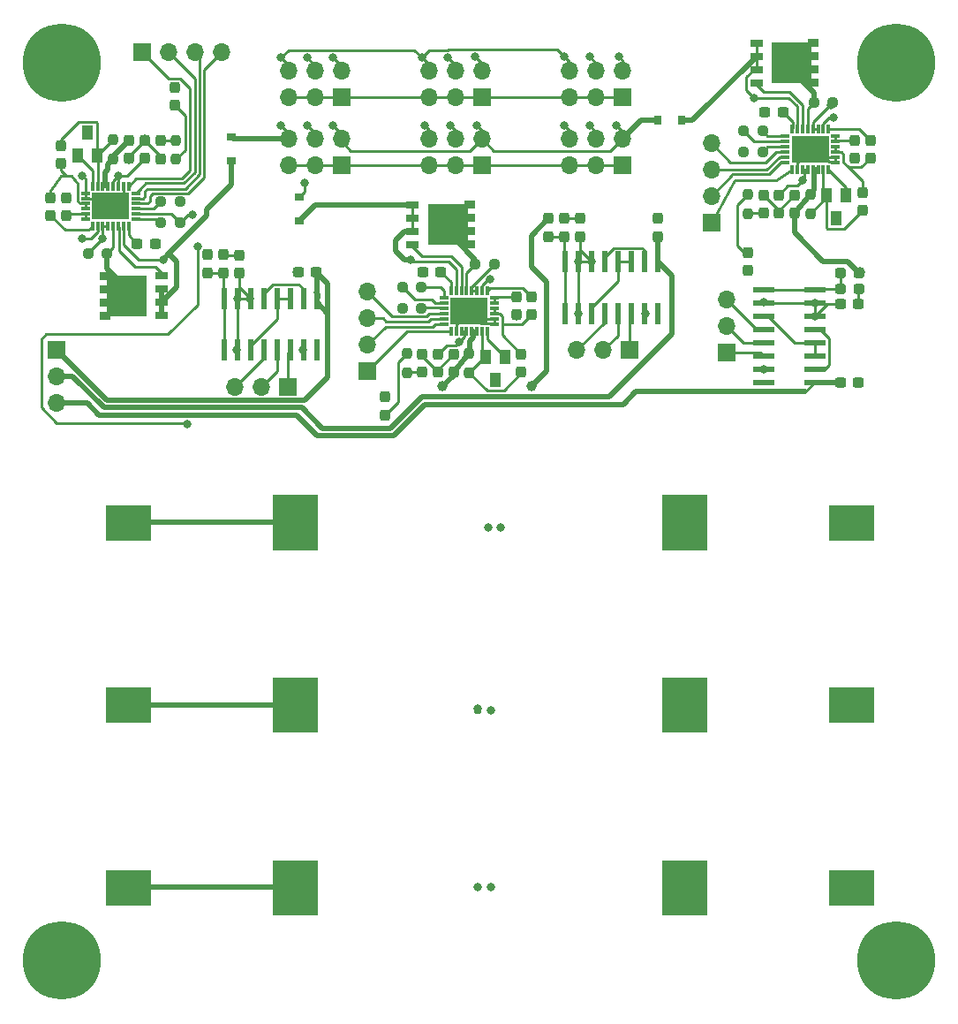
<source format=gtl>
%TF.GenerationSoftware,KiCad,Pcbnew,6.0.7*%
%TF.CreationDate,2022-11-21T21:51:01-06:00*%
%TF.ProjectId,CubesatPwrBoard,43756265-7361-4745-9077-72426f617264,rev?*%
%TF.SameCoordinates,Original*%
%TF.FileFunction,Copper,L1,Top*%
%TF.FilePolarity,Positive*%
%FSLAX46Y46*%
G04 Gerber Fmt 4.6, Leading zero omitted, Abs format (unit mm)*
G04 Created by KiCad (PCBNEW 6.0.7) date 2022-11-21 21:51:01*
%MOMM*%
%LPD*%
G01*
G04 APERTURE LIST*
G04 Aperture macros list*
%AMRoundRect*
0 Rectangle with rounded corners*
0 $1 Rounding radius*
0 $2 $3 $4 $5 $6 $7 $8 $9 X,Y pos of 4 corners*
0 Add a 4 corners polygon primitive as box body*
4,1,4,$2,$3,$4,$5,$6,$7,$8,$9,$2,$3,0*
0 Add four circle primitives for the rounded corners*
1,1,$1+$1,$2,$3*
1,1,$1+$1,$4,$5*
1,1,$1+$1,$6,$7*
1,1,$1+$1,$8,$9*
0 Add four rect primitives between the rounded corners*
20,1,$1+$1,$2,$3,$4,$5,0*
20,1,$1+$1,$4,$5,$6,$7,0*
20,1,$1+$1,$6,$7,$8,$9,0*
20,1,$1+$1,$8,$9,$2,$3,0*%
%AMFreePoly0*
4,1,45,3.308536,2.283536,3.310000,2.280000,3.310000,1.530000,3.308536,1.526464,3.305000,1.525000,2.600000,1.525000,2.600000,1.015000,3.305000,1.015000,3.308536,1.013536,3.310000,1.010000,3.310000,0.260000,3.308536,0.256464,3.305000,0.255000,2.600000,0.255000,2.600000,-0.255000,3.305000,-0.255000,3.308536,-0.256464,3.310000,-0.260000,3.310000,-1.010000,3.308536,-1.013536,
3.305000,-1.015000,2.600000,-1.015000,2.600000,-1.525000,3.305000,-1.525000,3.308536,-1.526464,3.310000,-1.530000,3.310000,-2.280000,3.308536,-2.283536,3.305000,-2.285000,2.285000,-2.285000,2.281464,-2.283536,2.280000,-2.280000,2.280000,-1.960000,-1.215000,-1.960000,-1.218536,-1.958536,-1.220000,-1.955000,-1.220000,1.955000,-1.218536,1.958536,-1.215000,1.960000,2.280000,1.960000,
2.280000,2.280000,2.281464,2.283536,2.285000,2.285000,3.305000,2.285000,3.308536,2.283536,3.308536,2.283536,$1*%
G04 Aperture macros list end*
%TA.AperFunction,EtchedComponent*%
%ADD10C,0.010000*%
%TD*%
%TA.AperFunction,SMDPad,CuDef*%
%ADD11RoundRect,0.237500X-0.237500X0.300000X-0.237500X-0.300000X0.237500X-0.300000X0.237500X0.300000X0*%
%TD*%
%TA.AperFunction,ComponentPad*%
%ADD12C,2.775000*%
%TD*%
%TA.AperFunction,SMDPad,CuDef*%
%ADD13RoundRect,0.237500X0.237500X-0.300000X0.237500X0.300000X-0.237500X0.300000X-0.237500X-0.300000X0*%
%TD*%
%TA.AperFunction,ComponentPad*%
%ADD14R,1.700000X1.700000*%
%TD*%
%TA.AperFunction,ComponentPad*%
%ADD15O,1.700000X1.700000*%
%TD*%
%TA.AperFunction,SMDPad,CuDef*%
%ADD16R,1.000000X1.400000*%
%TD*%
%TA.AperFunction,ComponentPad*%
%ADD17C,7.500000*%
%TD*%
%TA.AperFunction,SMDPad,CuDef*%
%ADD18RoundRect,0.237500X-0.237500X0.287500X-0.237500X-0.287500X0.237500X-0.287500X0.237500X0.287500X0*%
%TD*%
%TA.AperFunction,SMDPad,CuDef*%
%ADD19RoundRect,0.237500X0.237500X-0.250000X0.237500X0.250000X-0.237500X0.250000X-0.237500X-0.250000X0*%
%TD*%
%TA.AperFunction,SMDPad,CuDef*%
%ADD20RoundRect,0.237500X-0.237500X0.250000X-0.237500X-0.250000X0.237500X-0.250000X0.237500X0.250000X0*%
%TD*%
%TA.AperFunction,SMDPad,CuDef*%
%ADD21RoundRect,0.237500X0.300000X0.237500X-0.300000X0.237500X-0.300000X-0.237500X0.300000X-0.237500X0*%
%TD*%
%TA.AperFunction,SMDPad,CuDef*%
%ADD22R,1.270000X0.750000*%
%TD*%
%TA.AperFunction,SMDPad,CuDef*%
%ADD23FreePoly0,0.000000*%
%TD*%
%TA.AperFunction,SMDPad,CuDef*%
%ADD24RoundRect,0.041300X0.253700X-0.943700X0.253700X0.943700X-0.253700X0.943700X-0.253700X-0.943700X0*%
%TD*%
%TA.AperFunction,SMDPad,CuDef*%
%ADD25RoundRect,0.237500X-0.250000X-0.237500X0.250000X-0.237500X0.250000X0.237500X-0.250000X0.237500X0*%
%TD*%
%TA.AperFunction,SMDPad,CuDef*%
%ADD26RoundRect,0.237500X-0.300000X-0.237500X0.300000X-0.237500X0.300000X0.237500X-0.300000X0.237500X0*%
%TD*%
%TA.AperFunction,SMDPad,CuDef*%
%ADD27RoundRect,0.237500X0.250000X0.237500X-0.250000X0.237500X-0.250000X-0.237500X0.250000X-0.237500X0*%
%TD*%
%TA.AperFunction,SMDPad,CuDef*%
%ADD28RoundRect,0.018900X-0.116100X0.411100X-0.116100X-0.411100X0.116100X-0.411100X0.116100X0.411100X0*%
%TD*%
%TA.AperFunction,SMDPad,CuDef*%
%ADD29RoundRect,0.018900X-0.411100X-0.116100X0.411100X-0.116100X0.411100X0.116100X-0.411100X0.116100X0*%
%TD*%
%TA.AperFunction,SMDPad,CuDef*%
%ADD30RoundRect,0.018900X0.116100X-0.411100X0.116100X0.411100X-0.116100X0.411100X-0.116100X-0.411100X0*%
%TD*%
%TA.AperFunction,SMDPad,CuDef*%
%ADD31RoundRect,0.018900X0.411100X0.116100X-0.411100X0.116100X-0.411100X-0.116100X0.411100X-0.116100X0*%
%TD*%
%TA.AperFunction,SMDPad,CuDef*%
%ADD32R,3.650000X2.650000*%
%TD*%
%TA.AperFunction,SMDPad,CuDef*%
%ADD33R,0.900000X0.800000*%
%TD*%
%TA.AperFunction,SMDPad,CuDef*%
%ADD34RoundRect,0.160000X-0.197500X-0.160000X0.197500X-0.160000X0.197500X0.160000X-0.197500X0.160000X0*%
%TD*%
%TA.AperFunction,SMDPad,CuDef*%
%ADD35RoundRect,0.041300X-0.943700X-0.253700X0.943700X-0.253700X0.943700X0.253700X-0.943700X0.253700X0*%
%TD*%
%TA.AperFunction,SMDPad,CuDef*%
%ADD36FreePoly0,180.000000*%
%TD*%
%TA.AperFunction,SMDPad,CuDef*%
%ADD37RoundRect,0.237500X0.287500X0.237500X-0.287500X0.237500X-0.287500X-0.237500X0.287500X-0.237500X0*%
%TD*%
%TA.AperFunction,SMDPad,CuDef*%
%ADD38RoundRect,0.237500X0.237500X-0.287500X0.237500X0.287500X-0.237500X0.287500X-0.237500X-0.287500X0*%
%TD*%
%TA.AperFunction,SMDPad,CuDef*%
%ADD39R,0.800000X0.900000*%
%TD*%
%TA.AperFunction,ViaPad*%
%ADD40C,1.000000*%
%TD*%
%TA.AperFunction,ViaPad*%
%ADD41C,0.800000*%
%TD*%
%TA.AperFunction,Conductor*%
%ADD42C,0.500000*%
%TD*%
%TA.AperFunction,Conductor*%
%ADD43C,0.250000*%
%TD*%
G04 APERTURE END LIST*
%TO.C,BT4*%
G36*
X171400000Y-111075000D02*
G01*
X171352000Y-111076000D01*
X171303000Y-111080000D01*
X171255000Y-111086000D01*
X171208000Y-111095000D01*
X171161000Y-111107000D01*
X171114000Y-111120000D01*
X171069000Y-111136000D01*
X171024000Y-111155000D01*
X170980000Y-111176000D01*
X170937000Y-111199000D01*
X170896000Y-111224000D01*
X170856000Y-111252000D01*
X170818000Y-111281000D01*
X170781000Y-111313000D01*
X170746000Y-111346000D01*
X170713000Y-111381000D01*
X170681000Y-111418000D01*
X170652000Y-111456000D01*
X170624000Y-111496000D01*
X170599000Y-111538000D01*
X170576000Y-111580000D01*
X170555000Y-111624000D01*
X170536000Y-111669000D01*
X170520000Y-111714000D01*
X170507000Y-111761000D01*
X170495000Y-111808000D01*
X170486000Y-111855000D01*
X170480000Y-111903000D01*
X170476000Y-111952000D01*
X170475000Y-112000000D01*
X170476000Y-112048000D01*
X170480000Y-112097000D01*
X170486000Y-112145000D01*
X170495000Y-112192000D01*
X170507000Y-112239000D01*
X170520000Y-112286000D01*
X170536000Y-112331000D01*
X170555000Y-112376000D01*
X170576000Y-112420000D01*
X170599000Y-112462000D01*
X170624000Y-112504000D01*
X170652000Y-112544000D01*
X170681000Y-112582000D01*
X170713000Y-112619000D01*
X170746000Y-112654000D01*
X170781000Y-112687000D01*
X170818000Y-112719000D01*
X170856000Y-112748000D01*
X170896000Y-112776000D01*
X170937000Y-112801000D01*
X170980000Y-112824000D01*
X171024000Y-112845000D01*
X171069000Y-112864000D01*
X171114000Y-112880000D01*
X171161000Y-112893000D01*
X171208000Y-112905000D01*
X171255000Y-112914000D01*
X171303000Y-112920000D01*
X171352000Y-112924000D01*
X171400000Y-112925000D01*
X171400000Y-114600000D01*
X169470000Y-114600000D01*
X169470000Y-109400000D01*
X171400000Y-109400000D01*
X171400000Y-111075000D01*
G37*
D10*
X171400000Y-111075000D02*
X171352000Y-111076000D01*
X171303000Y-111080000D01*
X171255000Y-111086000D01*
X171208000Y-111095000D01*
X171161000Y-111107000D01*
X171114000Y-111120000D01*
X171069000Y-111136000D01*
X171024000Y-111155000D01*
X170980000Y-111176000D01*
X170937000Y-111199000D01*
X170896000Y-111224000D01*
X170856000Y-111252000D01*
X170818000Y-111281000D01*
X170781000Y-111313000D01*
X170746000Y-111346000D01*
X170713000Y-111381000D01*
X170681000Y-111418000D01*
X170652000Y-111456000D01*
X170624000Y-111496000D01*
X170599000Y-111538000D01*
X170576000Y-111580000D01*
X170555000Y-111624000D01*
X170536000Y-111669000D01*
X170520000Y-111714000D01*
X170507000Y-111761000D01*
X170495000Y-111808000D01*
X170486000Y-111855000D01*
X170480000Y-111903000D01*
X170476000Y-111952000D01*
X170475000Y-112000000D01*
X170476000Y-112048000D01*
X170480000Y-112097000D01*
X170486000Y-112145000D01*
X170495000Y-112192000D01*
X170507000Y-112239000D01*
X170520000Y-112286000D01*
X170536000Y-112331000D01*
X170555000Y-112376000D01*
X170576000Y-112420000D01*
X170599000Y-112462000D01*
X170624000Y-112504000D01*
X170652000Y-112544000D01*
X170681000Y-112582000D01*
X170713000Y-112619000D01*
X170746000Y-112654000D01*
X170781000Y-112687000D01*
X170818000Y-112719000D01*
X170856000Y-112748000D01*
X170896000Y-112776000D01*
X170937000Y-112801000D01*
X170980000Y-112824000D01*
X171024000Y-112845000D01*
X171069000Y-112864000D01*
X171114000Y-112880000D01*
X171161000Y-112893000D01*
X171208000Y-112905000D01*
X171255000Y-112914000D01*
X171303000Y-112920000D01*
X171352000Y-112924000D01*
X171400000Y-112925000D01*
X171400000Y-114600000D01*
X169470000Y-114600000D01*
X169470000Y-109400000D01*
X171400000Y-109400000D01*
X171400000Y-111075000D01*
G36*
X173710000Y-114600000D02*
G01*
X171405000Y-114600000D01*
X171405000Y-112925000D01*
X171453000Y-112924000D01*
X171501000Y-112920000D01*
X171549000Y-112914000D01*
X171596000Y-112905000D01*
X171643000Y-112894000D01*
X171689000Y-112880000D01*
X171735000Y-112864000D01*
X171779000Y-112845000D01*
X171823000Y-112825000D01*
X171865000Y-112802000D01*
X171906000Y-112777000D01*
X171946000Y-112749000D01*
X171984000Y-112720000D01*
X172021000Y-112689000D01*
X172056000Y-112656000D01*
X172089000Y-112621000D01*
X172120000Y-112584000D01*
X172149000Y-112546000D01*
X172177000Y-112506000D01*
X172202000Y-112465000D01*
X172225000Y-112423000D01*
X172245000Y-112379000D01*
X172264000Y-112335000D01*
X172280000Y-112289000D01*
X172294000Y-112243000D01*
X172305000Y-112196000D01*
X172314000Y-112149000D01*
X172320000Y-112101000D01*
X172324000Y-112053000D01*
X172325000Y-112005000D01*
X172325000Y-111995000D01*
X172324000Y-111947000D01*
X172320000Y-111899000D01*
X172314000Y-111851000D01*
X172305000Y-111804000D01*
X172294000Y-111757000D01*
X172280000Y-111711000D01*
X172264000Y-111665000D01*
X172245000Y-111621000D01*
X172225000Y-111577000D01*
X172202000Y-111535000D01*
X172177000Y-111494000D01*
X172149000Y-111454000D01*
X172120000Y-111416000D01*
X172089000Y-111379000D01*
X172056000Y-111344000D01*
X172021000Y-111311000D01*
X171984000Y-111280000D01*
X171946000Y-111251000D01*
X171906000Y-111223000D01*
X171865000Y-111198000D01*
X171823000Y-111175000D01*
X171779000Y-111155000D01*
X171735000Y-111136000D01*
X171689000Y-111120000D01*
X171643000Y-111106000D01*
X171596000Y-111095000D01*
X171549000Y-111086000D01*
X171501000Y-111080000D01*
X171453000Y-111076000D01*
X171405000Y-111075000D01*
X171405000Y-109400000D01*
X173710000Y-109400000D01*
X173710000Y-114600000D01*
G37*
X173710000Y-114600000D02*
X171405000Y-114600000D01*
X171405000Y-112925000D01*
X171453000Y-112924000D01*
X171501000Y-112920000D01*
X171549000Y-112914000D01*
X171596000Y-112905000D01*
X171643000Y-112894000D01*
X171689000Y-112880000D01*
X171735000Y-112864000D01*
X171779000Y-112845000D01*
X171823000Y-112825000D01*
X171865000Y-112802000D01*
X171906000Y-112777000D01*
X171946000Y-112749000D01*
X171984000Y-112720000D01*
X172021000Y-112689000D01*
X172056000Y-112656000D01*
X172089000Y-112621000D01*
X172120000Y-112584000D01*
X172149000Y-112546000D01*
X172177000Y-112506000D01*
X172202000Y-112465000D01*
X172225000Y-112423000D01*
X172245000Y-112379000D01*
X172264000Y-112335000D01*
X172280000Y-112289000D01*
X172294000Y-112243000D01*
X172305000Y-112196000D01*
X172314000Y-112149000D01*
X172320000Y-112101000D01*
X172324000Y-112053000D01*
X172325000Y-112005000D01*
X172325000Y-111995000D01*
X172324000Y-111947000D01*
X172320000Y-111899000D01*
X172314000Y-111851000D01*
X172305000Y-111804000D01*
X172294000Y-111757000D01*
X172280000Y-111711000D01*
X172264000Y-111665000D01*
X172245000Y-111621000D01*
X172225000Y-111577000D01*
X172202000Y-111535000D01*
X172177000Y-111494000D01*
X172149000Y-111454000D01*
X172120000Y-111416000D01*
X172089000Y-111379000D01*
X172056000Y-111344000D01*
X172021000Y-111311000D01*
X171984000Y-111280000D01*
X171946000Y-111251000D01*
X171906000Y-111223000D01*
X171865000Y-111198000D01*
X171823000Y-111175000D01*
X171779000Y-111155000D01*
X171735000Y-111136000D01*
X171689000Y-111120000D01*
X171643000Y-111106000D01*
X171596000Y-111095000D01*
X171549000Y-111086000D01*
X171501000Y-111080000D01*
X171453000Y-111076000D01*
X171405000Y-111075000D01*
X171405000Y-109400000D01*
X173710000Y-109400000D01*
X173710000Y-114600000D01*
G36*
X189720000Y-113650000D02*
G01*
X187400000Y-113650000D01*
X187400000Y-112925000D01*
X187448000Y-112924000D01*
X187497000Y-112920000D01*
X187545000Y-112914000D01*
X187592000Y-112905000D01*
X187639000Y-112893000D01*
X187686000Y-112880000D01*
X187731000Y-112864000D01*
X187776000Y-112845000D01*
X187820000Y-112824000D01*
X187863000Y-112801000D01*
X187904000Y-112776000D01*
X187944000Y-112748000D01*
X187982000Y-112719000D01*
X188019000Y-112687000D01*
X188054000Y-112654000D01*
X188087000Y-112619000D01*
X188119000Y-112582000D01*
X188148000Y-112544000D01*
X188176000Y-112504000D01*
X188201000Y-112462000D01*
X188224000Y-112420000D01*
X188245000Y-112376000D01*
X188264000Y-112331000D01*
X188280000Y-112286000D01*
X188293000Y-112239000D01*
X188305000Y-112192000D01*
X188314000Y-112145000D01*
X188320000Y-112097000D01*
X188324000Y-112048000D01*
X188325000Y-112000000D01*
X188324000Y-111952000D01*
X188320000Y-111903000D01*
X188314000Y-111855000D01*
X188305000Y-111808000D01*
X188293000Y-111761000D01*
X188280000Y-111714000D01*
X188264000Y-111669000D01*
X188245000Y-111624000D01*
X188224000Y-111580000D01*
X188201000Y-111538000D01*
X188176000Y-111496000D01*
X188148000Y-111456000D01*
X188119000Y-111418000D01*
X188087000Y-111381000D01*
X188054000Y-111346000D01*
X188019000Y-111313000D01*
X187982000Y-111281000D01*
X187944000Y-111252000D01*
X187904000Y-111224000D01*
X187863000Y-111199000D01*
X187820000Y-111176000D01*
X187776000Y-111155000D01*
X187731000Y-111136000D01*
X187686000Y-111120000D01*
X187639000Y-111107000D01*
X187592000Y-111095000D01*
X187545000Y-111086000D01*
X187497000Y-111080000D01*
X187448000Y-111076000D01*
X187400000Y-111075000D01*
X187400000Y-110350000D01*
X189720000Y-110350000D01*
X189720000Y-113650000D01*
G37*
X189720000Y-113650000D02*
X187400000Y-113650000D01*
X187400000Y-112925000D01*
X187448000Y-112924000D01*
X187497000Y-112920000D01*
X187545000Y-112914000D01*
X187592000Y-112905000D01*
X187639000Y-112893000D01*
X187686000Y-112880000D01*
X187731000Y-112864000D01*
X187776000Y-112845000D01*
X187820000Y-112824000D01*
X187863000Y-112801000D01*
X187904000Y-112776000D01*
X187944000Y-112748000D01*
X187982000Y-112719000D01*
X188019000Y-112687000D01*
X188054000Y-112654000D01*
X188087000Y-112619000D01*
X188119000Y-112582000D01*
X188148000Y-112544000D01*
X188176000Y-112504000D01*
X188201000Y-112462000D01*
X188224000Y-112420000D01*
X188245000Y-112376000D01*
X188264000Y-112331000D01*
X188280000Y-112286000D01*
X188293000Y-112239000D01*
X188305000Y-112192000D01*
X188314000Y-112145000D01*
X188320000Y-112097000D01*
X188324000Y-112048000D01*
X188325000Y-112000000D01*
X188324000Y-111952000D01*
X188320000Y-111903000D01*
X188314000Y-111855000D01*
X188305000Y-111808000D01*
X188293000Y-111761000D01*
X188280000Y-111714000D01*
X188264000Y-111669000D01*
X188245000Y-111624000D01*
X188224000Y-111580000D01*
X188201000Y-111538000D01*
X188176000Y-111496000D01*
X188148000Y-111456000D01*
X188119000Y-111418000D01*
X188087000Y-111381000D01*
X188054000Y-111346000D01*
X188019000Y-111313000D01*
X187982000Y-111281000D01*
X187944000Y-111252000D01*
X187904000Y-111224000D01*
X187863000Y-111199000D01*
X187820000Y-111176000D01*
X187776000Y-111155000D01*
X187731000Y-111136000D01*
X187686000Y-111120000D01*
X187639000Y-111107000D01*
X187592000Y-111095000D01*
X187545000Y-111086000D01*
X187497000Y-111080000D01*
X187448000Y-111076000D01*
X187400000Y-111075000D01*
X187400000Y-110350000D01*
X189720000Y-110350000D01*
X189720000Y-113650000D01*
G36*
X187395000Y-111075000D02*
G01*
X187347000Y-111076000D01*
X187299000Y-111080000D01*
X187251000Y-111086000D01*
X187204000Y-111095000D01*
X187157000Y-111106000D01*
X187111000Y-111120000D01*
X187065000Y-111136000D01*
X187021000Y-111155000D01*
X186977000Y-111175000D01*
X186935000Y-111198000D01*
X186894000Y-111223000D01*
X186854000Y-111251000D01*
X186816000Y-111280000D01*
X186779000Y-111311000D01*
X186744000Y-111344000D01*
X186711000Y-111379000D01*
X186680000Y-111416000D01*
X186651000Y-111454000D01*
X186623000Y-111494000D01*
X186598000Y-111535000D01*
X186575000Y-111577000D01*
X186555000Y-111621000D01*
X186536000Y-111665000D01*
X186520000Y-111711000D01*
X186506000Y-111757000D01*
X186495000Y-111804000D01*
X186486000Y-111851000D01*
X186480000Y-111899000D01*
X186476000Y-111947000D01*
X186475000Y-111995000D01*
X186475000Y-112005000D01*
X186476000Y-112053000D01*
X186480000Y-112101000D01*
X186486000Y-112149000D01*
X186495000Y-112196000D01*
X186506000Y-112243000D01*
X186520000Y-112289000D01*
X186536000Y-112335000D01*
X186555000Y-112379000D01*
X186575000Y-112423000D01*
X186598000Y-112465000D01*
X186623000Y-112506000D01*
X186651000Y-112546000D01*
X186680000Y-112584000D01*
X186711000Y-112621000D01*
X186744000Y-112656000D01*
X186779000Y-112689000D01*
X186816000Y-112720000D01*
X186854000Y-112749000D01*
X186894000Y-112777000D01*
X186935000Y-112802000D01*
X186977000Y-112825000D01*
X187021000Y-112845000D01*
X187065000Y-112864000D01*
X187111000Y-112880000D01*
X187157000Y-112894000D01*
X187204000Y-112905000D01*
X187251000Y-112914000D01*
X187299000Y-112920000D01*
X187347000Y-112924000D01*
X187395000Y-112925000D01*
X187395000Y-113650000D01*
X185480000Y-113650000D01*
X185480000Y-110350000D01*
X187395000Y-110350000D01*
X187395000Y-111075000D01*
G37*
X187395000Y-111075000D02*
X187347000Y-111076000D01*
X187299000Y-111080000D01*
X187251000Y-111086000D01*
X187204000Y-111095000D01*
X187157000Y-111106000D01*
X187111000Y-111120000D01*
X187065000Y-111136000D01*
X187021000Y-111155000D01*
X186977000Y-111175000D01*
X186935000Y-111198000D01*
X186894000Y-111223000D01*
X186854000Y-111251000D01*
X186816000Y-111280000D01*
X186779000Y-111311000D01*
X186744000Y-111344000D01*
X186711000Y-111379000D01*
X186680000Y-111416000D01*
X186651000Y-111454000D01*
X186623000Y-111494000D01*
X186598000Y-111535000D01*
X186575000Y-111577000D01*
X186555000Y-111621000D01*
X186536000Y-111665000D01*
X186520000Y-111711000D01*
X186506000Y-111757000D01*
X186495000Y-111804000D01*
X186486000Y-111851000D01*
X186480000Y-111899000D01*
X186476000Y-111947000D01*
X186475000Y-111995000D01*
X186475000Y-112005000D01*
X186476000Y-112053000D01*
X186480000Y-112101000D01*
X186486000Y-112149000D01*
X186495000Y-112196000D01*
X186506000Y-112243000D01*
X186520000Y-112289000D01*
X186536000Y-112335000D01*
X186555000Y-112379000D01*
X186575000Y-112423000D01*
X186598000Y-112465000D01*
X186623000Y-112506000D01*
X186651000Y-112546000D01*
X186680000Y-112584000D01*
X186711000Y-112621000D01*
X186744000Y-112656000D01*
X186779000Y-112689000D01*
X186816000Y-112720000D01*
X186854000Y-112749000D01*
X186894000Y-112777000D01*
X186935000Y-112802000D01*
X186977000Y-112825000D01*
X187021000Y-112845000D01*
X187065000Y-112864000D01*
X187111000Y-112880000D01*
X187157000Y-112894000D01*
X187204000Y-112905000D01*
X187251000Y-112914000D01*
X187299000Y-112920000D01*
X187347000Y-112924000D01*
X187395000Y-112925000D01*
X187395000Y-113650000D01*
X185480000Y-113650000D01*
X185480000Y-110350000D01*
X187395000Y-110350000D01*
X187395000Y-111075000D01*
%TO.C,BT6*%
G36*
X189720000Y-131150000D02*
G01*
X187400000Y-131150000D01*
X187400000Y-130425000D01*
X187448000Y-130424000D01*
X187497000Y-130420000D01*
X187545000Y-130414000D01*
X187592000Y-130405000D01*
X187639000Y-130393000D01*
X187686000Y-130380000D01*
X187731000Y-130364000D01*
X187776000Y-130345000D01*
X187820000Y-130324000D01*
X187863000Y-130301000D01*
X187904000Y-130276000D01*
X187944000Y-130248000D01*
X187982000Y-130219000D01*
X188019000Y-130187000D01*
X188054000Y-130154000D01*
X188087000Y-130119000D01*
X188119000Y-130082000D01*
X188148000Y-130044000D01*
X188176000Y-130004000D01*
X188201000Y-129962000D01*
X188224000Y-129920000D01*
X188245000Y-129876000D01*
X188264000Y-129831000D01*
X188280000Y-129786000D01*
X188293000Y-129739000D01*
X188305000Y-129692000D01*
X188314000Y-129645000D01*
X188320000Y-129597000D01*
X188324000Y-129548000D01*
X188325000Y-129500000D01*
X188324000Y-129452000D01*
X188320000Y-129403000D01*
X188314000Y-129355000D01*
X188305000Y-129308000D01*
X188293000Y-129261000D01*
X188280000Y-129214000D01*
X188264000Y-129169000D01*
X188245000Y-129124000D01*
X188224000Y-129080000D01*
X188201000Y-129038000D01*
X188176000Y-128996000D01*
X188148000Y-128956000D01*
X188119000Y-128918000D01*
X188087000Y-128881000D01*
X188054000Y-128846000D01*
X188019000Y-128813000D01*
X187982000Y-128781000D01*
X187944000Y-128752000D01*
X187904000Y-128724000D01*
X187863000Y-128699000D01*
X187820000Y-128676000D01*
X187776000Y-128655000D01*
X187731000Y-128636000D01*
X187686000Y-128620000D01*
X187639000Y-128607000D01*
X187592000Y-128595000D01*
X187545000Y-128586000D01*
X187497000Y-128580000D01*
X187448000Y-128576000D01*
X187400000Y-128575000D01*
X187400000Y-127850000D01*
X189720000Y-127850000D01*
X189720000Y-131150000D01*
G37*
X189720000Y-131150000D02*
X187400000Y-131150000D01*
X187400000Y-130425000D01*
X187448000Y-130424000D01*
X187497000Y-130420000D01*
X187545000Y-130414000D01*
X187592000Y-130405000D01*
X187639000Y-130393000D01*
X187686000Y-130380000D01*
X187731000Y-130364000D01*
X187776000Y-130345000D01*
X187820000Y-130324000D01*
X187863000Y-130301000D01*
X187904000Y-130276000D01*
X187944000Y-130248000D01*
X187982000Y-130219000D01*
X188019000Y-130187000D01*
X188054000Y-130154000D01*
X188087000Y-130119000D01*
X188119000Y-130082000D01*
X188148000Y-130044000D01*
X188176000Y-130004000D01*
X188201000Y-129962000D01*
X188224000Y-129920000D01*
X188245000Y-129876000D01*
X188264000Y-129831000D01*
X188280000Y-129786000D01*
X188293000Y-129739000D01*
X188305000Y-129692000D01*
X188314000Y-129645000D01*
X188320000Y-129597000D01*
X188324000Y-129548000D01*
X188325000Y-129500000D01*
X188324000Y-129452000D01*
X188320000Y-129403000D01*
X188314000Y-129355000D01*
X188305000Y-129308000D01*
X188293000Y-129261000D01*
X188280000Y-129214000D01*
X188264000Y-129169000D01*
X188245000Y-129124000D01*
X188224000Y-129080000D01*
X188201000Y-129038000D01*
X188176000Y-128996000D01*
X188148000Y-128956000D01*
X188119000Y-128918000D01*
X188087000Y-128881000D01*
X188054000Y-128846000D01*
X188019000Y-128813000D01*
X187982000Y-128781000D01*
X187944000Y-128752000D01*
X187904000Y-128724000D01*
X187863000Y-128699000D01*
X187820000Y-128676000D01*
X187776000Y-128655000D01*
X187731000Y-128636000D01*
X187686000Y-128620000D01*
X187639000Y-128607000D01*
X187592000Y-128595000D01*
X187545000Y-128586000D01*
X187497000Y-128580000D01*
X187448000Y-128576000D01*
X187400000Y-128575000D01*
X187400000Y-127850000D01*
X189720000Y-127850000D01*
X189720000Y-131150000D01*
G36*
X187395000Y-128575000D02*
G01*
X187347000Y-128576000D01*
X187299000Y-128580000D01*
X187251000Y-128586000D01*
X187204000Y-128595000D01*
X187157000Y-128606000D01*
X187111000Y-128620000D01*
X187065000Y-128636000D01*
X187021000Y-128655000D01*
X186977000Y-128675000D01*
X186935000Y-128698000D01*
X186894000Y-128723000D01*
X186854000Y-128751000D01*
X186816000Y-128780000D01*
X186779000Y-128811000D01*
X186744000Y-128844000D01*
X186711000Y-128879000D01*
X186680000Y-128916000D01*
X186651000Y-128954000D01*
X186623000Y-128994000D01*
X186598000Y-129035000D01*
X186575000Y-129077000D01*
X186555000Y-129121000D01*
X186536000Y-129165000D01*
X186520000Y-129211000D01*
X186506000Y-129257000D01*
X186495000Y-129304000D01*
X186486000Y-129351000D01*
X186480000Y-129399000D01*
X186476000Y-129447000D01*
X186475000Y-129495000D01*
X186475000Y-129505000D01*
X186476000Y-129553000D01*
X186480000Y-129601000D01*
X186486000Y-129649000D01*
X186495000Y-129696000D01*
X186506000Y-129743000D01*
X186520000Y-129789000D01*
X186536000Y-129835000D01*
X186555000Y-129879000D01*
X186575000Y-129923000D01*
X186598000Y-129965000D01*
X186623000Y-130006000D01*
X186651000Y-130046000D01*
X186680000Y-130084000D01*
X186711000Y-130121000D01*
X186744000Y-130156000D01*
X186779000Y-130189000D01*
X186816000Y-130220000D01*
X186854000Y-130249000D01*
X186894000Y-130277000D01*
X186935000Y-130302000D01*
X186977000Y-130325000D01*
X187021000Y-130345000D01*
X187065000Y-130364000D01*
X187111000Y-130380000D01*
X187157000Y-130394000D01*
X187204000Y-130405000D01*
X187251000Y-130414000D01*
X187299000Y-130420000D01*
X187347000Y-130424000D01*
X187395000Y-130425000D01*
X187395000Y-131150000D01*
X185480000Y-131150000D01*
X185480000Y-127850000D01*
X187395000Y-127850000D01*
X187395000Y-128575000D01*
G37*
X187395000Y-128575000D02*
X187347000Y-128576000D01*
X187299000Y-128580000D01*
X187251000Y-128586000D01*
X187204000Y-128595000D01*
X187157000Y-128606000D01*
X187111000Y-128620000D01*
X187065000Y-128636000D01*
X187021000Y-128655000D01*
X186977000Y-128675000D01*
X186935000Y-128698000D01*
X186894000Y-128723000D01*
X186854000Y-128751000D01*
X186816000Y-128780000D01*
X186779000Y-128811000D01*
X186744000Y-128844000D01*
X186711000Y-128879000D01*
X186680000Y-128916000D01*
X186651000Y-128954000D01*
X186623000Y-128994000D01*
X186598000Y-129035000D01*
X186575000Y-129077000D01*
X186555000Y-129121000D01*
X186536000Y-129165000D01*
X186520000Y-129211000D01*
X186506000Y-129257000D01*
X186495000Y-129304000D01*
X186486000Y-129351000D01*
X186480000Y-129399000D01*
X186476000Y-129447000D01*
X186475000Y-129495000D01*
X186475000Y-129505000D01*
X186476000Y-129553000D01*
X186480000Y-129601000D01*
X186486000Y-129649000D01*
X186495000Y-129696000D01*
X186506000Y-129743000D01*
X186520000Y-129789000D01*
X186536000Y-129835000D01*
X186555000Y-129879000D01*
X186575000Y-129923000D01*
X186598000Y-129965000D01*
X186623000Y-130006000D01*
X186651000Y-130046000D01*
X186680000Y-130084000D01*
X186711000Y-130121000D01*
X186744000Y-130156000D01*
X186779000Y-130189000D01*
X186816000Y-130220000D01*
X186854000Y-130249000D01*
X186894000Y-130277000D01*
X186935000Y-130302000D01*
X186977000Y-130325000D01*
X187021000Y-130345000D01*
X187065000Y-130364000D01*
X187111000Y-130380000D01*
X187157000Y-130394000D01*
X187204000Y-130405000D01*
X187251000Y-130414000D01*
X187299000Y-130420000D01*
X187347000Y-130424000D01*
X187395000Y-130425000D01*
X187395000Y-131150000D01*
X185480000Y-131150000D01*
X185480000Y-127850000D01*
X187395000Y-127850000D01*
X187395000Y-128575000D01*
G36*
X173710000Y-132100000D02*
G01*
X171405000Y-132100000D01*
X171405000Y-130425000D01*
X171453000Y-130424000D01*
X171501000Y-130420000D01*
X171549000Y-130414000D01*
X171596000Y-130405000D01*
X171643000Y-130394000D01*
X171689000Y-130380000D01*
X171735000Y-130364000D01*
X171779000Y-130345000D01*
X171823000Y-130325000D01*
X171865000Y-130302000D01*
X171906000Y-130277000D01*
X171946000Y-130249000D01*
X171984000Y-130220000D01*
X172021000Y-130189000D01*
X172056000Y-130156000D01*
X172089000Y-130121000D01*
X172120000Y-130084000D01*
X172149000Y-130046000D01*
X172177000Y-130006000D01*
X172202000Y-129965000D01*
X172225000Y-129923000D01*
X172245000Y-129879000D01*
X172264000Y-129835000D01*
X172280000Y-129789000D01*
X172294000Y-129743000D01*
X172305000Y-129696000D01*
X172314000Y-129649000D01*
X172320000Y-129601000D01*
X172324000Y-129553000D01*
X172325000Y-129505000D01*
X172325000Y-129495000D01*
X172324000Y-129447000D01*
X172320000Y-129399000D01*
X172314000Y-129351000D01*
X172305000Y-129304000D01*
X172294000Y-129257000D01*
X172280000Y-129211000D01*
X172264000Y-129165000D01*
X172245000Y-129121000D01*
X172225000Y-129077000D01*
X172202000Y-129035000D01*
X172177000Y-128994000D01*
X172149000Y-128954000D01*
X172120000Y-128916000D01*
X172089000Y-128879000D01*
X172056000Y-128844000D01*
X172021000Y-128811000D01*
X171984000Y-128780000D01*
X171946000Y-128751000D01*
X171906000Y-128723000D01*
X171865000Y-128698000D01*
X171823000Y-128675000D01*
X171779000Y-128655000D01*
X171735000Y-128636000D01*
X171689000Y-128620000D01*
X171643000Y-128606000D01*
X171596000Y-128595000D01*
X171549000Y-128586000D01*
X171501000Y-128580000D01*
X171453000Y-128576000D01*
X171405000Y-128575000D01*
X171405000Y-126900000D01*
X173710000Y-126900000D01*
X173710000Y-132100000D01*
G37*
X173710000Y-132100000D02*
X171405000Y-132100000D01*
X171405000Y-130425000D01*
X171453000Y-130424000D01*
X171501000Y-130420000D01*
X171549000Y-130414000D01*
X171596000Y-130405000D01*
X171643000Y-130394000D01*
X171689000Y-130380000D01*
X171735000Y-130364000D01*
X171779000Y-130345000D01*
X171823000Y-130325000D01*
X171865000Y-130302000D01*
X171906000Y-130277000D01*
X171946000Y-130249000D01*
X171984000Y-130220000D01*
X172021000Y-130189000D01*
X172056000Y-130156000D01*
X172089000Y-130121000D01*
X172120000Y-130084000D01*
X172149000Y-130046000D01*
X172177000Y-130006000D01*
X172202000Y-129965000D01*
X172225000Y-129923000D01*
X172245000Y-129879000D01*
X172264000Y-129835000D01*
X172280000Y-129789000D01*
X172294000Y-129743000D01*
X172305000Y-129696000D01*
X172314000Y-129649000D01*
X172320000Y-129601000D01*
X172324000Y-129553000D01*
X172325000Y-129505000D01*
X172325000Y-129495000D01*
X172324000Y-129447000D01*
X172320000Y-129399000D01*
X172314000Y-129351000D01*
X172305000Y-129304000D01*
X172294000Y-129257000D01*
X172280000Y-129211000D01*
X172264000Y-129165000D01*
X172245000Y-129121000D01*
X172225000Y-129077000D01*
X172202000Y-129035000D01*
X172177000Y-128994000D01*
X172149000Y-128954000D01*
X172120000Y-128916000D01*
X172089000Y-128879000D01*
X172056000Y-128844000D01*
X172021000Y-128811000D01*
X171984000Y-128780000D01*
X171946000Y-128751000D01*
X171906000Y-128723000D01*
X171865000Y-128698000D01*
X171823000Y-128675000D01*
X171779000Y-128655000D01*
X171735000Y-128636000D01*
X171689000Y-128620000D01*
X171643000Y-128606000D01*
X171596000Y-128595000D01*
X171549000Y-128586000D01*
X171501000Y-128580000D01*
X171453000Y-128576000D01*
X171405000Y-128575000D01*
X171405000Y-126900000D01*
X173710000Y-126900000D01*
X173710000Y-132100000D01*
G36*
X171400000Y-128575000D02*
G01*
X171352000Y-128576000D01*
X171303000Y-128580000D01*
X171255000Y-128586000D01*
X171208000Y-128595000D01*
X171161000Y-128607000D01*
X171114000Y-128620000D01*
X171069000Y-128636000D01*
X171024000Y-128655000D01*
X170980000Y-128676000D01*
X170937000Y-128699000D01*
X170896000Y-128724000D01*
X170856000Y-128752000D01*
X170818000Y-128781000D01*
X170781000Y-128813000D01*
X170746000Y-128846000D01*
X170713000Y-128881000D01*
X170681000Y-128918000D01*
X170652000Y-128956000D01*
X170624000Y-128996000D01*
X170599000Y-129038000D01*
X170576000Y-129080000D01*
X170555000Y-129124000D01*
X170536000Y-129169000D01*
X170520000Y-129214000D01*
X170507000Y-129261000D01*
X170495000Y-129308000D01*
X170486000Y-129355000D01*
X170480000Y-129403000D01*
X170476000Y-129452000D01*
X170475000Y-129500000D01*
X170476000Y-129548000D01*
X170480000Y-129597000D01*
X170486000Y-129645000D01*
X170495000Y-129692000D01*
X170507000Y-129739000D01*
X170520000Y-129786000D01*
X170536000Y-129831000D01*
X170555000Y-129876000D01*
X170576000Y-129920000D01*
X170599000Y-129962000D01*
X170624000Y-130004000D01*
X170652000Y-130044000D01*
X170681000Y-130082000D01*
X170713000Y-130119000D01*
X170746000Y-130154000D01*
X170781000Y-130187000D01*
X170818000Y-130219000D01*
X170856000Y-130248000D01*
X170896000Y-130276000D01*
X170937000Y-130301000D01*
X170980000Y-130324000D01*
X171024000Y-130345000D01*
X171069000Y-130364000D01*
X171114000Y-130380000D01*
X171161000Y-130393000D01*
X171208000Y-130405000D01*
X171255000Y-130414000D01*
X171303000Y-130420000D01*
X171352000Y-130424000D01*
X171400000Y-130425000D01*
X171400000Y-132100000D01*
X169470000Y-132100000D01*
X169470000Y-126900000D01*
X171400000Y-126900000D01*
X171400000Y-128575000D01*
G37*
X171400000Y-128575000D02*
X171352000Y-128576000D01*
X171303000Y-128580000D01*
X171255000Y-128586000D01*
X171208000Y-128595000D01*
X171161000Y-128607000D01*
X171114000Y-128620000D01*
X171069000Y-128636000D01*
X171024000Y-128655000D01*
X170980000Y-128676000D01*
X170937000Y-128699000D01*
X170896000Y-128724000D01*
X170856000Y-128752000D01*
X170818000Y-128781000D01*
X170781000Y-128813000D01*
X170746000Y-128846000D01*
X170713000Y-128881000D01*
X170681000Y-128918000D01*
X170652000Y-128956000D01*
X170624000Y-128996000D01*
X170599000Y-129038000D01*
X170576000Y-129080000D01*
X170555000Y-129124000D01*
X170536000Y-129169000D01*
X170520000Y-129214000D01*
X170507000Y-129261000D01*
X170495000Y-129308000D01*
X170486000Y-129355000D01*
X170480000Y-129403000D01*
X170476000Y-129452000D01*
X170475000Y-129500000D01*
X170476000Y-129548000D01*
X170480000Y-129597000D01*
X170486000Y-129645000D01*
X170495000Y-129692000D01*
X170507000Y-129739000D01*
X170520000Y-129786000D01*
X170536000Y-129831000D01*
X170555000Y-129876000D01*
X170576000Y-129920000D01*
X170599000Y-129962000D01*
X170624000Y-130004000D01*
X170652000Y-130044000D01*
X170681000Y-130082000D01*
X170713000Y-130119000D01*
X170746000Y-130154000D01*
X170781000Y-130187000D01*
X170818000Y-130219000D01*
X170856000Y-130248000D01*
X170896000Y-130276000D01*
X170937000Y-130301000D01*
X170980000Y-130324000D01*
X171024000Y-130345000D01*
X171069000Y-130364000D01*
X171114000Y-130380000D01*
X171161000Y-130393000D01*
X171208000Y-130405000D01*
X171255000Y-130414000D01*
X171303000Y-130420000D01*
X171352000Y-130424000D01*
X171400000Y-130425000D01*
X171400000Y-132100000D01*
X169470000Y-132100000D01*
X169470000Y-126900000D01*
X171400000Y-126900000D01*
X171400000Y-128575000D01*
%TO.C,BT5*%
G36*
X136330000Y-132100000D02*
G01*
X134400000Y-132100000D01*
X134400000Y-130425000D01*
X134448000Y-130424000D01*
X134497000Y-130420000D01*
X134545000Y-130414000D01*
X134592000Y-130405000D01*
X134639000Y-130393000D01*
X134686000Y-130380000D01*
X134731000Y-130364000D01*
X134776000Y-130345000D01*
X134820000Y-130324000D01*
X134863000Y-130301000D01*
X134904000Y-130276000D01*
X134944000Y-130248000D01*
X134982000Y-130219000D01*
X135019000Y-130187000D01*
X135054000Y-130154000D01*
X135087000Y-130119000D01*
X135119000Y-130082000D01*
X135148000Y-130044000D01*
X135176000Y-130004000D01*
X135201000Y-129962000D01*
X135224000Y-129920000D01*
X135245000Y-129876000D01*
X135264000Y-129831000D01*
X135280000Y-129786000D01*
X135293000Y-129739000D01*
X135305000Y-129692000D01*
X135314000Y-129645000D01*
X135320000Y-129597000D01*
X135324000Y-129548000D01*
X135325000Y-129500000D01*
X135324000Y-129452000D01*
X135320000Y-129403000D01*
X135314000Y-129355000D01*
X135305000Y-129308000D01*
X135293000Y-129261000D01*
X135280000Y-129214000D01*
X135264000Y-129169000D01*
X135245000Y-129124000D01*
X135224000Y-129080000D01*
X135201000Y-129038000D01*
X135176000Y-128996000D01*
X135148000Y-128956000D01*
X135119000Y-128918000D01*
X135087000Y-128881000D01*
X135054000Y-128846000D01*
X135019000Y-128813000D01*
X134982000Y-128781000D01*
X134944000Y-128752000D01*
X134904000Y-128724000D01*
X134863000Y-128699000D01*
X134820000Y-128676000D01*
X134776000Y-128655000D01*
X134731000Y-128636000D01*
X134686000Y-128620000D01*
X134639000Y-128607000D01*
X134592000Y-128595000D01*
X134545000Y-128586000D01*
X134497000Y-128580000D01*
X134448000Y-128576000D01*
X134400000Y-128575000D01*
X134400000Y-126900000D01*
X136330000Y-126900000D01*
X136330000Y-132100000D01*
G37*
X136330000Y-132100000D02*
X134400000Y-132100000D01*
X134400000Y-130425000D01*
X134448000Y-130424000D01*
X134497000Y-130420000D01*
X134545000Y-130414000D01*
X134592000Y-130405000D01*
X134639000Y-130393000D01*
X134686000Y-130380000D01*
X134731000Y-130364000D01*
X134776000Y-130345000D01*
X134820000Y-130324000D01*
X134863000Y-130301000D01*
X134904000Y-130276000D01*
X134944000Y-130248000D01*
X134982000Y-130219000D01*
X135019000Y-130187000D01*
X135054000Y-130154000D01*
X135087000Y-130119000D01*
X135119000Y-130082000D01*
X135148000Y-130044000D01*
X135176000Y-130004000D01*
X135201000Y-129962000D01*
X135224000Y-129920000D01*
X135245000Y-129876000D01*
X135264000Y-129831000D01*
X135280000Y-129786000D01*
X135293000Y-129739000D01*
X135305000Y-129692000D01*
X135314000Y-129645000D01*
X135320000Y-129597000D01*
X135324000Y-129548000D01*
X135325000Y-129500000D01*
X135324000Y-129452000D01*
X135320000Y-129403000D01*
X135314000Y-129355000D01*
X135305000Y-129308000D01*
X135293000Y-129261000D01*
X135280000Y-129214000D01*
X135264000Y-129169000D01*
X135245000Y-129124000D01*
X135224000Y-129080000D01*
X135201000Y-129038000D01*
X135176000Y-128996000D01*
X135148000Y-128956000D01*
X135119000Y-128918000D01*
X135087000Y-128881000D01*
X135054000Y-128846000D01*
X135019000Y-128813000D01*
X134982000Y-128781000D01*
X134944000Y-128752000D01*
X134904000Y-128724000D01*
X134863000Y-128699000D01*
X134820000Y-128676000D01*
X134776000Y-128655000D01*
X134731000Y-128636000D01*
X134686000Y-128620000D01*
X134639000Y-128607000D01*
X134592000Y-128595000D01*
X134545000Y-128586000D01*
X134497000Y-128580000D01*
X134448000Y-128576000D01*
X134400000Y-128575000D01*
X134400000Y-126900000D01*
X136330000Y-126900000D01*
X136330000Y-132100000D01*
G36*
X120320000Y-131150000D02*
G01*
X118405000Y-131150000D01*
X118405000Y-130425000D01*
X118453000Y-130424000D01*
X118501000Y-130420000D01*
X118549000Y-130414000D01*
X118596000Y-130405000D01*
X118643000Y-130394000D01*
X118689000Y-130380000D01*
X118735000Y-130364000D01*
X118779000Y-130345000D01*
X118823000Y-130325000D01*
X118865000Y-130302000D01*
X118906000Y-130277000D01*
X118946000Y-130249000D01*
X118984000Y-130220000D01*
X119021000Y-130189000D01*
X119056000Y-130156000D01*
X119089000Y-130121000D01*
X119120000Y-130084000D01*
X119149000Y-130046000D01*
X119177000Y-130006000D01*
X119202000Y-129965000D01*
X119225000Y-129923000D01*
X119245000Y-129879000D01*
X119264000Y-129835000D01*
X119280000Y-129789000D01*
X119294000Y-129743000D01*
X119305000Y-129696000D01*
X119314000Y-129649000D01*
X119320000Y-129601000D01*
X119324000Y-129553000D01*
X119325000Y-129505000D01*
X119325000Y-129495000D01*
X119324000Y-129447000D01*
X119320000Y-129399000D01*
X119314000Y-129351000D01*
X119305000Y-129304000D01*
X119294000Y-129257000D01*
X119280000Y-129211000D01*
X119264000Y-129165000D01*
X119245000Y-129121000D01*
X119225000Y-129077000D01*
X119202000Y-129035000D01*
X119177000Y-128994000D01*
X119149000Y-128954000D01*
X119120000Y-128916000D01*
X119089000Y-128879000D01*
X119056000Y-128844000D01*
X119021000Y-128811000D01*
X118984000Y-128780000D01*
X118946000Y-128751000D01*
X118906000Y-128723000D01*
X118865000Y-128698000D01*
X118823000Y-128675000D01*
X118779000Y-128655000D01*
X118735000Y-128636000D01*
X118689000Y-128620000D01*
X118643000Y-128606000D01*
X118596000Y-128595000D01*
X118549000Y-128586000D01*
X118501000Y-128580000D01*
X118453000Y-128576000D01*
X118405000Y-128575000D01*
X118405000Y-127850000D01*
X120320000Y-127850000D01*
X120320000Y-131150000D01*
G37*
X120320000Y-131150000D02*
X118405000Y-131150000D01*
X118405000Y-130425000D01*
X118453000Y-130424000D01*
X118501000Y-130420000D01*
X118549000Y-130414000D01*
X118596000Y-130405000D01*
X118643000Y-130394000D01*
X118689000Y-130380000D01*
X118735000Y-130364000D01*
X118779000Y-130345000D01*
X118823000Y-130325000D01*
X118865000Y-130302000D01*
X118906000Y-130277000D01*
X118946000Y-130249000D01*
X118984000Y-130220000D01*
X119021000Y-130189000D01*
X119056000Y-130156000D01*
X119089000Y-130121000D01*
X119120000Y-130084000D01*
X119149000Y-130046000D01*
X119177000Y-130006000D01*
X119202000Y-129965000D01*
X119225000Y-129923000D01*
X119245000Y-129879000D01*
X119264000Y-129835000D01*
X119280000Y-129789000D01*
X119294000Y-129743000D01*
X119305000Y-129696000D01*
X119314000Y-129649000D01*
X119320000Y-129601000D01*
X119324000Y-129553000D01*
X119325000Y-129505000D01*
X119325000Y-129495000D01*
X119324000Y-129447000D01*
X119320000Y-129399000D01*
X119314000Y-129351000D01*
X119305000Y-129304000D01*
X119294000Y-129257000D01*
X119280000Y-129211000D01*
X119264000Y-129165000D01*
X119245000Y-129121000D01*
X119225000Y-129077000D01*
X119202000Y-129035000D01*
X119177000Y-128994000D01*
X119149000Y-128954000D01*
X119120000Y-128916000D01*
X119089000Y-128879000D01*
X119056000Y-128844000D01*
X119021000Y-128811000D01*
X118984000Y-128780000D01*
X118946000Y-128751000D01*
X118906000Y-128723000D01*
X118865000Y-128698000D01*
X118823000Y-128675000D01*
X118779000Y-128655000D01*
X118735000Y-128636000D01*
X118689000Y-128620000D01*
X118643000Y-128606000D01*
X118596000Y-128595000D01*
X118549000Y-128586000D01*
X118501000Y-128580000D01*
X118453000Y-128576000D01*
X118405000Y-128575000D01*
X118405000Y-127850000D01*
X120320000Y-127850000D01*
X120320000Y-131150000D01*
G36*
X134395000Y-128575000D02*
G01*
X134347000Y-128576000D01*
X134299000Y-128580000D01*
X134251000Y-128586000D01*
X134204000Y-128595000D01*
X134157000Y-128606000D01*
X134111000Y-128620000D01*
X134065000Y-128636000D01*
X134021000Y-128655000D01*
X133977000Y-128675000D01*
X133935000Y-128698000D01*
X133894000Y-128723000D01*
X133854000Y-128751000D01*
X133816000Y-128780000D01*
X133779000Y-128811000D01*
X133744000Y-128844000D01*
X133711000Y-128879000D01*
X133680000Y-128916000D01*
X133651000Y-128954000D01*
X133623000Y-128994000D01*
X133598000Y-129035000D01*
X133575000Y-129077000D01*
X133555000Y-129121000D01*
X133536000Y-129165000D01*
X133520000Y-129211000D01*
X133506000Y-129257000D01*
X133495000Y-129304000D01*
X133486000Y-129351000D01*
X133480000Y-129399000D01*
X133476000Y-129447000D01*
X133475000Y-129495000D01*
X133475000Y-129505000D01*
X133476000Y-129553000D01*
X133480000Y-129601000D01*
X133486000Y-129649000D01*
X133495000Y-129696000D01*
X133506000Y-129743000D01*
X133520000Y-129789000D01*
X133536000Y-129835000D01*
X133555000Y-129879000D01*
X133575000Y-129923000D01*
X133598000Y-129965000D01*
X133623000Y-130006000D01*
X133651000Y-130046000D01*
X133680000Y-130084000D01*
X133711000Y-130121000D01*
X133744000Y-130156000D01*
X133779000Y-130189000D01*
X133816000Y-130220000D01*
X133854000Y-130249000D01*
X133894000Y-130277000D01*
X133935000Y-130302000D01*
X133977000Y-130325000D01*
X134021000Y-130345000D01*
X134065000Y-130364000D01*
X134111000Y-130380000D01*
X134157000Y-130394000D01*
X134204000Y-130405000D01*
X134251000Y-130414000D01*
X134299000Y-130420000D01*
X134347000Y-130424000D01*
X134395000Y-130425000D01*
X134395000Y-132100000D01*
X132090000Y-132100000D01*
X132090000Y-126900000D01*
X134395000Y-126900000D01*
X134395000Y-128575000D01*
G37*
X134395000Y-128575000D02*
X134347000Y-128576000D01*
X134299000Y-128580000D01*
X134251000Y-128586000D01*
X134204000Y-128595000D01*
X134157000Y-128606000D01*
X134111000Y-128620000D01*
X134065000Y-128636000D01*
X134021000Y-128655000D01*
X133977000Y-128675000D01*
X133935000Y-128698000D01*
X133894000Y-128723000D01*
X133854000Y-128751000D01*
X133816000Y-128780000D01*
X133779000Y-128811000D01*
X133744000Y-128844000D01*
X133711000Y-128879000D01*
X133680000Y-128916000D01*
X133651000Y-128954000D01*
X133623000Y-128994000D01*
X133598000Y-129035000D01*
X133575000Y-129077000D01*
X133555000Y-129121000D01*
X133536000Y-129165000D01*
X133520000Y-129211000D01*
X133506000Y-129257000D01*
X133495000Y-129304000D01*
X133486000Y-129351000D01*
X133480000Y-129399000D01*
X133476000Y-129447000D01*
X133475000Y-129495000D01*
X133475000Y-129505000D01*
X133476000Y-129553000D01*
X133480000Y-129601000D01*
X133486000Y-129649000D01*
X133495000Y-129696000D01*
X133506000Y-129743000D01*
X133520000Y-129789000D01*
X133536000Y-129835000D01*
X133555000Y-129879000D01*
X133575000Y-129923000D01*
X133598000Y-129965000D01*
X133623000Y-130006000D01*
X133651000Y-130046000D01*
X133680000Y-130084000D01*
X133711000Y-130121000D01*
X133744000Y-130156000D01*
X133779000Y-130189000D01*
X133816000Y-130220000D01*
X133854000Y-130249000D01*
X133894000Y-130277000D01*
X133935000Y-130302000D01*
X133977000Y-130325000D01*
X134021000Y-130345000D01*
X134065000Y-130364000D01*
X134111000Y-130380000D01*
X134157000Y-130394000D01*
X134204000Y-130405000D01*
X134251000Y-130414000D01*
X134299000Y-130420000D01*
X134347000Y-130424000D01*
X134395000Y-130425000D01*
X134395000Y-132100000D01*
X132090000Y-132100000D01*
X132090000Y-126900000D01*
X134395000Y-126900000D01*
X134395000Y-128575000D01*
G36*
X118400000Y-128575000D02*
G01*
X118352000Y-128576000D01*
X118303000Y-128580000D01*
X118255000Y-128586000D01*
X118208000Y-128595000D01*
X118161000Y-128607000D01*
X118114000Y-128620000D01*
X118069000Y-128636000D01*
X118024000Y-128655000D01*
X117980000Y-128676000D01*
X117937000Y-128699000D01*
X117896000Y-128724000D01*
X117856000Y-128752000D01*
X117818000Y-128781000D01*
X117781000Y-128813000D01*
X117746000Y-128846000D01*
X117713000Y-128881000D01*
X117681000Y-128918000D01*
X117652000Y-128956000D01*
X117624000Y-128996000D01*
X117599000Y-129038000D01*
X117576000Y-129080000D01*
X117555000Y-129124000D01*
X117536000Y-129169000D01*
X117520000Y-129214000D01*
X117507000Y-129261000D01*
X117495000Y-129308000D01*
X117486000Y-129355000D01*
X117480000Y-129403000D01*
X117476000Y-129452000D01*
X117475000Y-129500000D01*
X117476000Y-129548000D01*
X117480000Y-129597000D01*
X117486000Y-129645000D01*
X117495000Y-129692000D01*
X117507000Y-129739000D01*
X117520000Y-129786000D01*
X117536000Y-129831000D01*
X117555000Y-129876000D01*
X117576000Y-129920000D01*
X117599000Y-129962000D01*
X117624000Y-130004000D01*
X117652000Y-130044000D01*
X117681000Y-130082000D01*
X117713000Y-130119000D01*
X117746000Y-130154000D01*
X117781000Y-130187000D01*
X117818000Y-130219000D01*
X117856000Y-130248000D01*
X117896000Y-130276000D01*
X117937000Y-130301000D01*
X117980000Y-130324000D01*
X118024000Y-130345000D01*
X118069000Y-130364000D01*
X118114000Y-130380000D01*
X118161000Y-130393000D01*
X118208000Y-130405000D01*
X118255000Y-130414000D01*
X118303000Y-130420000D01*
X118352000Y-130424000D01*
X118400000Y-130425000D01*
X118400000Y-131150000D01*
X116080000Y-131150000D01*
X116080000Y-127850000D01*
X118400000Y-127850000D01*
X118400000Y-128575000D01*
G37*
X118400000Y-128575000D02*
X118352000Y-128576000D01*
X118303000Y-128580000D01*
X118255000Y-128586000D01*
X118208000Y-128595000D01*
X118161000Y-128607000D01*
X118114000Y-128620000D01*
X118069000Y-128636000D01*
X118024000Y-128655000D01*
X117980000Y-128676000D01*
X117937000Y-128699000D01*
X117896000Y-128724000D01*
X117856000Y-128752000D01*
X117818000Y-128781000D01*
X117781000Y-128813000D01*
X117746000Y-128846000D01*
X117713000Y-128881000D01*
X117681000Y-128918000D01*
X117652000Y-128956000D01*
X117624000Y-128996000D01*
X117599000Y-129038000D01*
X117576000Y-129080000D01*
X117555000Y-129124000D01*
X117536000Y-129169000D01*
X117520000Y-129214000D01*
X117507000Y-129261000D01*
X117495000Y-129308000D01*
X117486000Y-129355000D01*
X117480000Y-129403000D01*
X117476000Y-129452000D01*
X117475000Y-129500000D01*
X117476000Y-129548000D01*
X117480000Y-129597000D01*
X117486000Y-129645000D01*
X117495000Y-129692000D01*
X117507000Y-129739000D01*
X117520000Y-129786000D01*
X117536000Y-129831000D01*
X117555000Y-129876000D01*
X117576000Y-129920000D01*
X117599000Y-129962000D01*
X117624000Y-130004000D01*
X117652000Y-130044000D01*
X117681000Y-130082000D01*
X117713000Y-130119000D01*
X117746000Y-130154000D01*
X117781000Y-130187000D01*
X117818000Y-130219000D01*
X117856000Y-130248000D01*
X117896000Y-130276000D01*
X117937000Y-130301000D01*
X117980000Y-130324000D01*
X118024000Y-130345000D01*
X118069000Y-130364000D01*
X118114000Y-130380000D01*
X118161000Y-130393000D01*
X118208000Y-130405000D01*
X118255000Y-130414000D01*
X118303000Y-130420000D01*
X118352000Y-130424000D01*
X118400000Y-130425000D01*
X118400000Y-131150000D01*
X116080000Y-131150000D01*
X116080000Y-127850000D01*
X118400000Y-127850000D01*
X118400000Y-128575000D01*
%TO.C,BT3*%
G36*
X134395000Y-111075000D02*
G01*
X134347000Y-111076000D01*
X134299000Y-111080000D01*
X134251000Y-111086000D01*
X134204000Y-111095000D01*
X134157000Y-111106000D01*
X134111000Y-111120000D01*
X134065000Y-111136000D01*
X134021000Y-111155000D01*
X133977000Y-111175000D01*
X133935000Y-111198000D01*
X133894000Y-111223000D01*
X133854000Y-111251000D01*
X133816000Y-111280000D01*
X133779000Y-111311000D01*
X133744000Y-111344000D01*
X133711000Y-111379000D01*
X133680000Y-111416000D01*
X133651000Y-111454000D01*
X133623000Y-111494000D01*
X133598000Y-111535000D01*
X133575000Y-111577000D01*
X133555000Y-111621000D01*
X133536000Y-111665000D01*
X133520000Y-111711000D01*
X133506000Y-111757000D01*
X133495000Y-111804000D01*
X133486000Y-111851000D01*
X133480000Y-111899000D01*
X133476000Y-111947000D01*
X133475000Y-111995000D01*
X133475000Y-112005000D01*
X133476000Y-112053000D01*
X133480000Y-112101000D01*
X133486000Y-112149000D01*
X133495000Y-112196000D01*
X133506000Y-112243000D01*
X133520000Y-112289000D01*
X133536000Y-112335000D01*
X133555000Y-112379000D01*
X133575000Y-112423000D01*
X133598000Y-112465000D01*
X133623000Y-112506000D01*
X133651000Y-112546000D01*
X133680000Y-112584000D01*
X133711000Y-112621000D01*
X133744000Y-112656000D01*
X133779000Y-112689000D01*
X133816000Y-112720000D01*
X133854000Y-112749000D01*
X133894000Y-112777000D01*
X133935000Y-112802000D01*
X133977000Y-112825000D01*
X134021000Y-112845000D01*
X134065000Y-112864000D01*
X134111000Y-112880000D01*
X134157000Y-112894000D01*
X134204000Y-112905000D01*
X134251000Y-112914000D01*
X134299000Y-112920000D01*
X134347000Y-112924000D01*
X134395000Y-112925000D01*
X134395000Y-114600000D01*
X132090000Y-114600000D01*
X132090000Y-109400000D01*
X134395000Y-109400000D01*
X134395000Y-111075000D01*
G37*
X134395000Y-111075000D02*
X134347000Y-111076000D01*
X134299000Y-111080000D01*
X134251000Y-111086000D01*
X134204000Y-111095000D01*
X134157000Y-111106000D01*
X134111000Y-111120000D01*
X134065000Y-111136000D01*
X134021000Y-111155000D01*
X133977000Y-111175000D01*
X133935000Y-111198000D01*
X133894000Y-111223000D01*
X133854000Y-111251000D01*
X133816000Y-111280000D01*
X133779000Y-111311000D01*
X133744000Y-111344000D01*
X133711000Y-111379000D01*
X133680000Y-111416000D01*
X133651000Y-111454000D01*
X133623000Y-111494000D01*
X133598000Y-111535000D01*
X133575000Y-111577000D01*
X133555000Y-111621000D01*
X133536000Y-111665000D01*
X133520000Y-111711000D01*
X133506000Y-111757000D01*
X133495000Y-111804000D01*
X133486000Y-111851000D01*
X133480000Y-111899000D01*
X133476000Y-111947000D01*
X133475000Y-111995000D01*
X133475000Y-112005000D01*
X133476000Y-112053000D01*
X133480000Y-112101000D01*
X133486000Y-112149000D01*
X133495000Y-112196000D01*
X133506000Y-112243000D01*
X133520000Y-112289000D01*
X133536000Y-112335000D01*
X133555000Y-112379000D01*
X133575000Y-112423000D01*
X133598000Y-112465000D01*
X133623000Y-112506000D01*
X133651000Y-112546000D01*
X133680000Y-112584000D01*
X133711000Y-112621000D01*
X133744000Y-112656000D01*
X133779000Y-112689000D01*
X133816000Y-112720000D01*
X133854000Y-112749000D01*
X133894000Y-112777000D01*
X133935000Y-112802000D01*
X133977000Y-112825000D01*
X134021000Y-112845000D01*
X134065000Y-112864000D01*
X134111000Y-112880000D01*
X134157000Y-112894000D01*
X134204000Y-112905000D01*
X134251000Y-112914000D01*
X134299000Y-112920000D01*
X134347000Y-112924000D01*
X134395000Y-112925000D01*
X134395000Y-114600000D01*
X132090000Y-114600000D01*
X132090000Y-109400000D01*
X134395000Y-109400000D01*
X134395000Y-111075000D01*
G36*
X118400000Y-111075000D02*
G01*
X118352000Y-111076000D01*
X118303000Y-111080000D01*
X118255000Y-111086000D01*
X118208000Y-111095000D01*
X118161000Y-111107000D01*
X118114000Y-111120000D01*
X118069000Y-111136000D01*
X118024000Y-111155000D01*
X117980000Y-111176000D01*
X117937000Y-111199000D01*
X117896000Y-111224000D01*
X117856000Y-111252000D01*
X117818000Y-111281000D01*
X117781000Y-111313000D01*
X117746000Y-111346000D01*
X117713000Y-111381000D01*
X117681000Y-111418000D01*
X117652000Y-111456000D01*
X117624000Y-111496000D01*
X117599000Y-111538000D01*
X117576000Y-111580000D01*
X117555000Y-111624000D01*
X117536000Y-111669000D01*
X117520000Y-111714000D01*
X117507000Y-111761000D01*
X117495000Y-111808000D01*
X117486000Y-111855000D01*
X117480000Y-111903000D01*
X117476000Y-111952000D01*
X117475000Y-112000000D01*
X117476000Y-112048000D01*
X117480000Y-112097000D01*
X117486000Y-112145000D01*
X117495000Y-112192000D01*
X117507000Y-112239000D01*
X117520000Y-112286000D01*
X117536000Y-112331000D01*
X117555000Y-112376000D01*
X117576000Y-112420000D01*
X117599000Y-112462000D01*
X117624000Y-112504000D01*
X117652000Y-112544000D01*
X117681000Y-112582000D01*
X117713000Y-112619000D01*
X117746000Y-112654000D01*
X117781000Y-112687000D01*
X117818000Y-112719000D01*
X117856000Y-112748000D01*
X117896000Y-112776000D01*
X117937000Y-112801000D01*
X117980000Y-112824000D01*
X118024000Y-112845000D01*
X118069000Y-112864000D01*
X118114000Y-112880000D01*
X118161000Y-112893000D01*
X118208000Y-112905000D01*
X118255000Y-112914000D01*
X118303000Y-112920000D01*
X118352000Y-112924000D01*
X118400000Y-112925000D01*
X118400000Y-113650000D01*
X116080000Y-113650000D01*
X116080000Y-110350000D01*
X118400000Y-110350000D01*
X118400000Y-111075000D01*
G37*
X118400000Y-111075000D02*
X118352000Y-111076000D01*
X118303000Y-111080000D01*
X118255000Y-111086000D01*
X118208000Y-111095000D01*
X118161000Y-111107000D01*
X118114000Y-111120000D01*
X118069000Y-111136000D01*
X118024000Y-111155000D01*
X117980000Y-111176000D01*
X117937000Y-111199000D01*
X117896000Y-111224000D01*
X117856000Y-111252000D01*
X117818000Y-111281000D01*
X117781000Y-111313000D01*
X117746000Y-111346000D01*
X117713000Y-111381000D01*
X117681000Y-111418000D01*
X117652000Y-111456000D01*
X117624000Y-111496000D01*
X117599000Y-111538000D01*
X117576000Y-111580000D01*
X117555000Y-111624000D01*
X117536000Y-111669000D01*
X117520000Y-111714000D01*
X117507000Y-111761000D01*
X117495000Y-111808000D01*
X117486000Y-111855000D01*
X117480000Y-111903000D01*
X117476000Y-111952000D01*
X117475000Y-112000000D01*
X117476000Y-112048000D01*
X117480000Y-112097000D01*
X117486000Y-112145000D01*
X117495000Y-112192000D01*
X117507000Y-112239000D01*
X117520000Y-112286000D01*
X117536000Y-112331000D01*
X117555000Y-112376000D01*
X117576000Y-112420000D01*
X117599000Y-112462000D01*
X117624000Y-112504000D01*
X117652000Y-112544000D01*
X117681000Y-112582000D01*
X117713000Y-112619000D01*
X117746000Y-112654000D01*
X117781000Y-112687000D01*
X117818000Y-112719000D01*
X117856000Y-112748000D01*
X117896000Y-112776000D01*
X117937000Y-112801000D01*
X117980000Y-112824000D01*
X118024000Y-112845000D01*
X118069000Y-112864000D01*
X118114000Y-112880000D01*
X118161000Y-112893000D01*
X118208000Y-112905000D01*
X118255000Y-112914000D01*
X118303000Y-112920000D01*
X118352000Y-112924000D01*
X118400000Y-112925000D01*
X118400000Y-113650000D01*
X116080000Y-113650000D01*
X116080000Y-110350000D01*
X118400000Y-110350000D01*
X118400000Y-111075000D01*
G36*
X120320000Y-113650000D02*
G01*
X118405000Y-113650000D01*
X118405000Y-112925000D01*
X118453000Y-112924000D01*
X118501000Y-112920000D01*
X118549000Y-112914000D01*
X118596000Y-112905000D01*
X118643000Y-112894000D01*
X118689000Y-112880000D01*
X118735000Y-112864000D01*
X118779000Y-112845000D01*
X118823000Y-112825000D01*
X118865000Y-112802000D01*
X118906000Y-112777000D01*
X118946000Y-112749000D01*
X118984000Y-112720000D01*
X119021000Y-112689000D01*
X119056000Y-112656000D01*
X119089000Y-112621000D01*
X119120000Y-112584000D01*
X119149000Y-112546000D01*
X119177000Y-112506000D01*
X119202000Y-112465000D01*
X119225000Y-112423000D01*
X119245000Y-112379000D01*
X119264000Y-112335000D01*
X119280000Y-112289000D01*
X119294000Y-112243000D01*
X119305000Y-112196000D01*
X119314000Y-112149000D01*
X119320000Y-112101000D01*
X119324000Y-112053000D01*
X119325000Y-112005000D01*
X119325000Y-111995000D01*
X119324000Y-111947000D01*
X119320000Y-111899000D01*
X119314000Y-111851000D01*
X119305000Y-111804000D01*
X119294000Y-111757000D01*
X119280000Y-111711000D01*
X119264000Y-111665000D01*
X119245000Y-111621000D01*
X119225000Y-111577000D01*
X119202000Y-111535000D01*
X119177000Y-111494000D01*
X119149000Y-111454000D01*
X119120000Y-111416000D01*
X119089000Y-111379000D01*
X119056000Y-111344000D01*
X119021000Y-111311000D01*
X118984000Y-111280000D01*
X118946000Y-111251000D01*
X118906000Y-111223000D01*
X118865000Y-111198000D01*
X118823000Y-111175000D01*
X118779000Y-111155000D01*
X118735000Y-111136000D01*
X118689000Y-111120000D01*
X118643000Y-111106000D01*
X118596000Y-111095000D01*
X118549000Y-111086000D01*
X118501000Y-111080000D01*
X118453000Y-111076000D01*
X118405000Y-111075000D01*
X118405000Y-110350000D01*
X120320000Y-110350000D01*
X120320000Y-113650000D01*
G37*
X120320000Y-113650000D02*
X118405000Y-113650000D01*
X118405000Y-112925000D01*
X118453000Y-112924000D01*
X118501000Y-112920000D01*
X118549000Y-112914000D01*
X118596000Y-112905000D01*
X118643000Y-112894000D01*
X118689000Y-112880000D01*
X118735000Y-112864000D01*
X118779000Y-112845000D01*
X118823000Y-112825000D01*
X118865000Y-112802000D01*
X118906000Y-112777000D01*
X118946000Y-112749000D01*
X118984000Y-112720000D01*
X119021000Y-112689000D01*
X119056000Y-112656000D01*
X119089000Y-112621000D01*
X119120000Y-112584000D01*
X119149000Y-112546000D01*
X119177000Y-112506000D01*
X119202000Y-112465000D01*
X119225000Y-112423000D01*
X119245000Y-112379000D01*
X119264000Y-112335000D01*
X119280000Y-112289000D01*
X119294000Y-112243000D01*
X119305000Y-112196000D01*
X119314000Y-112149000D01*
X119320000Y-112101000D01*
X119324000Y-112053000D01*
X119325000Y-112005000D01*
X119325000Y-111995000D01*
X119324000Y-111947000D01*
X119320000Y-111899000D01*
X119314000Y-111851000D01*
X119305000Y-111804000D01*
X119294000Y-111757000D01*
X119280000Y-111711000D01*
X119264000Y-111665000D01*
X119245000Y-111621000D01*
X119225000Y-111577000D01*
X119202000Y-111535000D01*
X119177000Y-111494000D01*
X119149000Y-111454000D01*
X119120000Y-111416000D01*
X119089000Y-111379000D01*
X119056000Y-111344000D01*
X119021000Y-111311000D01*
X118984000Y-111280000D01*
X118946000Y-111251000D01*
X118906000Y-111223000D01*
X118865000Y-111198000D01*
X118823000Y-111175000D01*
X118779000Y-111155000D01*
X118735000Y-111136000D01*
X118689000Y-111120000D01*
X118643000Y-111106000D01*
X118596000Y-111095000D01*
X118549000Y-111086000D01*
X118501000Y-111080000D01*
X118453000Y-111076000D01*
X118405000Y-111075000D01*
X118405000Y-110350000D01*
X120320000Y-110350000D01*
X120320000Y-113650000D01*
G36*
X136330000Y-114600000D02*
G01*
X134400000Y-114600000D01*
X134400000Y-112925000D01*
X134448000Y-112924000D01*
X134497000Y-112920000D01*
X134545000Y-112914000D01*
X134592000Y-112905000D01*
X134639000Y-112893000D01*
X134686000Y-112880000D01*
X134731000Y-112864000D01*
X134776000Y-112845000D01*
X134820000Y-112824000D01*
X134863000Y-112801000D01*
X134904000Y-112776000D01*
X134944000Y-112748000D01*
X134982000Y-112719000D01*
X135019000Y-112687000D01*
X135054000Y-112654000D01*
X135087000Y-112619000D01*
X135119000Y-112582000D01*
X135148000Y-112544000D01*
X135176000Y-112504000D01*
X135201000Y-112462000D01*
X135224000Y-112420000D01*
X135245000Y-112376000D01*
X135264000Y-112331000D01*
X135280000Y-112286000D01*
X135293000Y-112239000D01*
X135305000Y-112192000D01*
X135314000Y-112145000D01*
X135320000Y-112097000D01*
X135324000Y-112048000D01*
X135325000Y-112000000D01*
X135324000Y-111952000D01*
X135320000Y-111903000D01*
X135314000Y-111855000D01*
X135305000Y-111808000D01*
X135293000Y-111761000D01*
X135280000Y-111714000D01*
X135264000Y-111669000D01*
X135245000Y-111624000D01*
X135224000Y-111580000D01*
X135201000Y-111538000D01*
X135176000Y-111496000D01*
X135148000Y-111456000D01*
X135119000Y-111418000D01*
X135087000Y-111381000D01*
X135054000Y-111346000D01*
X135019000Y-111313000D01*
X134982000Y-111281000D01*
X134944000Y-111252000D01*
X134904000Y-111224000D01*
X134863000Y-111199000D01*
X134820000Y-111176000D01*
X134776000Y-111155000D01*
X134731000Y-111136000D01*
X134686000Y-111120000D01*
X134639000Y-111107000D01*
X134592000Y-111095000D01*
X134545000Y-111086000D01*
X134497000Y-111080000D01*
X134448000Y-111076000D01*
X134400000Y-111075000D01*
X134400000Y-109400000D01*
X136330000Y-109400000D01*
X136330000Y-114600000D01*
G37*
X136330000Y-114600000D02*
X134400000Y-114600000D01*
X134400000Y-112925000D01*
X134448000Y-112924000D01*
X134497000Y-112920000D01*
X134545000Y-112914000D01*
X134592000Y-112905000D01*
X134639000Y-112893000D01*
X134686000Y-112880000D01*
X134731000Y-112864000D01*
X134776000Y-112845000D01*
X134820000Y-112824000D01*
X134863000Y-112801000D01*
X134904000Y-112776000D01*
X134944000Y-112748000D01*
X134982000Y-112719000D01*
X135019000Y-112687000D01*
X135054000Y-112654000D01*
X135087000Y-112619000D01*
X135119000Y-112582000D01*
X135148000Y-112544000D01*
X135176000Y-112504000D01*
X135201000Y-112462000D01*
X135224000Y-112420000D01*
X135245000Y-112376000D01*
X135264000Y-112331000D01*
X135280000Y-112286000D01*
X135293000Y-112239000D01*
X135305000Y-112192000D01*
X135314000Y-112145000D01*
X135320000Y-112097000D01*
X135324000Y-112048000D01*
X135325000Y-112000000D01*
X135324000Y-111952000D01*
X135320000Y-111903000D01*
X135314000Y-111855000D01*
X135305000Y-111808000D01*
X135293000Y-111761000D01*
X135280000Y-111714000D01*
X135264000Y-111669000D01*
X135245000Y-111624000D01*
X135224000Y-111580000D01*
X135201000Y-111538000D01*
X135176000Y-111496000D01*
X135148000Y-111456000D01*
X135119000Y-111418000D01*
X135087000Y-111381000D01*
X135054000Y-111346000D01*
X135019000Y-111313000D01*
X134982000Y-111281000D01*
X134944000Y-111252000D01*
X134904000Y-111224000D01*
X134863000Y-111199000D01*
X134820000Y-111176000D01*
X134776000Y-111155000D01*
X134731000Y-111136000D01*
X134686000Y-111120000D01*
X134639000Y-111107000D01*
X134592000Y-111095000D01*
X134545000Y-111086000D01*
X134497000Y-111080000D01*
X134448000Y-111076000D01*
X134400000Y-111075000D01*
X134400000Y-109400000D01*
X136330000Y-109400000D01*
X136330000Y-114600000D01*
%TO.C,BT1*%
G36*
X120320000Y-96150000D02*
G01*
X118405000Y-96150000D01*
X118405000Y-95425000D01*
X118453000Y-95424000D01*
X118501000Y-95420000D01*
X118549000Y-95414000D01*
X118596000Y-95405000D01*
X118643000Y-95394000D01*
X118689000Y-95380000D01*
X118735000Y-95364000D01*
X118779000Y-95345000D01*
X118823000Y-95325000D01*
X118865000Y-95302000D01*
X118906000Y-95277000D01*
X118946000Y-95249000D01*
X118984000Y-95220000D01*
X119021000Y-95189000D01*
X119056000Y-95156000D01*
X119089000Y-95121000D01*
X119120000Y-95084000D01*
X119149000Y-95046000D01*
X119177000Y-95006000D01*
X119202000Y-94965000D01*
X119225000Y-94923000D01*
X119245000Y-94879000D01*
X119264000Y-94835000D01*
X119280000Y-94789000D01*
X119294000Y-94743000D01*
X119305000Y-94696000D01*
X119314000Y-94649000D01*
X119320000Y-94601000D01*
X119324000Y-94553000D01*
X119325000Y-94505000D01*
X119325000Y-94495000D01*
X119324000Y-94447000D01*
X119320000Y-94399000D01*
X119314000Y-94351000D01*
X119305000Y-94304000D01*
X119294000Y-94257000D01*
X119280000Y-94211000D01*
X119264000Y-94165000D01*
X119245000Y-94121000D01*
X119225000Y-94077000D01*
X119202000Y-94035000D01*
X119177000Y-93994000D01*
X119149000Y-93954000D01*
X119120000Y-93916000D01*
X119089000Y-93879000D01*
X119056000Y-93844000D01*
X119021000Y-93811000D01*
X118984000Y-93780000D01*
X118946000Y-93751000D01*
X118906000Y-93723000D01*
X118865000Y-93698000D01*
X118823000Y-93675000D01*
X118779000Y-93655000D01*
X118735000Y-93636000D01*
X118689000Y-93620000D01*
X118643000Y-93606000D01*
X118596000Y-93595000D01*
X118549000Y-93586000D01*
X118501000Y-93580000D01*
X118453000Y-93576000D01*
X118405000Y-93575000D01*
X118405000Y-92850000D01*
X120320000Y-92850000D01*
X120320000Y-96150000D01*
G37*
X120320000Y-96150000D02*
X118405000Y-96150000D01*
X118405000Y-95425000D01*
X118453000Y-95424000D01*
X118501000Y-95420000D01*
X118549000Y-95414000D01*
X118596000Y-95405000D01*
X118643000Y-95394000D01*
X118689000Y-95380000D01*
X118735000Y-95364000D01*
X118779000Y-95345000D01*
X118823000Y-95325000D01*
X118865000Y-95302000D01*
X118906000Y-95277000D01*
X118946000Y-95249000D01*
X118984000Y-95220000D01*
X119021000Y-95189000D01*
X119056000Y-95156000D01*
X119089000Y-95121000D01*
X119120000Y-95084000D01*
X119149000Y-95046000D01*
X119177000Y-95006000D01*
X119202000Y-94965000D01*
X119225000Y-94923000D01*
X119245000Y-94879000D01*
X119264000Y-94835000D01*
X119280000Y-94789000D01*
X119294000Y-94743000D01*
X119305000Y-94696000D01*
X119314000Y-94649000D01*
X119320000Y-94601000D01*
X119324000Y-94553000D01*
X119325000Y-94505000D01*
X119325000Y-94495000D01*
X119324000Y-94447000D01*
X119320000Y-94399000D01*
X119314000Y-94351000D01*
X119305000Y-94304000D01*
X119294000Y-94257000D01*
X119280000Y-94211000D01*
X119264000Y-94165000D01*
X119245000Y-94121000D01*
X119225000Y-94077000D01*
X119202000Y-94035000D01*
X119177000Y-93994000D01*
X119149000Y-93954000D01*
X119120000Y-93916000D01*
X119089000Y-93879000D01*
X119056000Y-93844000D01*
X119021000Y-93811000D01*
X118984000Y-93780000D01*
X118946000Y-93751000D01*
X118906000Y-93723000D01*
X118865000Y-93698000D01*
X118823000Y-93675000D01*
X118779000Y-93655000D01*
X118735000Y-93636000D01*
X118689000Y-93620000D01*
X118643000Y-93606000D01*
X118596000Y-93595000D01*
X118549000Y-93586000D01*
X118501000Y-93580000D01*
X118453000Y-93576000D01*
X118405000Y-93575000D01*
X118405000Y-92850000D01*
X120320000Y-92850000D01*
X120320000Y-96150000D01*
G36*
X134395000Y-93575000D02*
G01*
X134347000Y-93576000D01*
X134299000Y-93580000D01*
X134251000Y-93586000D01*
X134204000Y-93595000D01*
X134157000Y-93606000D01*
X134111000Y-93620000D01*
X134065000Y-93636000D01*
X134021000Y-93655000D01*
X133977000Y-93675000D01*
X133935000Y-93698000D01*
X133894000Y-93723000D01*
X133854000Y-93751000D01*
X133816000Y-93780000D01*
X133779000Y-93811000D01*
X133744000Y-93844000D01*
X133711000Y-93879000D01*
X133680000Y-93916000D01*
X133651000Y-93954000D01*
X133623000Y-93994000D01*
X133598000Y-94035000D01*
X133575000Y-94077000D01*
X133555000Y-94121000D01*
X133536000Y-94165000D01*
X133520000Y-94211000D01*
X133506000Y-94257000D01*
X133495000Y-94304000D01*
X133486000Y-94351000D01*
X133480000Y-94399000D01*
X133476000Y-94447000D01*
X133475000Y-94495000D01*
X133475000Y-94505000D01*
X133476000Y-94553000D01*
X133480000Y-94601000D01*
X133486000Y-94649000D01*
X133495000Y-94696000D01*
X133506000Y-94743000D01*
X133520000Y-94789000D01*
X133536000Y-94835000D01*
X133555000Y-94879000D01*
X133575000Y-94923000D01*
X133598000Y-94965000D01*
X133623000Y-95006000D01*
X133651000Y-95046000D01*
X133680000Y-95084000D01*
X133711000Y-95121000D01*
X133744000Y-95156000D01*
X133779000Y-95189000D01*
X133816000Y-95220000D01*
X133854000Y-95249000D01*
X133894000Y-95277000D01*
X133935000Y-95302000D01*
X133977000Y-95325000D01*
X134021000Y-95345000D01*
X134065000Y-95364000D01*
X134111000Y-95380000D01*
X134157000Y-95394000D01*
X134204000Y-95405000D01*
X134251000Y-95414000D01*
X134299000Y-95420000D01*
X134347000Y-95424000D01*
X134395000Y-95425000D01*
X134395000Y-97100000D01*
X132090000Y-97100000D01*
X132090000Y-91900000D01*
X134395000Y-91900000D01*
X134395000Y-93575000D01*
G37*
X134395000Y-93575000D02*
X134347000Y-93576000D01*
X134299000Y-93580000D01*
X134251000Y-93586000D01*
X134204000Y-93595000D01*
X134157000Y-93606000D01*
X134111000Y-93620000D01*
X134065000Y-93636000D01*
X134021000Y-93655000D01*
X133977000Y-93675000D01*
X133935000Y-93698000D01*
X133894000Y-93723000D01*
X133854000Y-93751000D01*
X133816000Y-93780000D01*
X133779000Y-93811000D01*
X133744000Y-93844000D01*
X133711000Y-93879000D01*
X133680000Y-93916000D01*
X133651000Y-93954000D01*
X133623000Y-93994000D01*
X133598000Y-94035000D01*
X133575000Y-94077000D01*
X133555000Y-94121000D01*
X133536000Y-94165000D01*
X133520000Y-94211000D01*
X133506000Y-94257000D01*
X133495000Y-94304000D01*
X133486000Y-94351000D01*
X133480000Y-94399000D01*
X133476000Y-94447000D01*
X133475000Y-94495000D01*
X133475000Y-94505000D01*
X133476000Y-94553000D01*
X133480000Y-94601000D01*
X133486000Y-94649000D01*
X133495000Y-94696000D01*
X133506000Y-94743000D01*
X133520000Y-94789000D01*
X133536000Y-94835000D01*
X133555000Y-94879000D01*
X133575000Y-94923000D01*
X133598000Y-94965000D01*
X133623000Y-95006000D01*
X133651000Y-95046000D01*
X133680000Y-95084000D01*
X133711000Y-95121000D01*
X133744000Y-95156000D01*
X133779000Y-95189000D01*
X133816000Y-95220000D01*
X133854000Y-95249000D01*
X133894000Y-95277000D01*
X133935000Y-95302000D01*
X133977000Y-95325000D01*
X134021000Y-95345000D01*
X134065000Y-95364000D01*
X134111000Y-95380000D01*
X134157000Y-95394000D01*
X134204000Y-95405000D01*
X134251000Y-95414000D01*
X134299000Y-95420000D01*
X134347000Y-95424000D01*
X134395000Y-95425000D01*
X134395000Y-97100000D01*
X132090000Y-97100000D01*
X132090000Y-91900000D01*
X134395000Y-91900000D01*
X134395000Y-93575000D01*
G36*
X118400000Y-93575000D02*
G01*
X118352000Y-93576000D01*
X118303000Y-93580000D01*
X118255000Y-93586000D01*
X118208000Y-93595000D01*
X118161000Y-93607000D01*
X118114000Y-93620000D01*
X118069000Y-93636000D01*
X118024000Y-93655000D01*
X117980000Y-93676000D01*
X117937000Y-93699000D01*
X117896000Y-93724000D01*
X117856000Y-93752000D01*
X117818000Y-93781000D01*
X117781000Y-93813000D01*
X117746000Y-93846000D01*
X117713000Y-93881000D01*
X117681000Y-93918000D01*
X117652000Y-93956000D01*
X117624000Y-93996000D01*
X117599000Y-94038000D01*
X117576000Y-94080000D01*
X117555000Y-94124000D01*
X117536000Y-94169000D01*
X117520000Y-94214000D01*
X117507000Y-94261000D01*
X117495000Y-94308000D01*
X117486000Y-94355000D01*
X117480000Y-94403000D01*
X117476000Y-94452000D01*
X117475000Y-94500000D01*
X117476000Y-94548000D01*
X117480000Y-94597000D01*
X117486000Y-94645000D01*
X117495000Y-94692000D01*
X117507000Y-94739000D01*
X117520000Y-94786000D01*
X117536000Y-94831000D01*
X117555000Y-94876000D01*
X117576000Y-94920000D01*
X117599000Y-94962000D01*
X117624000Y-95004000D01*
X117652000Y-95044000D01*
X117681000Y-95082000D01*
X117713000Y-95119000D01*
X117746000Y-95154000D01*
X117781000Y-95187000D01*
X117818000Y-95219000D01*
X117856000Y-95248000D01*
X117896000Y-95276000D01*
X117937000Y-95301000D01*
X117980000Y-95324000D01*
X118024000Y-95345000D01*
X118069000Y-95364000D01*
X118114000Y-95380000D01*
X118161000Y-95393000D01*
X118208000Y-95405000D01*
X118255000Y-95414000D01*
X118303000Y-95420000D01*
X118352000Y-95424000D01*
X118400000Y-95425000D01*
X118400000Y-96150000D01*
X116080000Y-96150000D01*
X116080000Y-92850000D01*
X118400000Y-92850000D01*
X118400000Y-93575000D01*
G37*
X118400000Y-93575000D02*
X118352000Y-93576000D01*
X118303000Y-93580000D01*
X118255000Y-93586000D01*
X118208000Y-93595000D01*
X118161000Y-93607000D01*
X118114000Y-93620000D01*
X118069000Y-93636000D01*
X118024000Y-93655000D01*
X117980000Y-93676000D01*
X117937000Y-93699000D01*
X117896000Y-93724000D01*
X117856000Y-93752000D01*
X117818000Y-93781000D01*
X117781000Y-93813000D01*
X117746000Y-93846000D01*
X117713000Y-93881000D01*
X117681000Y-93918000D01*
X117652000Y-93956000D01*
X117624000Y-93996000D01*
X117599000Y-94038000D01*
X117576000Y-94080000D01*
X117555000Y-94124000D01*
X117536000Y-94169000D01*
X117520000Y-94214000D01*
X117507000Y-94261000D01*
X117495000Y-94308000D01*
X117486000Y-94355000D01*
X117480000Y-94403000D01*
X117476000Y-94452000D01*
X117475000Y-94500000D01*
X117476000Y-94548000D01*
X117480000Y-94597000D01*
X117486000Y-94645000D01*
X117495000Y-94692000D01*
X117507000Y-94739000D01*
X117520000Y-94786000D01*
X117536000Y-94831000D01*
X117555000Y-94876000D01*
X117576000Y-94920000D01*
X117599000Y-94962000D01*
X117624000Y-95004000D01*
X117652000Y-95044000D01*
X117681000Y-95082000D01*
X117713000Y-95119000D01*
X117746000Y-95154000D01*
X117781000Y-95187000D01*
X117818000Y-95219000D01*
X117856000Y-95248000D01*
X117896000Y-95276000D01*
X117937000Y-95301000D01*
X117980000Y-95324000D01*
X118024000Y-95345000D01*
X118069000Y-95364000D01*
X118114000Y-95380000D01*
X118161000Y-95393000D01*
X118208000Y-95405000D01*
X118255000Y-95414000D01*
X118303000Y-95420000D01*
X118352000Y-95424000D01*
X118400000Y-95425000D01*
X118400000Y-96150000D01*
X116080000Y-96150000D01*
X116080000Y-92850000D01*
X118400000Y-92850000D01*
X118400000Y-93575000D01*
G36*
X136330000Y-97100000D02*
G01*
X134400000Y-97100000D01*
X134400000Y-95425000D01*
X134448000Y-95424000D01*
X134497000Y-95420000D01*
X134545000Y-95414000D01*
X134592000Y-95405000D01*
X134639000Y-95393000D01*
X134686000Y-95380000D01*
X134731000Y-95364000D01*
X134776000Y-95345000D01*
X134820000Y-95324000D01*
X134863000Y-95301000D01*
X134904000Y-95276000D01*
X134944000Y-95248000D01*
X134982000Y-95219000D01*
X135019000Y-95187000D01*
X135054000Y-95154000D01*
X135087000Y-95119000D01*
X135119000Y-95082000D01*
X135148000Y-95044000D01*
X135176000Y-95004000D01*
X135201000Y-94962000D01*
X135224000Y-94920000D01*
X135245000Y-94876000D01*
X135264000Y-94831000D01*
X135280000Y-94786000D01*
X135293000Y-94739000D01*
X135305000Y-94692000D01*
X135314000Y-94645000D01*
X135320000Y-94597000D01*
X135324000Y-94548000D01*
X135325000Y-94500000D01*
X135324000Y-94452000D01*
X135320000Y-94403000D01*
X135314000Y-94355000D01*
X135305000Y-94308000D01*
X135293000Y-94261000D01*
X135280000Y-94214000D01*
X135264000Y-94169000D01*
X135245000Y-94124000D01*
X135224000Y-94080000D01*
X135201000Y-94038000D01*
X135176000Y-93996000D01*
X135148000Y-93956000D01*
X135119000Y-93918000D01*
X135087000Y-93881000D01*
X135054000Y-93846000D01*
X135019000Y-93813000D01*
X134982000Y-93781000D01*
X134944000Y-93752000D01*
X134904000Y-93724000D01*
X134863000Y-93699000D01*
X134820000Y-93676000D01*
X134776000Y-93655000D01*
X134731000Y-93636000D01*
X134686000Y-93620000D01*
X134639000Y-93607000D01*
X134592000Y-93595000D01*
X134545000Y-93586000D01*
X134497000Y-93580000D01*
X134448000Y-93576000D01*
X134400000Y-93575000D01*
X134400000Y-91900000D01*
X136330000Y-91900000D01*
X136330000Y-97100000D01*
G37*
X136330000Y-97100000D02*
X134400000Y-97100000D01*
X134400000Y-95425000D01*
X134448000Y-95424000D01*
X134497000Y-95420000D01*
X134545000Y-95414000D01*
X134592000Y-95405000D01*
X134639000Y-95393000D01*
X134686000Y-95380000D01*
X134731000Y-95364000D01*
X134776000Y-95345000D01*
X134820000Y-95324000D01*
X134863000Y-95301000D01*
X134904000Y-95276000D01*
X134944000Y-95248000D01*
X134982000Y-95219000D01*
X135019000Y-95187000D01*
X135054000Y-95154000D01*
X135087000Y-95119000D01*
X135119000Y-95082000D01*
X135148000Y-95044000D01*
X135176000Y-95004000D01*
X135201000Y-94962000D01*
X135224000Y-94920000D01*
X135245000Y-94876000D01*
X135264000Y-94831000D01*
X135280000Y-94786000D01*
X135293000Y-94739000D01*
X135305000Y-94692000D01*
X135314000Y-94645000D01*
X135320000Y-94597000D01*
X135324000Y-94548000D01*
X135325000Y-94500000D01*
X135324000Y-94452000D01*
X135320000Y-94403000D01*
X135314000Y-94355000D01*
X135305000Y-94308000D01*
X135293000Y-94261000D01*
X135280000Y-94214000D01*
X135264000Y-94169000D01*
X135245000Y-94124000D01*
X135224000Y-94080000D01*
X135201000Y-94038000D01*
X135176000Y-93996000D01*
X135148000Y-93956000D01*
X135119000Y-93918000D01*
X135087000Y-93881000D01*
X135054000Y-93846000D01*
X135019000Y-93813000D01*
X134982000Y-93781000D01*
X134944000Y-93752000D01*
X134904000Y-93724000D01*
X134863000Y-93699000D01*
X134820000Y-93676000D01*
X134776000Y-93655000D01*
X134731000Y-93636000D01*
X134686000Y-93620000D01*
X134639000Y-93607000D01*
X134592000Y-93595000D01*
X134545000Y-93586000D01*
X134497000Y-93580000D01*
X134448000Y-93576000D01*
X134400000Y-93575000D01*
X134400000Y-91900000D01*
X136330000Y-91900000D01*
X136330000Y-97100000D01*
%TO.C,BT2*%
G36*
X187395000Y-93575000D02*
G01*
X187347000Y-93576000D01*
X187299000Y-93580000D01*
X187251000Y-93586000D01*
X187204000Y-93595000D01*
X187157000Y-93606000D01*
X187111000Y-93620000D01*
X187065000Y-93636000D01*
X187021000Y-93655000D01*
X186977000Y-93675000D01*
X186935000Y-93698000D01*
X186894000Y-93723000D01*
X186854000Y-93751000D01*
X186816000Y-93780000D01*
X186779000Y-93811000D01*
X186744000Y-93844000D01*
X186711000Y-93879000D01*
X186680000Y-93916000D01*
X186651000Y-93954000D01*
X186623000Y-93994000D01*
X186598000Y-94035000D01*
X186575000Y-94077000D01*
X186555000Y-94121000D01*
X186536000Y-94165000D01*
X186520000Y-94211000D01*
X186506000Y-94257000D01*
X186495000Y-94304000D01*
X186486000Y-94351000D01*
X186480000Y-94399000D01*
X186476000Y-94447000D01*
X186475000Y-94495000D01*
X186475000Y-94505000D01*
X186476000Y-94553000D01*
X186480000Y-94601000D01*
X186486000Y-94649000D01*
X186495000Y-94696000D01*
X186506000Y-94743000D01*
X186520000Y-94789000D01*
X186536000Y-94835000D01*
X186555000Y-94879000D01*
X186575000Y-94923000D01*
X186598000Y-94965000D01*
X186623000Y-95006000D01*
X186651000Y-95046000D01*
X186680000Y-95084000D01*
X186711000Y-95121000D01*
X186744000Y-95156000D01*
X186779000Y-95189000D01*
X186816000Y-95220000D01*
X186854000Y-95249000D01*
X186894000Y-95277000D01*
X186935000Y-95302000D01*
X186977000Y-95325000D01*
X187021000Y-95345000D01*
X187065000Y-95364000D01*
X187111000Y-95380000D01*
X187157000Y-95394000D01*
X187204000Y-95405000D01*
X187251000Y-95414000D01*
X187299000Y-95420000D01*
X187347000Y-95424000D01*
X187395000Y-95425000D01*
X187395000Y-96150000D01*
X185480000Y-96150000D01*
X185480000Y-92850000D01*
X187395000Y-92850000D01*
X187395000Y-93575000D01*
G37*
X187395000Y-93575000D02*
X187347000Y-93576000D01*
X187299000Y-93580000D01*
X187251000Y-93586000D01*
X187204000Y-93595000D01*
X187157000Y-93606000D01*
X187111000Y-93620000D01*
X187065000Y-93636000D01*
X187021000Y-93655000D01*
X186977000Y-93675000D01*
X186935000Y-93698000D01*
X186894000Y-93723000D01*
X186854000Y-93751000D01*
X186816000Y-93780000D01*
X186779000Y-93811000D01*
X186744000Y-93844000D01*
X186711000Y-93879000D01*
X186680000Y-93916000D01*
X186651000Y-93954000D01*
X186623000Y-93994000D01*
X186598000Y-94035000D01*
X186575000Y-94077000D01*
X186555000Y-94121000D01*
X186536000Y-94165000D01*
X186520000Y-94211000D01*
X186506000Y-94257000D01*
X186495000Y-94304000D01*
X186486000Y-94351000D01*
X186480000Y-94399000D01*
X186476000Y-94447000D01*
X186475000Y-94495000D01*
X186475000Y-94505000D01*
X186476000Y-94553000D01*
X186480000Y-94601000D01*
X186486000Y-94649000D01*
X186495000Y-94696000D01*
X186506000Y-94743000D01*
X186520000Y-94789000D01*
X186536000Y-94835000D01*
X186555000Y-94879000D01*
X186575000Y-94923000D01*
X186598000Y-94965000D01*
X186623000Y-95006000D01*
X186651000Y-95046000D01*
X186680000Y-95084000D01*
X186711000Y-95121000D01*
X186744000Y-95156000D01*
X186779000Y-95189000D01*
X186816000Y-95220000D01*
X186854000Y-95249000D01*
X186894000Y-95277000D01*
X186935000Y-95302000D01*
X186977000Y-95325000D01*
X187021000Y-95345000D01*
X187065000Y-95364000D01*
X187111000Y-95380000D01*
X187157000Y-95394000D01*
X187204000Y-95405000D01*
X187251000Y-95414000D01*
X187299000Y-95420000D01*
X187347000Y-95424000D01*
X187395000Y-95425000D01*
X187395000Y-96150000D01*
X185480000Y-96150000D01*
X185480000Y-92850000D01*
X187395000Y-92850000D01*
X187395000Y-93575000D01*
G36*
X173710000Y-97100000D02*
G01*
X171405000Y-97100000D01*
X171405000Y-95425000D01*
X171453000Y-95424000D01*
X171501000Y-95420000D01*
X171549000Y-95414000D01*
X171596000Y-95405000D01*
X171643000Y-95394000D01*
X171689000Y-95380000D01*
X171735000Y-95364000D01*
X171779000Y-95345000D01*
X171823000Y-95325000D01*
X171865000Y-95302000D01*
X171906000Y-95277000D01*
X171946000Y-95249000D01*
X171984000Y-95220000D01*
X172021000Y-95189000D01*
X172056000Y-95156000D01*
X172089000Y-95121000D01*
X172120000Y-95084000D01*
X172149000Y-95046000D01*
X172177000Y-95006000D01*
X172202000Y-94965000D01*
X172225000Y-94923000D01*
X172245000Y-94879000D01*
X172264000Y-94835000D01*
X172280000Y-94789000D01*
X172294000Y-94743000D01*
X172305000Y-94696000D01*
X172314000Y-94649000D01*
X172320000Y-94601000D01*
X172324000Y-94553000D01*
X172325000Y-94505000D01*
X172325000Y-94495000D01*
X172324000Y-94447000D01*
X172320000Y-94399000D01*
X172314000Y-94351000D01*
X172305000Y-94304000D01*
X172294000Y-94257000D01*
X172280000Y-94211000D01*
X172264000Y-94165000D01*
X172245000Y-94121000D01*
X172225000Y-94077000D01*
X172202000Y-94035000D01*
X172177000Y-93994000D01*
X172149000Y-93954000D01*
X172120000Y-93916000D01*
X172089000Y-93879000D01*
X172056000Y-93844000D01*
X172021000Y-93811000D01*
X171984000Y-93780000D01*
X171946000Y-93751000D01*
X171906000Y-93723000D01*
X171865000Y-93698000D01*
X171823000Y-93675000D01*
X171779000Y-93655000D01*
X171735000Y-93636000D01*
X171689000Y-93620000D01*
X171643000Y-93606000D01*
X171596000Y-93595000D01*
X171549000Y-93586000D01*
X171501000Y-93580000D01*
X171453000Y-93576000D01*
X171405000Y-93575000D01*
X171405000Y-91900000D01*
X173710000Y-91900000D01*
X173710000Y-97100000D01*
G37*
X173710000Y-97100000D02*
X171405000Y-97100000D01*
X171405000Y-95425000D01*
X171453000Y-95424000D01*
X171501000Y-95420000D01*
X171549000Y-95414000D01*
X171596000Y-95405000D01*
X171643000Y-95394000D01*
X171689000Y-95380000D01*
X171735000Y-95364000D01*
X171779000Y-95345000D01*
X171823000Y-95325000D01*
X171865000Y-95302000D01*
X171906000Y-95277000D01*
X171946000Y-95249000D01*
X171984000Y-95220000D01*
X172021000Y-95189000D01*
X172056000Y-95156000D01*
X172089000Y-95121000D01*
X172120000Y-95084000D01*
X172149000Y-95046000D01*
X172177000Y-95006000D01*
X172202000Y-94965000D01*
X172225000Y-94923000D01*
X172245000Y-94879000D01*
X172264000Y-94835000D01*
X172280000Y-94789000D01*
X172294000Y-94743000D01*
X172305000Y-94696000D01*
X172314000Y-94649000D01*
X172320000Y-94601000D01*
X172324000Y-94553000D01*
X172325000Y-94505000D01*
X172325000Y-94495000D01*
X172324000Y-94447000D01*
X172320000Y-94399000D01*
X172314000Y-94351000D01*
X172305000Y-94304000D01*
X172294000Y-94257000D01*
X172280000Y-94211000D01*
X172264000Y-94165000D01*
X172245000Y-94121000D01*
X172225000Y-94077000D01*
X172202000Y-94035000D01*
X172177000Y-93994000D01*
X172149000Y-93954000D01*
X172120000Y-93916000D01*
X172089000Y-93879000D01*
X172056000Y-93844000D01*
X172021000Y-93811000D01*
X171984000Y-93780000D01*
X171946000Y-93751000D01*
X171906000Y-93723000D01*
X171865000Y-93698000D01*
X171823000Y-93675000D01*
X171779000Y-93655000D01*
X171735000Y-93636000D01*
X171689000Y-93620000D01*
X171643000Y-93606000D01*
X171596000Y-93595000D01*
X171549000Y-93586000D01*
X171501000Y-93580000D01*
X171453000Y-93576000D01*
X171405000Y-93575000D01*
X171405000Y-91900000D01*
X173710000Y-91900000D01*
X173710000Y-97100000D01*
G36*
X189720000Y-96150000D02*
G01*
X187400000Y-96150000D01*
X187400000Y-95425000D01*
X187448000Y-95424000D01*
X187497000Y-95420000D01*
X187545000Y-95414000D01*
X187592000Y-95405000D01*
X187639000Y-95393000D01*
X187686000Y-95380000D01*
X187731000Y-95364000D01*
X187776000Y-95345000D01*
X187820000Y-95324000D01*
X187863000Y-95301000D01*
X187904000Y-95276000D01*
X187944000Y-95248000D01*
X187982000Y-95219000D01*
X188019000Y-95187000D01*
X188054000Y-95154000D01*
X188087000Y-95119000D01*
X188119000Y-95082000D01*
X188148000Y-95044000D01*
X188176000Y-95004000D01*
X188201000Y-94962000D01*
X188224000Y-94920000D01*
X188245000Y-94876000D01*
X188264000Y-94831000D01*
X188280000Y-94786000D01*
X188293000Y-94739000D01*
X188305000Y-94692000D01*
X188314000Y-94645000D01*
X188320000Y-94597000D01*
X188324000Y-94548000D01*
X188325000Y-94500000D01*
X188324000Y-94452000D01*
X188320000Y-94403000D01*
X188314000Y-94355000D01*
X188305000Y-94308000D01*
X188293000Y-94261000D01*
X188280000Y-94214000D01*
X188264000Y-94169000D01*
X188245000Y-94124000D01*
X188224000Y-94080000D01*
X188201000Y-94038000D01*
X188176000Y-93996000D01*
X188148000Y-93956000D01*
X188119000Y-93918000D01*
X188087000Y-93881000D01*
X188054000Y-93846000D01*
X188019000Y-93813000D01*
X187982000Y-93781000D01*
X187944000Y-93752000D01*
X187904000Y-93724000D01*
X187863000Y-93699000D01*
X187820000Y-93676000D01*
X187776000Y-93655000D01*
X187731000Y-93636000D01*
X187686000Y-93620000D01*
X187639000Y-93607000D01*
X187592000Y-93595000D01*
X187545000Y-93586000D01*
X187497000Y-93580000D01*
X187448000Y-93576000D01*
X187400000Y-93575000D01*
X187400000Y-92850000D01*
X189720000Y-92850000D01*
X189720000Y-96150000D01*
G37*
X189720000Y-96150000D02*
X187400000Y-96150000D01*
X187400000Y-95425000D01*
X187448000Y-95424000D01*
X187497000Y-95420000D01*
X187545000Y-95414000D01*
X187592000Y-95405000D01*
X187639000Y-95393000D01*
X187686000Y-95380000D01*
X187731000Y-95364000D01*
X187776000Y-95345000D01*
X187820000Y-95324000D01*
X187863000Y-95301000D01*
X187904000Y-95276000D01*
X187944000Y-95248000D01*
X187982000Y-95219000D01*
X188019000Y-95187000D01*
X188054000Y-95154000D01*
X188087000Y-95119000D01*
X188119000Y-95082000D01*
X188148000Y-95044000D01*
X188176000Y-95004000D01*
X188201000Y-94962000D01*
X188224000Y-94920000D01*
X188245000Y-94876000D01*
X188264000Y-94831000D01*
X188280000Y-94786000D01*
X188293000Y-94739000D01*
X188305000Y-94692000D01*
X188314000Y-94645000D01*
X188320000Y-94597000D01*
X188324000Y-94548000D01*
X188325000Y-94500000D01*
X188324000Y-94452000D01*
X188320000Y-94403000D01*
X188314000Y-94355000D01*
X188305000Y-94308000D01*
X188293000Y-94261000D01*
X188280000Y-94214000D01*
X188264000Y-94169000D01*
X188245000Y-94124000D01*
X188224000Y-94080000D01*
X188201000Y-94038000D01*
X188176000Y-93996000D01*
X188148000Y-93956000D01*
X188119000Y-93918000D01*
X188087000Y-93881000D01*
X188054000Y-93846000D01*
X188019000Y-93813000D01*
X187982000Y-93781000D01*
X187944000Y-93752000D01*
X187904000Y-93724000D01*
X187863000Y-93699000D01*
X187820000Y-93676000D01*
X187776000Y-93655000D01*
X187731000Y-93636000D01*
X187686000Y-93620000D01*
X187639000Y-93607000D01*
X187592000Y-93595000D01*
X187545000Y-93586000D01*
X187497000Y-93580000D01*
X187448000Y-93576000D01*
X187400000Y-93575000D01*
X187400000Y-92850000D01*
X189720000Y-92850000D01*
X189720000Y-96150000D01*
G36*
X171400000Y-93575000D02*
G01*
X171352000Y-93576000D01*
X171303000Y-93580000D01*
X171255000Y-93586000D01*
X171208000Y-93595000D01*
X171161000Y-93607000D01*
X171114000Y-93620000D01*
X171069000Y-93636000D01*
X171024000Y-93655000D01*
X170980000Y-93676000D01*
X170937000Y-93699000D01*
X170896000Y-93724000D01*
X170856000Y-93752000D01*
X170818000Y-93781000D01*
X170781000Y-93813000D01*
X170746000Y-93846000D01*
X170713000Y-93881000D01*
X170681000Y-93918000D01*
X170652000Y-93956000D01*
X170624000Y-93996000D01*
X170599000Y-94038000D01*
X170576000Y-94080000D01*
X170555000Y-94124000D01*
X170536000Y-94169000D01*
X170520000Y-94214000D01*
X170507000Y-94261000D01*
X170495000Y-94308000D01*
X170486000Y-94355000D01*
X170480000Y-94403000D01*
X170476000Y-94452000D01*
X170475000Y-94500000D01*
X170476000Y-94548000D01*
X170480000Y-94597000D01*
X170486000Y-94645000D01*
X170495000Y-94692000D01*
X170507000Y-94739000D01*
X170520000Y-94786000D01*
X170536000Y-94831000D01*
X170555000Y-94876000D01*
X170576000Y-94920000D01*
X170599000Y-94962000D01*
X170624000Y-95004000D01*
X170652000Y-95044000D01*
X170681000Y-95082000D01*
X170713000Y-95119000D01*
X170746000Y-95154000D01*
X170781000Y-95187000D01*
X170818000Y-95219000D01*
X170856000Y-95248000D01*
X170896000Y-95276000D01*
X170937000Y-95301000D01*
X170980000Y-95324000D01*
X171024000Y-95345000D01*
X171069000Y-95364000D01*
X171114000Y-95380000D01*
X171161000Y-95393000D01*
X171208000Y-95405000D01*
X171255000Y-95414000D01*
X171303000Y-95420000D01*
X171352000Y-95424000D01*
X171400000Y-95425000D01*
X171400000Y-97100000D01*
X169470000Y-97100000D01*
X169470000Y-91900000D01*
X171400000Y-91900000D01*
X171400000Y-93575000D01*
G37*
X171400000Y-93575000D02*
X171352000Y-93576000D01*
X171303000Y-93580000D01*
X171255000Y-93586000D01*
X171208000Y-93595000D01*
X171161000Y-93607000D01*
X171114000Y-93620000D01*
X171069000Y-93636000D01*
X171024000Y-93655000D01*
X170980000Y-93676000D01*
X170937000Y-93699000D01*
X170896000Y-93724000D01*
X170856000Y-93752000D01*
X170818000Y-93781000D01*
X170781000Y-93813000D01*
X170746000Y-93846000D01*
X170713000Y-93881000D01*
X170681000Y-93918000D01*
X170652000Y-93956000D01*
X170624000Y-93996000D01*
X170599000Y-94038000D01*
X170576000Y-94080000D01*
X170555000Y-94124000D01*
X170536000Y-94169000D01*
X170520000Y-94214000D01*
X170507000Y-94261000D01*
X170495000Y-94308000D01*
X170486000Y-94355000D01*
X170480000Y-94403000D01*
X170476000Y-94452000D01*
X170475000Y-94500000D01*
X170476000Y-94548000D01*
X170480000Y-94597000D01*
X170486000Y-94645000D01*
X170495000Y-94692000D01*
X170507000Y-94739000D01*
X170520000Y-94786000D01*
X170536000Y-94831000D01*
X170555000Y-94876000D01*
X170576000Y-94920000D01*
X170599000Y-94962000D01*
X170624000Y-95004000D01*
X170652000Y-95044000D01*
X170681000Y-95082000D01*
X170713000Y-95119000D01*
X170746000Y-95154000D01*
X170781000Y-95187000D01*
X170818000Y-95219000D01*
X170856000Y-95248000D01*
X170896000Y-95276000D01*
X170937000Y-95301000D01*
X170980000Y-95324000D01*
X171024000Y-95345000D01*
X171069000Y-95364000D01*
X171114000Y-95380000D01*
X171161000Y-95393000D01*
X171208000Y-95405000D01*
X171255000Y-95414000D01*
X171303000Y-95420000D01*
X171352000Y-95424000D01*
X171400000Y-95425000D01*
X171400000Y-97100000D01*
X169470000Y-97100000D01*
X169470000Y-91900000D01*
X171400000Y-91900000D01*
X171400000Y-93575000D01*
%TD*%
D11*
%TO.P,C14,1*%
%TO.N,Net-(C14-Pad1)*%
X187911250Y-57887500D03*
%TO.P,C14,2*%
%TO.N,GND*%
X187911250Y-59612500D03*
%TD*%
%TO.P,C2,1*%
%TO.N,/Bat_Reg_1/VIN*%
X121337500Y-57937500D03*
%TO.P,C2,2*%
%TO.N,GND*%
X121337500Y-59662500D03*
%TD*%
D12*
%TO.P,BT4,P1_1*%
%TO.N,GND*%
X171400000Y-112000000D03*
%TO.P,BT4,P1_2*%
X187400000Y-112000000D03*
%TD*%
D13*
%TO.P,C9,1*%
%TO.N,/Bat_Reg_3/VIN*%
X179161250Y-64862500D03*
%TO.P,C9,2*%
%TO.N,GND*%
X179161250Y-63137500D03*
%TD*%
D14*
%TO.P,J11,1,Pin_1*%
%TO.N,GND*%
X165665000Y-53790000D03*
D15*
%TO.P,J11,2,Pin_2*%
%TO.N,Net-(D3-Pad2)*%
X165665000Y-51250000D03*
%TO.P,J11,3,Pin_3*%
%TO.N,GND*%
X163125000Y-53790000D03*
%TO.P,J11,4,Pin_4*%
%TO.N,Net-(D2-Pad2)*%
X163125000Y-51250000D03*
%TO.P,J11,5,Pin_5*%
%TO.N,GND*%
X160585000Y-53790000D03*
%TO.P,J11,6,Pin_6*%
%TO.N,Net-(D1-Pad2)*%
X160585000Y-51250000D03*
%TD*%
D14*
%TO.P,J12,1,Pin_1*%
%TO.N,GND*%
X152150000Y-53790000D03*
D15*
%TO.P,J12,2,Pin_2*%
%TO.N,Net-(D3-Pad2)*%
X152150000Y-51250000D03*
%TO.P,J12,3,Pin_3*%
%TO.N,GND*%
X149610000Y-53790000D03*
%TO.P,J12,4,Pin_4*%
%TO.N,Net-(D2-Pad2)*%
X149610000Y-51250000D03*
%TO.P,J12,5,Pin_5*%
%TO.N,GND*%
X147070000Y-53790000D03*
%TO.P,J12,6,Pin_6*%
%TO.N,Net-(D1-Pad2)*%
X147070000Y-51250000D03*
%TD*%
D11*
%TO.P,C19,1*%
%TO.N,Net-(C19-Pad1)*%
X156951554Y-72887500D03*
%TO.P,C19,2*%
%TO.N,Net-(C19-Pad2)*%
X156951554Y-74612500D03*
%TD*%
D16*
%TO.P,Q2,1*%
%TO.N,Net-(Q2-Pad1)*%
X113375000Y-59387500D03*
%TO.P,Q2,2*%
%TO.N,Net-(L1-Pad2)*%
X115275000Y-59387500D03*
%TO.P,Q2,3*%
%TO.N,Net-(C7-Pad1)*%
X114325000Y-57187500D03*
%TD*%
D13*
%TO.P,C4,1*%
%TO.N,Net-(C4-Pad1)*%
X119825000Y-59650000D03*
%TO.P,C4,2*%
%TO.N,GND*%
X119825000Y-57925000D03*
%TD*%
D11*
%TO.P,C21,1*%
%TO.N,Net-(C21-Pad1)*%
X155451554Y-72887500D03*
%TO.P,C21,2*%
%TO.N,GND*%
X155451554Y-74612500D03*
%TD*%
D17*
%TO.P,H2,1,1*%
%TO.N,GND*%
X111900000Y-136500000D03*
%TD*%
D14*
%TO.P,J5,1,Pin_1*%
%TO.N,/V_Reg_3.3_5V1/Vout*%
X111400000Y-78000000D03*
D15*
%TO.P,J5,2,Pin_2*%
%TO.N,/V_Reg_3.3_5V2/Vout*%
X111400000Y-80540000D03*
%TO.P,J5,3,Pin_3*%
%TO.N,/V_Reg_3.3_5V3/Vout*%
X111400000Y-83080000D03*
%TD*%
D11*
%TO.P,C11,1*%
%TO.N,Net-(C11-Pad1)*%
X180661250Y-63137500D03*
%TO.P,C11,2*%
%TO.N,GND*%
X180661250Y-64862500D03*
%TD*%
D13*
%TO.P,C20,1*%
%TO.N,/Bat_Reg_2/V_Bat*%
X149451554Y-80112500D03*
%TO.P,C20,2*%
%TO.N,GND*%
X149451554Y-78387500D03*
%TD*%
D17*
%TO.P,H1,1,1*%
%TO.N,GND*%
X191900000Y-136500000D03*
%TD*%
D18*
%TO.P,L5,1,1*%
%TO.N,/Bat_Reg_1/V_Bat*%
X125885000Y-68875000D03*
%TO.P,L5,2,2*%
%TO.N,Net-(D5-Pad2)*%
X125885000Y-70625000D03*
%TD*%
D14*
%TO.P,J15,1,Pin_1*%
%TO.N,GND*%
X152150000Y-60290000D03*
D15*
%TO.P,J15,2,Pin_2*%
%TO.N,Net-(D3-Pad2)*%
X152150000Y-57750000D03*
%TO.P,J15,3,Pin_3*%
%TO.N,GND*%
X149610000Y-60290000D03*
%TO.P,J15,4,Pin_4*%
%TO.N,Net-(D2-Pad2)*%
X149610000Y-57750000D03*
%TO.P,J15,5,Pin_5*%
%TO.N,GND*%
X147070000Y-60290000D03*
%TO.P,J15,6,Pin_6*%
%TO.N,Net-(D1-Pad2)*%
X147070000Y-57750000D03*
%TD*%
D19*
%TO.P,R11,1*%
%TO.N,/Bat_Reg_2/VIN*%
X144951554Y-80162500D03*
%TO.P,R11,2*%
%TO.N,Net-(C15-Pad1)*%
X144951554Y-78337500D03*
%TD*%
D17*
%TO.P,H3,1,1*%
%TO.N,GND*%
X111900000Y-50500000D03*
%TD*%
D11*
%TO.P,C12,1*%
%TO.N,Net-(C12-Pad1)*%
X189411250Y-57887500D03*
%TO.P,C12,2*%
%TO.N,Net-(C12-Pad2)*%
X189411250Y-59612500D03*
%TD*%
D17*
%TO.P,H4,1,1*%
%TO.N,GND*%
X191900000Y-50500000D03*
%TD*%
D20*
%TO.P,R10,1*%
%TO.N,/Bat_Reg_3/V_Bat*%
X183661250Y-63087500D03*
%TO.P,R10,2*%
%TO.N,Net-(L2-Pad2)*%
X183661250Y-64912500D03*
%TD*%
D18*
%TO.P,L2,1,1*%
%TO.N,Net-(C12-Pad2)*%
X188661250Y-62875000D03*
%TO.P,L2,2,2*%
%TO.N,Net-(L2-Pad2)*%
X188661250Y-64625000D03*
%TD*%
D13*
%TO.P,C1,1*%
%TO.N,Net-(C1-Pad1)*%
X122737500Y-54562500D03*
%TO.P,C1,2*%
%TO.N,GND*%
X122737500Y-52837500D03*
%TD*%
D21*
%TO.P,C32,1*%
%TO.N,Net-(C32-Pad1)*%
X188297074Y-73610000D03*
%TO.P,C32,2*%
%TO.N,GND*%
X186572074Y-73610000D03*
%TD*%
D11*
%TO.P,C6,1*%
%TO.N,/Bat_Reg_1/V_Bat*%
X118325000Y-57925000D03*
%TO.P,C6,2*%
%TO.N,GND*%
X118325000Y-59650000D03*
%TD*%
D13*
%TO.P,C16,1*%
%TO.N,/Bat_Reg_2/VIN*%
X146451554Y-80112500D03*
%TO.P,C16,2*%
%TO.N,GND*%
X146451554Y-78387500D03*
%TD*%
D22*
%TO.P,Q3,1*%
%TO.N,/Bat_Reg_3/VIN*%
X178491250Y-48595000D03*
%TO.P,Q3,2*%
X178491250Y-49865000D03*
%TO.P,Q3,3*%
X178491250Y-51135000D03*
%TO.P,Q3,4*%
%TO.N,Net-(Q3-Pad4)*%
X178491250Y-52405000D03*
D23*
%TO.P,Q3,5_8*%
%TO.N,Net-(Q3-Pad5_8)*%
X181161250Y-50500000D03*
%TD*%
D12*
%TO.P,BT6,P1_1*%
%TO.N,GND*%
X171400000Y-129500000D03*
%TO.P,BT6,P1_2*%
X187400000Y-129500000D03*
%TD*%
D24*
%TO.P,U5,1,LX*%
%TO.N,Net-(D5-Pad2)*%
X127455000Y-77985426D03*
%TO.P,U5,2,PGND*%
%TO.N,GND*%
X128725000Y-77985426D03*
%TO.P,U5,3,ILIM*%
%TO.N,Net-(U5-Pad11)*%
X129995000Y-77985426D03*
%TO.P,U5,4,~{SHDN}*%
%TO.N,/V_Reg_3.3_5V1/#SHDN*%
X131265000Y-77985426D03*
%TO.P,U5,5,~{STBY}*%
%TO.N,/V_Reg_3.3_5V1/#STBY*%
X132535000Y-77985426D03*
%TO.P,U5,6,3/~{5}*%
%TO.N,/V_Reg_3.3_5V1/3{slash}#5*%
X133805000Y-77985426D03*
%TO.P,U5,7,N/~{E}*%
%TO.N,GND*%
X135075000Y-77985426D03*
%TO.P,U5,8,LBO*%
%TO.N,unconnected-(U5-Pad8)*%
X136345000Y-77985426D03*
%TO.P,U5,9,OUT*%
%TO.N,/V_Reg_3.3_5V1/Vout*%
X136345000Y-73035426D03*
%TO.P,U5,10,LBI-*%
%TO.N,Net-(U5-Pad10)*%
X135075000Y-73035426D03*
%TO.P,U5,11,LBI+*%
%TO.N,Net-(U5-Pad11)*%
X133805000Y-73035426D03*
%TO.P,U5,12,PS*%
X132535000Y-73035426D03*
%TO.P,U5,13,REF*%
%TO.N,Net-(U5-Pad10)*%
X131265000Y-73035426D03*
%TO.P,U5,14,GND*%
%TO.N,GND*%
X129995000Y-73035426D03*
%TO.P,U5,15,PGND*%
X128725000Y-73035426D03*
%TO.P,U5,16,LX*%
%TO.N,Net-(D5-Pad2)*%
X127455000Y-73035426D03*
%TD*%
D25*
%TO.P,R14,1*%
%TO.N,GND*%
X144539054Y-74000000D03*
%TO.P,R14,2*%
%TO.N,Net-(R14-Pad2)*%
X146364054Y-74000000D03*
%TD*%
D26*
%TO.P,C10,1*%
%TO.N,GND*%
X179298750Y-55250000D03*
%TO.P,C10,2*%
%TO.N,Net-(C10-Pad2)*%
X181023750Y-55250000D03*
%TD*%
D27*
%TO.P,R12,1*%
%TO.N,Net-(R12-Pad1)*%
X146364054Y-72000000D03*
%TO.P,R12,2*%
%TO.N,/Bat_Reg_2/TH*%
X144539054Y-72000000D03*
%TD*%
D18*
%TO.P,L3,1,1*%
%TO.N,Net-(C19-Pad2)*%
X155951554Y-78375000D03*
%TO.P,L3,2,2*%
%TO.N,Net-(L3-Pad2)*%
X155951554Y-80125000D03*
%TD*%
D27*
%TO.P,R8,1*%
%TO.N,Net-(C14-Pad1)*%
X185823750Y-54250000D03*
%TO.P,R8,2*%
%TO.N,Net-(Q3-Pad5_8)*%
X183998750Y-54250000D03*
%TD*%
D14*
%TO.P,J13,1,Pin_1*%
%TO.N,GND*%
X138720000Y-53790000D03*
D15*
%TO.P,J13,2,Pin_2*%
%TO.N,Net-(D3-Pad2)*%
X138720000Y-51250000D03*
%TO.P,J13,3,Pin_3*%
%TO.N,GND*%
X136180000Y-53790000D03*
%TO.P,J13,4,Pin_4*%
%TO.N,Net-(D2-Pad2)*%
X136180000Y-51250000D03*
%TO.P,J13,5,Pin_5*%
%TO.N,GND*%
X133640000Y-53790000D03*
%TO.P,J13,6,Pin_6*%
%TO.N,Net-(D1-Pad2)*%
X133640000Y-51250000D03*
%TD*%
D28*
%TO.P,U3,1,BOOST*%
%TO.N,Net-(C19-Pad1)*%
X152701554Y-72315000D03*
%TO.P,U3,2,INTVCC*%
%TO.N,Net-(C18-Pad1)*%
X152201554Y-72315000D03*
%TO.P,U3,3,VOUTA*%
%TO.N,Net-(C21-Pad1)*%
X151701554Y-72315000D03*
%TO.P,U3,4,CLN*%
X151201554Y-72315000D03*
%TO.P,U3,5,CLP*%
%TO.N,Net-(Q5-Pad5_8)*%
X150701554Y-72315000D03*
%TO.P,U3,6,INFET*%
%TO.N,Net-(Q5-Pad4)*%
X150201554Y-72315000D03*
%TO.P,U3,7,VIN*%
%TO.N,/Bat_Reg_2/VIN*%
X149701554Y-72315000D03*
%TO.P,U3,8,VCC2P5*%
%TO.N,Net-(C17-Pad2)*%
X149201554Y-72315000D03*
D29*
%TO.P,U3,9,NTCBIAS*%
%TO.N,Net-(R12-Pad1)*%
X148516554Y-73000000D03*
%TO.P,U3,10,NTC*%
%TO.N,/Bat_Reg_2/TH*%
X148516554Y-73500000D03*
%TO.P,U3,11,RT*%
%TO.N,Net-(R14-Pad2)*%
X148516554Y-74000000D03*
%TO.P,U3,12,/SMBALERT*%
%TO.N,/Bat_Reg_2/{slash}SMBALERT*%
X148516554Y-74500000D03*
%TO.P,U3,13,SCL*%
%TO.N,/Bat_Reg_2/SCL*%
X148516554Y-75000000D03*
%TO.P,U3,14,SDA*%
%TO.N,/Bat_Reg_2/SDA*%
X148516554Y-75500000D03*
D30*
%TO.P,U3,15,DVCC*%
%TO.N,/Bat_Reg_2/DVCC*%
X149201554Y-76185000D03*
%TO.P,U3,16,SYNC*%
%TO.N,GND*%
X149701554Y-76185000D03*
%TO.P,U3,17,CELLS0*%
%TO.N,Net-(C18-Pad1)*%
X150201554Y-76185000D03*
%TO.P,U3,18,CELLS1*%
X150701554Y-76185000D03*
%TO.P,U3,19,BATSENS+*%
%TO.N,/Bat_Reg_2/V_Bat*%
X151201554Y-76185000D03*
%TO.P,U3,20,CSN*%
X151701554Y-76185000D03*
%TO.P,U3,21,CSP*%
%TO.N,Net-(L3-Pad2)*%
X152201554Y-76185000D03*
%TO.P,U3,22,BATFET*%
%TO.N,Net-(Q6-Pad1)*%
X152701554Y-76185000D03*
D31*
%TO.P,U3,23,PGND*%
%TO.N,GND*%
X153386554Y-75500000D03*
%TO.P,U3,24,PGND*%
X153386554Y-75000000D03*
%TO.P,U3,25,SW*%
%TO.N,Net-(C19-Pad2)*%
X153386554Y-74500000D03*
%TO.P,U3,26,SW*%
X153386554Y-74000000D03*
%TO.P,U3,27,VOUT*%
%TO.N,Net-(C21-Pad1)*%
X153386554Y-73500000D03*
%TO.P,U3,28,VOUT*%
X153386554Y-73000000D03*
D32*
%TO.P,U3,29,AGND*%
%TO.N,GND*%
X150951554Y-74250000D03*
%TD*%
D18*
%TO.P,D5,1,K*%
%TO.N,Net-(C30-Pad1)*%
X127400000Y-68885426D03*
%TO.P,D5,2,A*%
%TO.N,Net-(D5-Pad2)*%
X127400000Y-70635426D03*
%TD*%
D12*
%TO.P,BT5,P1_1*%
%TO.N,/Bat_Reg_3/V_Bat*%
X134400000Y-129500000D03*
%TO.P,BT5,P1_2*%
X118400000Y-129500000D03*
%TD*%
D25*
%TO.P,R2,1*%
%TO.N,Net-(R2-Pad1)*%
X121412500Y-65787500D03*
%TO.P,R2,2*%
%TO.N,/Bat_Reg_1/TH*%
X123237500Y-65787500D03*
%TD*%
D16*
%TO.P,Q6,1*%
%TO.N,Net-(Q6-Pad1)*%
X154401554Y-78650000D03*
%TO.P,Q6,2*%
%TO.N,Net-(L3-Pad2)*%
X152501554Y-78650000D03*
%TO.P,Q6,3*%
%TO.N,Net-(C21-Pad1)*%
X153451554Y-80850000D03*
%TD*%
D24*
%TO.P,U7,1,LX*%
%TO.N,Net-(D7-Pad2)*%
X160130000Y-74475000D03*
%TO.P,U7,2,PGND*%
%TO.N,GND*%
X161400000Y-74475000D03*
%TO.P,U7,3,ILIM*%
%TO.N,Net-(U7-Pad11)*%
X162670000Y-74475000D03*
%TO.P,U7,4,~{SHDN}*%
%TO.N,/V_Reg_3.3_5V2/#SHDN*%
X163940000Y-74475000D03*
%TO.P,U7,5,~{STBY}*%
%TO.N,/V_Reg_3.3_5V2/#STBY*%
X165210000Y-74475000D03*
%TO.P,U7,6,3/~{5}*%
%TO.N,/V_Reg_3.3_5V2/3{slash}#5*%
X166480000Y-74475000D03*
%TO.P,U7,7,N/~{E}*%
%TO.N,GND*%
X167750000Y-74475000D03*
%TO.P,U7,8,LBO*%
%TO.N,unconnected-(U7-Pad8)*%
X169020000Y-74475000D03*
%TO.P,U7,9,OUT*%
%TO.N,/V_Reg_3.3_5V2/Vout*%
X169020000Y-69525000D03*
%TO.P,U7,10,LBI-*%
%TO.N,Net-(U7-Pad10)*%
X167750000Y-69525000D03*
%TO.P,U7,11,LBI+*%
%TO.N,Net-(U7-Pad11)*%
X166480000Y-69525000D03*
%TO.P,U7,12,PS*%
X165210000Y-69525000D03*
%TO.P,U7,13,REF*%
%TO.N,Net-(U7-Pad10)*%
X163940000Y-69525000D03*
%TO.P,U7,14,GND*%
%TO.N,GND*%
X162670000Y-69525000D03*
%TO.P,U7,15,PGND*%
X161400000Y-69525000D03*
%TO.P,U7,16,LX*%
%TO.N,Net-(D7-Pad2)*%
X160130000Y-69525000D03*
%TD*%
D33*
%TO.P,D2,1,K*%
%TO.N,/Bat_Reg_2/VIN*%
X134650000Y-65650000D03*
%TO.P,D2,2,A*%
%TO.N,Net-(D2-Pad2)*%
X134650000Y-63350000D03*
%TD*%
D34*
%TO.P,TH1,1*%
%TO.N,/Bat_Reg_1/TH*%
X152802500Y-95000000D03*
%TO.P,TH1,2*%
%TO.N,GND*%
X153997500Y-95000000D03*
%TD*%
D28*
%TO.P,U2,1,BOOST*%
%TO.N,Net-(C12-Pad1)*%
X185411250Y-56815000D03*
%TO.P,U2,2,INTVCC*%
%TO.N,Net-(C11-Pad1)*%
X184911250Y-56815000D03*
%TO.P,U2,3,VOUTA*%
%TO.N,Net-(C14-Pad1)*%
X184411250Y-56815000D03*
%TO.P,U2,4,CLN*%
X183911250Y-56815000D03*
%TO.P,U2,5,CLP*%
%TO.N,Net-(Q3-Pad5_8)*%
X183411250Y-56815000D03*
%TO.P,U2,6,INFET*%
%TO.N,Net-(Q3-Pad4)*%
X182911250Y-56815000D03*
%TO.P,U2,7,VIN*%
%TO.N,/Bat_Reg_3/VIN*%
X182411250Y-56815000D03*
%TO.P,U2,8,VCC2P5*%
%TO.N,Net-(C10-Pad2)*%
X181911250Y-56815000D03*
D29*
%TO.P,U2,9,NTCBIAS*%
%TO.N,Net-(R7-Pad1)*%
X181226250Y-57500000D03*
%TO.P,U2,10,NTC*%
%TO.N,/Bat_Reg_3/TH*%
X181226250Y-58000000D03*
%TO.P,U2,11,RT*%
%TO.N,Net-(R9-Pad2)*%
X181226250Y-58500000D03*
%TO.P,U2,12,/SMBALERT*%
%TO.N,/Bat_Reg_3/{slash}SMBALERT*%
X181226250Y-59000000D03*
%TO.P,U2,13,SCL*%
%TO.N,/Bat_Reg_3/SCL*%
X181226250Y-59500000D03*
%TO.P,U2,14,SDA*%
%TO.N,/Bat_Reg_3/SDA*%
X181226250Y-60000000D03*
D30*
%TO.P,U2,15,DVCC*%
%TO.N,/Bat_Reg_3/DVCC*%
X181911250Y-60685000D03*
%TO.P,U2,16,SYNC*%
%TO.N,GND*%
X182411250Y-60685000D03*
%TO.P,U2,17,CELLS0*%
%TO.N,Net-(C11-Pad1)*%
X182911250Y-60685000D03*
%TO.P,U2,18,CELLS1*%
X183411250Y-60685000D03*
%TO.P,U2,19,BATSENS+*%
%TO.N,/Bat_Reg_3/V_Bat*%
X183911250Y-60685000D03*
%TO.P,U2,20,CSN*%
X184411250Y-60685000D03*
%TO.P,U2,21,CSP*%
%TO.N,Net-(L2-Pad2)*%
X184911250Y-60685000D03*
%TO.P,U2,22,BATFET*%
%TO.N,Net-(Q4-Pad1)*%
X185411250Y-60685000D03*
D31*
%TO.P,U2,23,PGND*%
%TO.N,GND*%
X186096250Y-60000000D03*
%TO.P,U2,24,PGND*%
X186096250Y-59500000D03*
%TO.P,U2,25,SW*%
%TO.N,Net-(C12-Pad2)*%
X186096250Y-59000000D03*
%TO.P,U2,26,SW*%
X186096250Y-58500000D03*
%TO.P,U2,27,VOUT*%
%TO.N,Net-(C14-Pad1)*%
X186096250Y-58000000D03*
%TO.P,U2,28,VOUT*%
X186096250Y-57500000D03*
D32*
%TO.P,U2,29,AGND*%
%TO.N,GND*%
X183661250Y-58750000D03*
%TD*%
D18*
%TO.P,L7,1,1*%
%TO.N,/Bat_Reg_2/V_Bat*%
X158575000Y-65375000D03*
%TO.P,L7,2,2*%
%TO.N,Net-(D7-Pad2)*%
X158575000Y-67125000D03*
%TD*%
D20*
%TO.P,R1,1*%
%TO.N,/Bat_Reg_1/VIN*%
X122837500Y-57887500D03*
%TO.P,R1,2*%
%TO.N,Net-(C1-Pad1)*%
X122837500Y-59712500D03*
%TD*%
D11*
%TO.P,C18,1*%
%TO.N,Net-(C18-Pad1)*%
X147951554Y-78387500D03*
%TO.P,C18,2*%
%TO.N,GND*%
X147951554Y-80112500D03*
%TD*%
%TO.P,C34,1*%
%TO.N,Net-(C34-Pad1)*%
X161575000Y-65387500D03*
%TO.P,C34,2*%
%TO.N,GND*%
X161575000Y-67112500D03*
%TD*%
D14*
%TO.P,J7,1,Pin_1*%
%TO.N,/V_Reg_3.3_5V3/3{slash}#5*%
X175659574Y-78235000D03*
D15*
%TO.P,J7,2,Pin_2*%
%TO.N,/V_Reg_3.3_5V3/#STBY*%
X175659574Y-75695000D03*
%TO.P,J7,3,Pin_3*%
%TO.N,/V_Reg_3.3_5V3/#SHDN*%
X175659574Y-73155000D03*
%TD*%
D21*
%TO.P,C29,1*%
%TO.N,/V_Reg_3.3_5V1/Vout*%
X136262500Y-70510426D03*
%TO.P,C29,2*%
%TO.N,GND*%
X134537500Y-70510426D03*
%TD*%
D12*
%TO.P,BT3,P1_1*%
%TO.N,/Bat_Reg_2/V_Bat*%
X134400000Y-112000000D03*
%TO.P,BT3,P1_2*%
X118400000Y-112000000D03*
%TD*%
D18*
%TO.P,D7,1,K*%
%TO.N,Net-(C34-Pad1)*%
X160075000Y-65375000D03*
%TO.P,D7,2,A*%
%TO.N,Net-(D7-Pad2)*%
X160075000Y-67125000D03*
%TD*%
D35*
%TO.P,U6,1,LX*%
%TO.N,Net-(D6-Pad2)*%
X179184574Y-72190000D03*
%TO.P,U6,2,PGND*%
%TO.N,GND*%
X179184574Y-73460000D03*
%TO.P,U6,3,ILIM*%
%TO.N,Net-(U6-Pad11)*%
X179184574Y-74730000D03*
%TO.P,U6,4,~{SHDN}*%
%TO.N,/V_Reg_3.3_5V3/#SHDN*%
X179184574Y-76000000D03*
%TO.P,U6,5,~{STBY}*%
%TO.N,/V_Reg_3.3_5V3/#STBY*%
X179184574Y-77270000D03*
%TO.P,U6,6,3/~{5}*%
%TO.N,/V_Reg_3.3_5V3/3{slash}#5*%
X179184574Y-78540000D03*
%TO.P,U6,7,N/~{E}*%
%TO.N,GND*%
X179184574Y-79810000D03*
%TO.P,U6,8,LBO*%
%TO.N,unconnected-(U6-Pad8)*%
X179184574Y-81080000D03*
%TO.P,U6,9,OUT*%
%TO.N,/V_Reg_3.3_5V3/Vout*%
X184134574Y-81080000D03*
%TO.P,U6,10,LBI-*%
%TO.N,Net-(U6-Pad10)*%
X184134574Y-79810000D03*
%TO.P,U6,11,LBI+*%
%TO.N,Net-(U6-Pad11)*%
X184134574Y-78540000D03*
%TO.P,U6,12,PS*%
X184134574Y-77270000D03*
%TO.P,U6,13,REF*%
%TO.N,Net-(U6-Pad10)*%
X184134574Y-76000000D03*
%TO.P,U6,14,GND*%
%TO.N,GND*%
X184134574Y-74730000D03*
%TO.P,U6,15,PGND*%
X184134574Y-73460000D03*
%TO.P,U6,16,LX*%
%TO.N,Net-(D6-Pad2)*%
X184134574Y-72190000D03*
%TD*%
D34*
%TO.P,TH2,1*%
%TO.N,/Bat_Reg_2/TH*%
X151802500Y-112500000D03*
%TO.P,TH2,2*%
%TO.N,GND*%
X152997500Y-112500000D03*
%TD*%
D13*
%TO.P,C13,1*%
%TO.N,/Bat_Reg_3/V_Bat*%
X182161250Y-64862500D03*
%TO.P,C13,2*%
%TO.N,GND*%
X182161250Y-63137500D03*
%TD*%
%TO.P,C15,1*%
%TO.N,Net-(C15-Pad1)*%
X142900000Y-84225000D03*
%TO.P,C15,2*%
%TO.N,GND*%
X142900000Y-82500000D03*
%TD*%
D25*
%TO.P,R3,1*%
%TO.N,Net-(C7-Pad1)*%
X114412500Y-68787500D03*
%TO.P,R3,2*%
%TO.N,Net-(Q1-Pad5_8)*%
X116237500Y-68787500D03*
%TD*%
D22*
%TO.P,Q1,1*%
%TO.N,/Bat_Reg_1/VIN*%
X121495000Y-74692500D03*
%TO.P,Q1,2*%
X121495000Y-73422500D03*
%TO.P,Q1,3*%
X121495000Y-72152500D03*
%TO.P,Q1,4*%
%TO.N,Net-(Q1-Pad4)*%
X121495000Y-70882500D03*
D36*
%TO.P,Q1,5_8*%
%TO.N,Net-(Q1-Pad5_8)*%
X118825000Y-72787500D03*
%TD*%
D20*
%TO.P,R15,1*%
%TO.N,/Bat_Reg_2/V_Bat*%
X150951554Y-78337500D03*
%TO.P,R15,2*%
%TO.N,Net-(L3-Pad2)*%
X150951554Y-80162500D03*
%TD*%
D13*
%TO.P,C7,1*%
%TO.N,Net-(C7-Pad1)*%
X112325000Y-65150000D03*
%TO.P,C7,2*%
%TO.N,GND*%
X112325000Y-63425000D03*
%TD*%
D14*
%TO.P,J6,1,Pin_1*%
%TO.N,/V_Reg_3.3_5V1/3{slash}#5*%
X133560000Y-81525000D03*
D15*
%TO.P,J6,2,Pin_2*%
%TO.N,/V_Reg_3.3_5V1/#STBY*%
X131020000Y-81525000D03*
%TO.P,J6,3,Pin_3*%
%TO.N,/V_Reg_3.3_5V1/#SHDN*%
X128480000Y-81525000D03*
%TD*%
D26*
%TO.P,C31,1*%
%TO.N,/V_Reg_3.3_5V3/Vout*%
X186572074Y-81110000D03*
%TO.P,C31,2*%
%TO.N,GND*%
X188297074Y-81110000D03*
%TD*%
D12*
%TO.P,BT1,P1_1*%
%TO.N,/Bat_Reg_1/V_Bat*%
X134400000Y-94500000D03*
%TO.P,BT1,P1_2*%
X118400000Y-94500000D03*
%TD*%
D14*
%TO.P,J2,1,Pin_1*%
%TO.N,/Bat_Reg_3/DVCC*%
X174161250Y-65800000D03*
D15*
%TO.P,J2,2,Pin_2*%
%TO.N,/Bat_Reg_3/SDA*%
X174161250Y-63260000D03*
%TO.P,J2,3,Pin_3*%
%TO.N,/Bat_Reg_3/SCL*%
X174161250Y-60720000D03*
%TO.P,J2,4,Pin_4*%
%TO.N,/Bat_Reg_3/{slash}SMBALERT*%
X174161250Y-58180000D03*
%TD*%
D14*
%TO.P,J1,1,Pin_1*%
%TO.N,/Bat_Reg_1/DVCC*%
X119600000Y-49475000D03*
D15*
%TO.P,J1,2,Pin_2*%
%TO.N,/Bat_Reg_1/SDA*%
X122140000Y-49475000D03*
%TO.P,J1,3,Pin_3*%
%TO.N,/Bat_Reg_1/SCL*%
X124680000Y-49475000D03*
%TO.P,J1,4,Pin_4*%
%TO.N,/Bat_Reg_1/{slash}SMBALERT*%
X127220000Y-49475000D03*
%TD*%
D14*
%TO.P,J8,1,Pin_1*%
%TO.N,/V_Reg_3.3_5V2/3{slash}#5*%
X166325000Y-78025000D03*
D15*
%TO.P,J8,2,Pin_2*%
%TO.N,/V_Reg_3.3_5V2/#STBY*%
X163785000Y-78025000D03*
%TO.P,J8,3,Pin_3*%
%TO.N,/V_Reg_3.3_5V2/#SHDN*%
X161245000Y-78025000D03*
%TD*%
D14*
%TO.P,J14,1,Pin_1*%
%TO.N,GND*%
X138720000Y-60290000D03*
D15*
%TO.P,J14,2,Pin_2*%
%TO.N,Net-(D3-Pad2)*%
X138720000Y-57750000D03*
%TO.P,J14,3,Pin_3*%
%TO.N,GND*%
X136180000Y-60290000D03*
%TO.P,J14,4,Pin_4*%
%TO.N,Net-(D2-Pad2)*%
X136180000Y-57750000D03*
%TO.P,J14,5,Pin_5*%
%TO.N,GND*%
X133640000Y-60290000D03*
%TO.P,J14,6,Pin_6*%
%TO.N,Net-(D1-Pad2)*%
X133640000Y-57750000D03*
%TD*%
D22*
%TO.P,Q5,1*%
%TO.N,/Bat_Reg_2/VIN*%
X145531554Y-64095000D03*
%TO.P,Q5,2*%
X145531554Y-65365000D03*
%TO.P,Q5,3*%
X145531554Y-66635000D03*
%TO.P,Q5,4*%
%TO.N,Net-(Q5-Pad4)*%
X145531554Y-67905000D03*
D23*
%TO.P,Q5,5_8*%
%TO.N,Net-(Q5-Pad5_8)*%
X148201554Y-66000000D03*
%TD*%
D19*
%TO.P,R6,1*%
%TO.N,/Bat_Reg_3/VIN*%
X177661250Y-64912500D03*
%TO.P,R6,2*%
%TO.N,Net-(C8-Pad1)*%
X177661250Y-63087500D03*
%TD*%
D11*
%TO.P,C8,1*%
%TO.N,Net-(C8-Pad1)*%
X177661250Y-68637500D03*
%TO.P,C8,2*%
%TO.N,GND*%
X177661250Y-70362500D03*
%TD*%
%TO.P,C30,1*%
%TO.N,Net-(C30-Pad1)*%
X128900000Y-68897926D03*
%TO.P,C30,2*%
%TO.N,GND*%
X128900000Y-70622926D03*
%TD*%
D26*
%TO.P,C17,1*%
%TO.N,GND*%
X146476554Y-70500000D03*
%TO.P,C17,2*%
%TO.N,Net-(C17-Pad2)*%
X148201554Y-70500000D03*
%TD*%
D14*
%TO.P,J3,1,Pin_1*%
%TO.N,/Bat_Reg_2/DVCC*%
X141176554Y-80050000D03*
D15*
%TO.P,J3,2,Pin_2*%
%TO.N,/Bat_Reg_2/SDA*%
X141176554Y-77510000D03*
%TO.P,J3,3,Pin_3*%
%TO.N,/Bat_Reg_2/SCL*%
X141176554Y-74970000D03*
%TO.P,J3,4,Pin_4*%
%TO.N,/Bat_Reg_2/{slash}SMBALERT*%
X141176554Y-72430000D03*
%TD*%
D12*
%TO.P,BT2,P1_1*%
%TO.N,GND*%
X171400000Y-94500000D03*
%TO.P,BT2,P1_2*%
X187400000Y-94500000D03*
%TD*%
D27*
%TO.P,R13,1*%
%TO.N,Net-(C21-Pad1)*%
X153364054Y-69750000D03*
%TO.P,R13,2*%
%TO.N,Net-(Q5-Pad5_8)*%
X151539054Y-69750000D03*
%TD*%
D37*
%TO.P,D6,1,K*%
%TO.N,Net-(C32-Pad1)*%
X188309574Y-72110000D03*
%TO.P,D6,2,A*%
%TO.N,Net-(D6-Pad2)*%
X186559574Y-72110000D03*
%TD*%
D38*
%TO.P,L1,1,1*%
%TO.N,Net-(C5-Pad2)*%
X111825000Y-60162500D03*
%TO.P,L1,2,2*%
%TO.N,Net-(L1-Pad2)*%
X111825000Y-58412500D03*
%TD*%
D37*
%TO.P,L6,1,1*%
%TO.N,/Bat_Reg_3/V_Bat*%
X188309574Y-70610000D03*
%TO.P,L6,2,2*%
%TO.N,Net-(D6-Pad2)*%
X186559574Y-70610000D03*
%TD*%
D25*
%TO.P,R9,1*%
%TO.N,GND*%
X177248750Y-59000000D03*
%TO.P,R9,2*%
%TO.N,Net-(R9-Pad2)*%
X179073750Y-59000000D03*
%TD*%
D16*
%TO.P,Q4,1*%
%TO.N,Net-(Q4-Pad1)*%
X187111250Y-63150000D03*
%TO.P,Q4,2*%
%TO.N,Net-(L2-Pad2)*%
X185211250Y-63150000D03*
%TO.P,Q4,3*%
%TO.N,Net-(C14-Pad1)*%
X186161250Y-65350000D03*
%TD*%
D13*
%TO.P,C33,1*%
%TO.N,/V_Reg_3.3_5V2/Vout*%
X169075000Y-67112500D03*
%TO.P,C33,2*%
%TO.N,GND*%
X169075000Y-65387500D03*
%TD*%
D21*
%TO.P,C3,1*%
%TO.N,GND*%
X120825000Y-67787500D03*
%TO.P,C3,2*%
%TO.N,Net-(C3-Pad2)*%
X119100000Y-67787500D03*
%TD*%
D13*
%TO.P,C5,1*%
%TO.N,Net-(C5-Pad1)*%
X110825000Y-65150000D03*
%TO.P,C5,2*%
%TO.N,Net-(C5-Pad2)*%
X110825000Y-63425000D03*
%TD*%
D30*
%TO.P,U1,1,BOOST*%
%TO.N,Net-(C5-Pad1)*%
X114825000Y-66157500D03*
%TO.P,U1,2,INTVCC*%
%TO.N,Net-(C4-Pad1)*%
X115325000Y-66157500D03*
%TO.P,U1,3,VOUTA*%
%TO.N,Net-(C7-Pad1)*%
X115825000Y-66157500D03*
%TO.P,U1,4,CLN*%
X116325000Y-66157500D03*
%TO.P,U1,5,CLP*%
%TO.N,Net-(Q1-Pad5_8)*%
X116825000Y-66157500D03*
%TO.P,U1,6,INFET*%
%TO.N,Net-(Q1-Pad4)*%
X117325000Y-66157500D03*
%TO.P,U1,7,VIN*%
%TO.N,/Bat_Reg_1/VIN*%
X117825000Y-66157500D03*
%TO.P,U1,8,VCC2P5*%
%TO.N,Net-(C3-Pad2)*%
X118325000Y-66157500D03*
D31*
%TO.P,U1,9,NTCBIAS*%
%TO.N,Net-(R2-Pad1)*%
X119010000Y-65472500D03*
%TO.P,U1,10,NTC*%
%TO.N,/Bat_Reg_1/TH*%
X119010000Y-64972500D03*
%TO.P,U1,11,RT*%
%TO.N,Net-(R4-Pad2)*%
X119010000Y-64472500D03*
%TO.P,U1,12,/SMBALERT*%
%TO.N,/Bat_Reg_1/{slash}SMBALERT*%
X119010000Y-63972500D03*
%TO.P,U1,13,SCL*%
%TO.N,/Bat_Reg_1/SCL*%
X119010000Y-63472500D03*
%TO.P,U1,14,SDA*%
%TO.N,/Bat_Reg_1/SDA*%
X119010000Y-62972500D03*
D28*
%TO.P,U1,15,DVCC*%
%TO.N,/Bat_Reg_1/DVCC*%
X118325000Y-62287500D03*
%TO.P,U1,16,SYNC*%
%TO.N,GND*%
X117825000Y-62287500D03*
%TO.P,U1,17,CELLS0*%
%TO.N,Net-(C4-Pad1)*%
X117325000Y-62287500D03*
%TO.P,U1,18,CELLS1*%
X116825000Y-62287500D03*
%TO.P,U1,19,BATSENS+*%
%TO.N,/Bat_Reg_1/V_Bat*%
X116325000Y-62287500D03*
%TO.P,U1,20,CSN*%
X115825000Y-62287500D03*
%TO.P,U1,21,CSP*%
%TO.N,Net-(L1-Pad2)*%
X115325000Y-62287500D03*
%TO.P,U1,22,BATFET*%
%TO.N,Net-(Q2-Pad1)*%
X114825000Y-62287500D03*
D29*
%TO.P,U1,23,PGND*%
%TO.N,GND*%
X114140000Y-62972500D03*
%TO.P,U1,24,PGND*%
X114140000Y-63472500D03*
%TO.P,U1,25,SW*%
%TO.N,Net-(C5-Pad2)*%
X114140000Y-63972500D03*
%TO.P,U1,26,SW*%
X114140000Y-64472500D03*
%TO.P,U1,27,VOUT*%
%TO.N,Net-(C7-Pad1)*%
X114140000Y-64972500D03*
%TO.P,U1,28,VOUT*%
X114140000Y-65472500D03*
D32*
%TO.P,U1,29,AGND*%
%TO.N,GND*%
X116575000Y-64222500D03*
%TD*%
D39*
%TO.P,D3,1,K*%
%TO.N,/Bat_Reg_3/VIN*%
X171300000Y-56000000D03*
%TO.P,D3,2,A*%
%TO.N,Net-(D3-Pad2)*%
X169000000Y-56000000D03*
%TD*%
D34*
%TO.P,TH3,1*%
%TO.N,/Bat_Reg_3/TH*%
X151802500Y-129500000D03*
%TO.P,TH3,2*%
%TO.N,GND*%
X152997500Y-129500000D03*
%TD*%
D14*
%TO.P,J10,1,Pin_1*%
%TO.N,GND*%
X165665000Y-60290000D03*
D15*
%TO.P,J10,2,Pin_2*%
%TO.N,Net-(D3-Pad2)*%
X165665000Y-57750000D03*
%TO.P,J10,3,Pin_3*%
%TO.N,GND*%
X163125000Y-60290000D03*
%TO.P,J10,4,Pin_4*%
%TO.N,Net-(D2-Pad2)*%
X163125000Y-57750000D03*
%TO.P,J10,5,Pin_5*%
%TO.N,GND*%
X160585000Y-60290000D03*
%TO.P,J10,6,Pin_6*%
%TO.N,Net-(D1-Pad2)*%
X160585000Y-57750000D03*
%TD*%
D19*
%TO.P,R5,1*%
%TO.N,/Bat_Reg_1/V_Bat*%
X116825000Y-59700000D03*
%TO.P,R5,2*%
%TO.N,Net-(L1-Pad2)*%
X116825000Y-57875000D03*
%TD*%
D33*
%TO.P,D1,1,K*%
%TO.N,/Bat_Reg_1/VIN*%
X128150000Y-59900000D03*
%TO.P,D1,2,A*%
%TO.N,Net-(D1-Pad2)*%
X128150000Y-57600000D03*
%TD*%
D27*
%TO.P,R4,1*%
%TO.N,GND*%
X123237500Y-63787500D03*
%TO.P,R4,2*%
%TO.N,Net-(R4-Pad2)*%
X121412500Y-63787500D03*
%TD*%
%TO.P,R7,1*%
%TO.N,Net-(R7-Pad1)*%
X179073750Y-57000000D03*
%TO.P,R7,2*%
%TO.N,/Bat_Reg_3/TH*%
X177248750Y-57000000D03*
%TD*%
D40*
%TO.N,/Bat_Reg_1/V_Bat*%
X118325000Y-57925000D03*
X125885000Y-68875000D03*
D41*
%TO.N,GND*%
X184661250Y-58250000D03*
X116650000Y-63787500D03*
X134400000Y-70510426D03*
X169075000Y-65250000D03*
X149951554Y-74750000D03*
X187911250Y-59500000D03*
X121337500Y-59662500D03*
X183661250Y-58250000D03*
X147951554Y-80112500D03*
X182661250Y-58250000D03*
X184134574Y-73460000D03*
X162670000Y-69525000D03*
X128725000Y-73035426D03*
X177161250Y-59000000D03*
X113825000Y-61287500D03*
X161575000Y-67112500D03*
X115650000Y-64787500D03*
X115650000Y-63787500D03*
X128900000Y-70622926D03*
X179204574Y-73385000D03*
X179161250Y-63137500D03*
X188334574Y-81110000D03*
X155451554Y-74750000D03*
X117650000Y-63787500D03*
X144451554Y-74000000D03*
X149451554Y-78387500D03*
X120825000Y-67787500D03*
X151951554Y-74750000D03*
X179204574Y-79885000D03*
X179161250Y-55250000D03*
X177661250Y-70250000D03*
X142900000Y-82362500D03*
X129925000Y-73035426D03*
X161400000Y-69525000D03*
X153000000Y-129500000D03*
X182161250Y-63137500D03*
X154000000Y-95000000D03*
X151951554Y-73750000D03*
X123325000Y-63787500D03*
X186534574Y-73610000D03*
X184134574Y-74730000D03*
X146451554Y-78387500D03*
X135035000Y-78000000D03*
X167825000Y-74500000D03*
X112237500Y-63450000D03*
X119825000Y-57787500D03*
X146451554Y-70500000D03*
X128650000Y-78010426D03*
X161400000Y-74475000D03*
X182661250Y-59250000D03*
X150951554Y-73750000D03*
X180661250Y-64862500D03*
X150951554Y-74750000D03*
X122737500Y-52950000D03*
X149951554Y-73750000D03*
X117650000Y-64787500D03*
X116650000Y-64787500D03*
X183661250Y-59250000D03*
X153000000Y-112500000D03*
X184661250Y-59250000D03*
X118325000Y-59787500D03*
D40*
%TO.N,/Bat_Reg_2/V_Bat*%
X148400000Y-81500000D03*
X156900000Y-81500000D03*
%TO.N,/Bat_Reg_3/V_Bat*%
X188400000Y-70500000D03*
D41*
%TO.N,/Bat_Reg_1/VIN*%
X121605000Y-69332500D03*
X121337500Y-57937500D03*
%TO.N,Net-(C4-Pad1)*%
X113825000Y-67287500D03*
X117325000Y-61287500D03*
%TO.N,Net-(C7-Pad1)*%
X115825000Y-67287500D03*
X114325000Y-57287500D03*
X112400000Y-65037500D03*
%TO.N,/Bat_Reg_2/VIN*%
X146451554Y-80112500D03*
X145326554Y-69375000D03*
%TO.N,Net-(C11-Pad1)*%
X182911250Y-61750000D03*
X185911250Y-55750000D03*
%TO.N,Net-(C14-Pad1)*%
X186161250Y-65500000D03*
X187911250Y-57887500D03*
X185661250Y-54500000D03*
%TO.N,/Bat_Reg_3/VIN*%
X178244448Y-53818198D03*
X179161250Y-64862500D03*
%TO.N,Net-(C18-Pad1)*%
X149951554Y-77250000D03*
X152951554Y-71250000D03*
%TO.N,Net-(C21-Pad1)*%
X153451554Y-69750000D03*
X153451554Y-80750000D03*
X155451554Y-72887500D03*
%TO.N,Net-(D1-Pad2)*%
X132900000Y-56500000D03*
X160100000Y-49900000D03*
X146400000Y-50000000D03*
X146700000Y-56500000D03*
X132900000Y-50000000D03*
X160100000Y-56500000D03*
%TO.N,/Bat_Reg_1/TH*%
X152800000Y-95000000D03*
X124400000Y-65000000D03*
X124900000Y-68100000D03*
X123934506Y-85088841D03*
%TO.N,/Bat_Reg_2/TH*%
X151800000Y-112400000D03*
X144539054Y-72000000D03*
%TO.N,/Bat_Reg_3/TH*%
X177248750Y-57000000D03*
X151800000Y-129500000D03*
%TO.N,Net-(D2-Pad2)*%
X148900000Y-50000000D03*
X162500000Y-56500000D03*
X135400000Y-50000000D03*
X135400000Y-56500000D03*
X135150000Y-62000000D03*
X149100000Y-56500000D03*
X162500000Y-49900000D03*
%TO.N,Net-(D3-Pad2)*%
X137900000Y-56500000D03*
X165100000Y-56500000D03*
X151500000Y-49900000D03*
X151700000Y-56500000D03*
X137900000Y-50000000D03*
X165300000Y-49900000D03*
%TD*%
D42*
%TO.N,/Bat_Reg_1/V_Bat*%
X124900000Y-94500000D02*
X134400000Y-94500000D01*
X116325000Y-60200000D02*
X116825000Y-59700000D01*
X116825000Y-59425000D02*
X118325000Y-57925000D01*
X116000000Y-61000000D02*
X116000000Y-62000000D01*
D43*
X116825000Y-59700000D02*
X116825000Y-59425000D01*
D42*
X118400000Y-94500000D02*
X124900000Y-94500000D01*
X116325000Y-60200000D02*
X116325000Y-60675000D01*
D43*
X116325000Y-62287500D02*
X115825000Y-62287500D01*
D42*
X116325000Y-60675000D02*
X116000000Y-61000000D01*
D43*
%TO.N,GND*%
X184284574Y-73610000D02*
X184134574Y-73460000D01*
X186572074Y-73610000D02*
X185254574Y-73610000D01*
X114140000Y-63472500D02*
X114140000Y-62972500D01*
X114140000Y-63472500D02*
X115010000Y-63472500D01*
X146451554Y-78387500D02*
X146451554Y-78612500D01*
X186096250Y-60000000D02*
X186096250Y-59500000D01*
X128900000Y-72860426D02*
X128725000Y-73035426D01*
X128900000Y-70622926D02*
X128900000Y-71940426D01*
X180661250Y-64637500D02*
X179161250Y-63137500D01*
X161575000Y-67112500D02*
X161575000Y-69350000D01*
X161575000Y-69350000D02*
X161400000Y-69525000D01*
X147070000Y-53790000D02*
X149610000Y-53790000D01*
X128725000Y-73035426D02*
X129925000Y-73035426D01*
X149610000Y-53790000D02*
X152150000Y-53790000D01*
X182411250Y-60000000D02*
X183661250Y-58750000D01*
X117825000Y-62287500D02*
X117825000Y-62972500D01*
X186026250Y-59930000D02*
X185441250Y-59930000D01*
X185254574Y-73610000D02*
X184134574Y-74730000D01*
X182411250Y-60685000D02*
X182411250Y-60000000D01*
X118325000Y-59650000D02*
X118325000Y-59425000D01*
X138720000Y-53790000D02*
X147070000Y-53790000D01*
X186534574Y-73610000D02*
X184284574Y-73610000D01*
X186096250Y-60000000D02*
X186026250Y-59930000D01*
X133640000Y-53790000D02*
X136180000Y-53790000D01*
X128900000Y-71940426D02*
X129995000Y-73035426D01*
X121337500Y-59662500D02*
X121337500Y-59437500D01*
X160585000Y-53790000D02*
X163125000Y-53790000D01*
X138720000Y-60290000D02*
X147070000Y-60290000D01*
X113825000Y-61287500D02*
X114140000Y-61602500D01*
X153386554Y-75500000D02*
X153386554Y-75000000D01*
X149701554Y-75500000D02*
X150951554Y-74250000D01*
X153386554Y-75000000D02*
X151701554Y-75000000D01*
X136180000Y-53790000D02*
X138720000Y-53790000D01*
X114140000Y-62972500D02*
X114140000Y-61602500D01*
X186572074Y-73610000D02*
X186534574Y-73610000D01*
X165665000Y-53790000D02*
X163125000Y-53790000D01*
X136180000Y-60290000D02*
X133640000Y-60290000D01*
X128725000Y-77985426D02*
X128725000Y-73035426D01*
X185011250Y-59500000D02*
X184911250Y-59400000D01*
X152150000Y-60290000D02*
X149610000Y-60290000D01*
X179184574Y-73460000D02*
X184134574Y-73460000D01*
X117825000Y-62972500D02*
X116575000Y-64222500D01*
X160585000Y-60290000D02*
X152150000Y-60290000D01*
X146451554Y-78612500D02*
X147951554Y-80112500D01*
X161575000Y-68430000D02*
X162670000Y-69525000D01*
X152150000Y-53790000D02*
X160585000Y-53790000D01*
X153316554Y-75430000D02*
X152131554Y-75430000D01*
X186096250Y-59500000D02*
X185011250Y-59500000D01*
X165665000Y-60290000D02*
X163125000Y-60290000D01*
X163125000Y-60290000D02*
X160585000Y-60290000D01*
X152131554Y-75430000D02*
X150951554Y-74250000D01*
X149701554Y-76185000D02*
X149701554Y-75500000D01*
X180661250Y-64862500D02*
X180661250Y-64637500D01*
X161400000Y-69525000D02*
X162670000Y-69525000D01*
X161400000Y-69525000D02*
X161400000Y-74475000D01*
X161575000Y-67112500D02*
X161575000Y-68430000D01*
X151701554Y-75000000D02*
X150951554Y-74250000D01*
X147951554Y-80112500D02*
X147951554Y-79887500D01*
X180661250Y-64637500D02*
X182161250Y-63137500D01*
X184134574Y-73460000D02*
X184134574Y-74730000D01*
X149610000Y-60290000D02*
X147070000Y-60290000D01*
X185441250Y-59930000D02*
X184911250Y-59400000D01*
X118325000Y-59425000D02*
X119825000Y-57925000D01*
X153386554Y-75500000D02*
X153316554Y-75430000D01*
X115010000Y-63472500D02*
X115325000Y-63787500D01*
X129925000Y-73035426D02*
X129995000Y-73035426D01*
X121337500Y-59437500D02*
X119825000Y-57925000D01*
X138720000Y-60290000D02*
X136180000Y-60290000D01*
X128900000Y-70622926D02*
X128900000Y-72860426D01*
X147951554Y-79887500D02*
X149451554Y-78387500D01*
D42*
%TO.N,/Bat_Reg_2/V_Bat*%
X158400000Y-80000000D02*
X156900000Y-81500000D01*
D43*
X149451554Y-80112500D02*
X149451554Y-79837500D01*
D42*
X150951554Y-78048446D02*
X151000000Y-78000000D01*
X150951554Y-78337500D02*
X150951554Y-78048446D01*
X118400000Y-112000000D02*
X124900000Y-112000000D01*
X158575000Y-65375000D02*
X156900000Y-67050000D01*
X124900000Y-112000000D02*
X134400000Y-112000000D01*
X149451554Y-80112500D02*
X150951554Y-78337500D01*
X148400000Y-81500000D02*
X149451554Y-80448446D01*
X156900000Y-70000000D02*
X158400000Y-71500000D01*
X151000000Y-77147589D02*
X151336554Y-76811035D01*
D43*
X151201554Y-76185000D02*
X151701554Y-76185000D01*
D42*
X149451554Y-80448446D02*
X149451554Y-80112500D01*
X158400000Y-71500000D02*
X158400000Y-80000000D01*
X151000000Y-78000000D02*
X151000000Y-77147589D01*
X151336554Y-76811035D02*
X151336554Y-76185000D01*
X156900000Y-67050000D02*
X156900000Y-70000000D01*
%TO.N,/Bat_Reg_3/V_Bat*%
X182161250Y-64862500D02*
X183661250Y-63087500D01*
D43*
X183911250Y-60685000D02*
X184226250Y-60685000D01*
D42*
X187199574Y-69500000D02*
X184900000Y-69500000D01*
D43*
X182161250Y-64862500D02*
X182161250Y-64587500D01*
D42*
X188309574Y-70610000D02*
X187199574Y-69500000D01*
X182161250Y-66761250D02*
X182161250Y-64862500D01*
X184900000Y-69500000D02*
X182161250Y-66761250D01*
D43*
X184226250Y-60685000D02*
X184411250Y-60685000D01*
D42*
X184046250Y-62702500D02*
X184046250Y-60865000D01*
X134400000Y-129500000D02*
X118400000Y-129500000D01*
X183661250Y-63087500D02*
X184046250Y-62702500D01*
X184046250Y-60865000D02*
X184226250Y-60685000D01*
D43*
%TO.N,Net-(C1-Pad1)*%
X123737500Y-58812500D02*
X122837500Y-59712500D01*
X123737500Y-55562500D02*
X123737500Y-58812500D01*
X122737500Y-54562500D02*
X123737500Y-55562500D01*
D42*
%TO.N,/Bat_Reg_1/VIN*%
X122900000Y-69500000D02*
X122900000Y-72000000D01*
X128150000Y-62150000D02*
X128150000Y-59900000D01*
X121495000Y-73405000D02*
X121495000Y-73422500D01*
D43*
X121387500Y-57887500D02*
X121337500Y-57937500D01*
D42*
X121495000Y-73422500D02*
X121495000Y-74692500D01*
X122168750Y-68768750D02*
X121605000Y-69332500D01*
D43*
X121605000Y-69332500D02*
X121477158Y-69204658D01*
D42*
X125787500Y-65150000D02*
X125787500Y-64512500D01*
X125787500Y-64512500D02*
X128150000Y-62150000D01*
D43*
X119232500Y-69332500D02*
X121605000Y-69332500D01*
X117825000Y-66157500D02*
X117825000Y-67925000D01*
D42*
X125787500Y-65150000D02*
X122168750Y-68768750D01*
X121495000Y-73422500D02*
X121495000Y-72152500D01*
D43*
X122837500Y-57887500D02*
X121387500Y-57887500D01*
D42*
X122900000Y-72000000D02*
X121495000Y-73405000D01*
X122168750Y-68768750D02*
X122900000Y-69500000D01*
D43*
X121755000Y-72152500D02*
X121495000Y-72152500D01*
X117825000Y-67925000D02*
X119232500Y-69332500D01*
%TO.N,Net-(C3-Pad2)*%
X118325000Y-66157500D02*
X118325000Y-67012500D01*
X118325000Y-67012500D02*
X119100000Y-67787500D01*
%TO.N,Net-(C4-Pad1)*%
X114708548Y-67287500D02*
X113825000Y-67287500D01*
X117325000Y-61287500D02*
X117325000Y-62287500D01*
X115325000Y-66157500D02*
X115325000Y-66671048D01*
X115325000Y-66671048D02*
X114708548Y-67287500D01*
X117325000Y-61287500D02*
X118187500Y-61287500D01*
X118187500Y-61287500D02*
X119825000Y-59650000D01*
X116825000Y-61787500D02*
X117325000Y-61287500D01*
X116825000Y-62287500D02*
X116825000Y-61787500D01*
%TO.N,Net-(C5-Pad1)*%
X114470000Y-66512500D02*
X114825000Y-66157500D01*
X112187500Y-66512500D02*
X114470000Y-66512500D01*
X110825000Y-65150000D02*
X112187500Y-66512500D01*
%TO.N,Net-(C5-Pad2)*%
X113385000Y-63731048D02*
X113626452Y-63972500D01*
X114140000Y-64472500D02*
X114140000Y-63972500D01*
X112325000Y-61287500D02*
X111825000Y-60787500D01*
X112325000Y-61287500D02*
X112825000Y-61287500D01*
X111825000Y-61287500D02*
X112325000Y-61287500D01*
X110825000Y-63425000D02*
X110825000Y-62762195D01*
X110825000Y-62762195D02*
X111825000Y-61287500D01*
X113626452Y-63972500D02*
X114140000Y-63972500D01*
X112825000Y-61287500D02*
X113385000Y-62072500D01*
X111825000Y-60787500D02*
X111825000Y-60162500D01*
X113385000Y-62072500D02*
X113385000Y-63731048D01*
%TO.N,Net-(C7-Pad1)*%
X114412500Y-68700000D02*
X115825000Y-67287500D01*
X116325000Y-66157500D02*
X115825000Y-66157500D01*
X112502500Y-64972500D02*
X112325000Y-65150000D01*
X114140000Y-64972500D02*
X114140000Y-65472500D01*
X114140000Y-64972500D02*
X112502500Y-64972500D01*
X115825000Y-67287500D02*
X115825000Y-66157500D01*
X112325000Y-65150000D02*
X112325000Y-65287500D01*
X114412500Y-68787500D02*
X114412500Y-68700000D01*
%TO.N,Net-(C8-Pad1)*%
X177661250Y-63087500D02*
X176661250Y-64087500D01*
X177661250Y-68637500D02*
X177298750Y-68637500D01*
X177298750Y-68637500D02*
X176661250Y-68000000D01*
X176661250Y-64087500D02*
X176661250Y-68000000D01*
%TO.N,/Bat_Reg_2/VIN*%
X145531554Y-65365000D02*
X145531554Y-64095000D01*
X148951554Y-69500000D02*
X149701554Y-70250000D01*
X145001554Y-80112500D02*
X144951554Y-80162500D01*
X145326554Y-69375000D02*
X145451554Y-69500000D01*
D42*
X145531554Y-66635000D02*
X145271554Y-66635000D01*
X145531554Y-66635000D02*
X144765000Y-66635000D01*
X143900000Y-67500000D02*
X143900000Y-68500000D01*
X145531554Y-64095000D02*
X136205000Y-64095000D01*
D43*
X149701554Y-70250000D02*
X149701554Y-72315000D01*
D42*
X144765000Y-66635000D02*
X143900000Y-67500000D01*
D43*
X146451554Y-80112500D02*
X145001554Y-80112500D01*
D42*
X143900000Y-68500000D02*
X144775000Y-69375000D01*
X136205000Y-64095000D02*
X134650000Y-65650000D01*
X144775000Y-69375000D02*
X145326554Y-69375000D01*
D43*
X145531554Y-66635000D02*
X145531554Y-65365000D01*
X145451554Y-69500000D02*
X148951554Y-69500000D01*
%TO.N,Net-(C10-Pad2)*%
X181951250Y-56775000D02*
X181911250Y-56815000D01*
X181951250Y-56177500D02*
X181951250Y-56775000D01*
X181023750Y-55250000D02*
X181951250Y-56177500D01*
%TO.N,Net-(C11-Pad1)*%
X182386250Y-62275000D02*
X182911250Y-61750000D01*
X184911250Y-56301452D02*
X184911250Y-56815000D01*
X183096250Y-61565000D02*
X183096250Y-60685000D01*
X185462702Y-55750000D02*
X184911250Y-56301452D01*
X182911250Y-60685000D02*
X183096250Y-60685000D01*
X181523750Y-62275000D02*
X182386250Y-62275000D01*
X183096250Y-60685000D02*
X183411250Y-60685000D01*
X182911250Y-61750000D02*
X183096250Y-61565000D01*
X180661250Y-63137500D02*
X181523750Y-62275000D01*
X185911250Y-55750000D02*
X185462702Y-55750000D01*
%TO.N,Net-(C12-Pad1)*%
X185411250Y-56815000D02*
X188338750Y-56815000D01*
X188338750Y-56815000D02*
X189411250Y-57887500D01*
%TO.N,Net-(C12-Pad2)*%
X188661250Y-62875000D02*
X188661250Y-61810000D01*
X186851250Y-60000000D02*
X186851250Y-59241452D01*
X187326250Y-60475000D02*
X187256250Y-60405000D01*
X186851250Y-59241452D02*
X186609798Y-59000000D01*
X188661250Y-61810000D02*
X187256250Y-60405000D01*
X186096250Y-58500000D02*
X186096250Y-59000000D01*
X187256250Y-60405000D02*
X186851250Y-60000000D01*
X188548750Y-60475000D02*
X187326250Y-60475000D01*
X189411250Y-59612500D02*
X188548750Y-60475000D01*
X186609798Y-59000000D02*
X186096250Y-59000000D01*
%TO.N,Net-(C14-Pad1)*%
X183911250Y-56162500D02*
X183911250Y-56815000D01*
X185823750Y-54250000D02*
X183911250Y-56162500D01*
X186208750Y-57887500D02*
X186096250Y-58000000D01*
X187911250Y-57887500D02*
X186208750Y-57887500D01*
X186096250Y-58000000D02*
X186096250Y-57500000D01*
X183911250Y-56815000D02*
X184411250Y-56815000D01*
%TO.N,Net-(C15-Pad1)*%
X144151554Y-79137500D02*
X144951554Y-78337500D01*
X142900000Y-84225000D02*
X144151554Y-82973446D01*
X144151554Y-81748446D02*
X144151554Y-79137500D01*
X144151554Y-82973446D02*
X144151554Y-81748446D01*
%TO.N,/Bat_Reg_3/VIN*%
X179161250Y-64862500D02*
X177711250Y-64862500D01*
D42*
X172356250Y-56000000D02*
X178491250Y-49865000D01*
D43*
X177711250Y-64862500D02*
X177661250Y-64912500D01*
X177531250Y-53105000D02*
X177531250Y-51835000D01*
X178244448Y-53818198D02*
X177531250Y-53105000D01*
D42*
X171300000Y-56000000D02*
X172356250Y-56000000D01*
D43*
X178491250Y-51135000D02*
X178491250Y-48595000D01*
X178231250Y-51135000D02*
X178491250Y-51135000D01*
X181593052Y-53818198D02*
X178244448Y-53818198D01*
X178491250Y-49865000D02*
X178491250Y-48595000D01*
X178491250Y-49865000D02*
X178491250Y-51135000D01*
X177531250Y-51835000D02*
X178231250Y-51135000D01*
X182411250Y-56815000D02*
X182411250Y-54636396D01*
X182411250Y-54636396D02*
X181593052Y-53818198D01*
%TO.N,Net-(C17-Pad2)*%
X149201554Y-72315000D02*
X149201554Y-71500000D01*
X149201554Y-71500000D02*
X148201554Y-70500000D01*
%TO.N,Net-(C18-Pad1)*%
X150516554Y-76185000D02*
X150516554Y-76685000D01*
X152753006Y-71250000D02*
X152201554Y-71801452D01*
X150701554Y-76185000D02*
X150516554Y-76185000D01*
X147951554Y-78387500D02*
X148814054Y-77525000D01*
X150516554Y-76185000D02*
X150201554Y-76185000D01*
X149951554Y-77250000D02*
X149676554Y-77525000D01*
X148814054Y-77525000D02*
X149676554Y-77525000D01*
X152951554Y-71250000D02*
X152753006Y-71250000D01*
X150516554Y-76685000D02*
X149951554Y-77250000D01*
X152201554Y-71801452D02*
X152201554Y-72315000D01*
%TO.N,Net-(C19-Pad1)*%
X152661554Y-72275000D02*
X152701554Y-72315000D01*
X152661554Y-72250000D02*
X152661554Y-72275000D01*
X152766554Y-72250000D02*
X152661554Y-72250000D01*
X156951554Y-72887500D02*
X156089054Y-72025000D01*
X152991554Y-72025000D02*
X152766554Y-72250000D01*
X156089054Y-72025000D02*
X152991554Y-72025000D01*
%TO.N,Net-(C19-Pad2)*%
X155951554Y-78375000D02*
X154141554Y-76565000D01*
X153386554Y-74000000D02*
X153386554Y-74500000D01*
X156951554Y-74612500D02*
X156004054Y-75560000D01*
X156004054Y-75560000D02*
X154141554Y-75560000D01*
X154141554Y-76565000D02*
X154141554Y-75560000D01*
X154141554Y-74741452D02*
X153900102Y-74500000D01*
X153900102Y-74500000D02*
X153386554Y-74500000D01*
X154141554Y-75560000D02*
X154141554Y-74741452D01*
%TO.N,Net-(C21-Pad1)*%
X153499054Y-72887500D02*
X153386554Y-73000000D01*
X153364054Y-69750000D02*
X151161554Y-71952500D01*
X153386554Y-73000000D02*
X153386554Y-73500000D01*
X151161554Y-71952500D02*
X151161554Y-72250000D01*
X155451554Y-72887500D02*
X153499054Y-72887500D01*
X151201554Y-72315000D02*
X151701554Y-72315000D01*
D42*
%TO.N,/V_Reg_3.3_5V3/Vout*%
X134400000Y-84225000D02*
X115465000Y-84225000D01*
D43*
X184134574Y-81080000D02*
X183214574Y-82000000D01*
D42*
X165700000Y-83200000D02*
X146700000Y-83200000D01*
X146700000Y-83200000D02*
X143700000Y-86200000D01*
X136375000Y-86200000D02*
X134400000Y-84225000D01*
D43*
X184164574Y-81110000D02*
X184134574Y-81080000D01*
D42*
X143700000Y-86200000D02*
X136375000Y-86200000D01*
X114320000Y-83080000D02*
X111400000Y-83080000D01*
X183214574Y-82000000D02*
X166900000Y-82000000D01*
X186572074Y-81110000D02*
X184164574Y-81110000D01*
X166900000Y-82000000D02*
X165700000Y-83200000D01*
X115465000Y-84225000D02*
X114320000Y-83080000D01*
D43*
%TO.N,Net-(C30-Pad1)*%
X127412500Y-68897926D02*
X127400000Y-68885426D01*
X128900000Y-68897926D02*
X127412500Y-68897926D01*
D42*
%TO.N,/V_Reg_3.3_5V1/Vout*%
X136400000Y-72612500D02*
X136400000Y-73000000D01*
X137400000Y-71647926D02*
X137400000Y-74500000D01*
X136345000Y-70592926D02*
X136345000Y-73035426D01*
X136400000Y-73000000D02*
X136400000Y-72637500D01*
X135144998Y-82825000D02*
X116225000Y-82825000D01*
X137400000Y-74500000D02*
X136345000Y-73445000D01*
D43*
X136262500Y-70510426D02*
X136345000Y-70592926D01*
D42*
X116225000Y-82825000D02*
X111400000Y-78000000D01*
X137400000Y-74500000D02*
X137400000Y-80569998D01*
D43*
X136400000Y-72980426D02*
X136345000Y-73035426D01*
D42*
X136400000Y-72637500D02*
X136262500Y-72500000D01*
X136262500Y-70510426D02*
X137400000Y-71647926D01*
X136345000Y-73445000D02*
X136345000Y-73035426D01*
X137400000Y-80569998D02*
X135144998Y-82825000D01*
D43*
%TO.N,Net-(C32-Pad1)*%
X188297074Y-72122500D02*
X188309574Y-72110000D01*
X188297074Y-73610000D02*
X188297074Y-72122500D01*
D42*
%TO.N,/V_Reg_3.3_5V2/Vout*%
X115925000Y-83525000D02*
X112900000Y-80500000D01*
X169075000Y-67112500D02*
X169075000Y-69470000D01*
X170400000Y-76481444D02*
X164381444Y-82500000D01*
X170400000Y-70905000D02*
X170400000Y-76481444D01*
X112900000Y-80500000D02*
X112860000Y-80540000D01*
X169020000Y-69525000D02*
X170400000Y-70905000D01*
X164381444Y-82500000D02*
X146400000Y-82500000D01*
X112860000Y-80540000D02*
X111400000Y-80540000D01*
X134900000Y-83525000D02*
X115925000Y-83525000D01*
D43*
X169075000Y-69470000D02*
X169020000Y-69525000D01*
D42*
X136875000Y-85500000D02*
X134900000Y-83525000D01*
X143400000Y-85500000D02*
X136875000Y-85500000D01*
X146400000Y-82500000D02*
X143400000Y-85500000D01*
D43*
%TO.N,Net-(C34-Pad1)*%
X160075000Y-65375000D02*
X161562500Y-65375000D01*
X161562500Y-65375000D02*
X161575000Y-65387500D01*
%TO.N,Net-(D5-Pad2)*%
X127389574Y-70625000D02*
X127400000Y-70635426D01*
X127455000Y-77985426D02*
X127455000Y-73035426D01*
X127400000Y-70635426D02*
X127400000Y-72980426D01*
X127400000Y-72980426D02*
X127455000Y-73035426D01*
X125885000Y-70625000D02*
X127389574Y-70625000D01*
%TO.N,Net-(D6-Pad2)*%
X186559574Y-72110000D02*
X186559574Y-70610000D01*
X179184574Y-72190000D02*
X184134574Y-72190000D01*
X186559574Y-72110000D02*
X184214574Y-72110000D01*
X184214574Y-72110000D02*
X184134574Y-72190000D01*
%TO.N,Net-(D7-Pad2)*%
X160130000Y-74475000D02*
X160130000Y-69525000D01*
X158575000Y-67125000D02*
X160075000Y-67125000D01*
X160075000Y-67125000D02*
X160075000Y-69470000D01*
X160075000Y-69470000D02*
X160130000Y-69525000D01*
%TO.N,/Bat_Reg_1/DVCC*%
X123207995Y-51975000D02*
X124187500Y-52954505D01*
X124187500Y-60802500D02*
X123412500Y-61577500D01*
X122100000Y-51975000D02*
X123207995Y-51975000D01*
X119600000Y-49475000D02*
X122100000Y-51975000D01*
X123412500Y-61577500D02*
X119035000Y-61577500D01*
X124187500Y-52954505D02*
X124187500Y-60802500D01*
X118325000Y-62287500D02*
X119035000Y-61577500D01*
%TO.N,/Bat_Reg_1/SDA*%
X119425000Y-62557500D02*
X119010000Y-62972500D01*
X122140000Y-49475000D02*
X124637500Y-51972500D01*
X123598896Y-62027500D02*
X119948604Y-62027500D01*
X124637500Y-60988896D02*
X123598896Y-62027500D01*
X119425000Y-62551104D02*
X119425000Y-62557500D01*
X119948604Y-62027500D02*
X119425000Y-62551104D01*
X124637500Y-51972500D02*
X124637500Y-60988896D01*
%TO.N,/Bat_Reg_1/SCL*%
X123725292Y-62537500D02*
X125087500Y-61175292D01*
X119875000Y-63237500D02*
X119875000Y-62737500D01*
X119875000Y-62737500D02*
X120075000Y-62537500D01*
X124680000Y-49475000D02*
X125087500Y-49882500D01*
X120075000Y-62537500D02*
X123725292Y-62537500D01*
X119010000Y-63472500D02*
X119640000Y-63472500D01*
X119640000Y-63472500D02*
X119875000Y-63237500D01*
X125087500Y-49882500D02*
X125087500Y-61175292D01*
%TO.N,/Bat_Reg_1/{slash}SMBALERT*%
X127220000Y-49475000D02*
X125537500Y-51157500D01*
X124050000Y-63012500D02*
X124025000Y-62987500D01*
X125537500Y-61475000D02*
X124025000Y-62987500D01*
X120325000Y-63787500D02*
X120140000Y-63972500D01*
X120140000Y-63972500D02*
X119010000Y-63972500D01*
X120625000Y-62987500D02*
X120325000Y-63287500D01*
X124025000Y-62987500D02*
X120625000Y-62987500D01*
X125537500Y-51157500D02*
X125537500Y-61475000D01*
X120325000Y-63287500D02*
X120325000Y-63787500D01*
%TO.N,/Bat_Reg_2/DVCC*%
X144976554Y-76250000D02*
X149241554Y-76250000D01*
X141176554Y-80050000D02*
X144976554Y-76250000D01*
%TO.N,/Bat_Reg_2/SDA*%
X147451554Y-75750000D02*
X142936554Y-75750000D01*
X142936554Y-75750000D02*
X141176554Y-77510000D01*
X148516554Y-75500000D02*
X147701554Y-75500000D01*
X147701554Y-75500000D02*
X147451554Y-75750000D01*
%TO.N,/Bat_Reg_2/SCL*%
X142951554Y-75250000D02*
X147033445Y-75250000D01*
X147283445Y-75000000D02*
X148516554Y-75000000D01*
X142671554Y-74970000D02*
X142951554Y-75250000D01*
X147033445Y-75250000D02*
X147283445Y-75000000D01*
X141176554Y-74970000D02*
X142671554Y-74970000D01*
%TO.N,/Bat_Reg_2/{slash}SMBALERT*%
X146847049Y-74800000D02*
X143546554Y-74800000D01*
X147147049Y-74500000D02*
X146847049Y-74800000D01*
X148516554Y-74500000D02*
X147147049Y-74500000D01*
X143546554Y-74800000D02*
X141176554Y-72430000D01*
%TO.N,/Bat_Reg_3/DVCC*%
X180411250Y-61750000D02*
X176411250Y-61750000D01*
X176411250Y-61750000D02*
X174161250Y-65800000D01*
X181911250Y-60685000D02*
X180411250Y-61750000D01*
%TO.N,/Bat_Reg_3/SDA*%
X176161250Y-61170000D02*
X176161250Y-61260000D01*
X180849098Y-60000000D02*
X179679098Y-61170000D01*
X179679098Y-61170000D02*
X176161250Y-61170000D01*
X176161250Y-61260000D02*
X174161250Y-63260000D01*
X181226250Y-60000000D02*
X180849098Y-60000000D01*
%TO.N,/Bat_Reg_3/SCL*%
X181226250Y-59500000D02*
X180712702Y-59500000D01*
X179492702Y-60720000D02*
X174161250Y-60720000D01*
X180712702Y-59500000D02*
X179492702Y-60720000D01*
%TO.N,/Bat_Reg_3/{slash}SMBALERT*%
X180356745Y-59000000D02*
X179356745Y-60000000D01*
X179356745Y-60000000D02*
X175981250Y-60000000D01*
X181226250Y-59000000D02*
X180356745Y-59000000D01*
X175981250Y-60000000D02*
X174161250Y-58180000D01*
%TO.N,/V_Reg_3.3_5V3/3{slash}#5*%
X179184574Y-78540000D02*
X178879574Y-78235000D01*
X178879574Y-78235000D02*
X175659574Y-78235000D01*
%TO.N,/V_Reg_3.3_5V3/#STBY*%
X179184574Y-77270000D02*
X177234574Y-77270000D01*
X177234574Y-77270000D02*
X175659574Y-75695000D01*
%TO.N,/V_Reg_3.3_5V3/#SHDN*%
X179184574Y-76000000D02*
X178504574Y-76000000D01*
X178504574Y-76000000D02*
X175659574Y-73155000D01*
%TO.N,/V_Reg_3.3_5V1/3{slash}#5*%
X133805000Y-77985426D02*
X133560000Y-78230426D01*
X133560000Y-78230426D02*
X133560000Y-81525000D01*
%TO.N,/V_Reg_3.3_5V1/#STBY*%
X132535000Y-80010000D02*
X131020000Y-81525000D01*
X132535000Y-77985426D02*
X132535000Y-80010000D01*
%TO.N,/V_Reg_3.3_5V1/#SHDN*%
X131265000Y-78740000D02*
X128480000Y-81525000D01*
X131265000Y-77985426D02*
X131265000Y-78740000D01*
%TO.N,/V_Reg_3.3_5V2/3{slash}#5*%
X166325000Y-74630000D02*
X166325000Y-78025000D01*
X166480000Y-74475000D02*
X166325000Y-74630000D01*
%TO.N,/V_Reg_3.3_5V2/#STBY*%
X165210000Y-74475000D02*
X165210000Y-76600000D01*
X165210000Y-76600000D02*
X163785000Y-78025000D01*
%TO.N,/V_Reg_3.3_5V2/#SHDN*%
X163940000Y-74475000D02*
X163940000Y-75330000D01*
X163940000Y-75330000D02*
X161245000Y-78025000D01*
%TO.N,Net-(D1-Pad2)*%
X133640000Y-51250000D02*
X133640000Y-50740000D01*
X160585000Y-57750000D02*
X160585000Y-56985000D01*
X160585000Y-50385000D02*
X160100000Y-49900000D01*
X132900000Y-50000000D02*
X133625000Y-49275000D01*
X147070000Y-50670000D02*
X146400000Y-50000000D01*
X133640000Y-57240000D02*
X132900000Y-56500000D01*
X147070000Y-51250000D02*
X147070000Y-50670000D01*
D42*
X133640000Y-57750000D02*
X130550000Y-57750000D01*
X128300000Y-57750000D02*
X128150000Y-57600000D01*
D43*
X133640000Y-57750000D02*
X133640000Y-57240000D01*
X147070000Y-57750000D02*
X147070000Y-56870000D01*
X148900000Y-49275000D02*
X149000000Y-49175000D01*
X133625000Y-49275000D02*
X145675000Y-49275000D01*
X145675000Y-49275000D02*
X146400000Y-50000000D01*
X160585000Y-51250000D02*
X160585000Y-50385000D01*
X159375000Y-49175000D02*
X160100000Y-49900000D01*
X130550000Y-57750000D02*
X130400000Y-57600000D01*
D42*
X130550000Y-57750000D02*
X128300000Y-57750000D01*
D43*
X147070000Y-56870000D02*
X146700000Y-56500000D01*
X146400000Y-50000000D02*
X147125000Y-49275000D01*
X147125000Y-49275000D02*
X148900000Y-49275000D01*
X160585000Y-56985000D02*
X160100000Y-56500000D01*
X149000000Y-49175000D02*
X159375000Y-49175000D01*
X133640000Y-50740000D02*
X132900000Y-50000000D01*
%TO.N,Net-(L2-Pad2)*%
X185211250Y-66300000D02*
X185211250Y-63150000D01*
X185211250Y-63150000D02*
X185211250Y-63362500D01*
X185211250Y-63362500D02*
X183661250Y-64912500D01*
X188661250Y-64625000D02*
X186911250Y-66375000D01*
X186911250Y-66375000D02*
X185286250Y-66375000D01*
X185211250Y-63150000D02*
X184911250Y-62850000D01*
X184911250Y-62850000D02*
X184911250Y-60685000D01*
X185286250Y-66375000D02*
X185211250Y-66300000D01*
%TO.N,Net-(L3-Pad2)*%
X155951554Y-80125000D02*
X155951554Y-80200000D01*
X152664054Y-81875000D02*
X150951554Y-80162500D01*
X152501554Y-78650000D02*
X152464054Y-78650000D01*
X152464054Y-78650000D02*
X150951554Y-80162500D01*
X152201554Y-78350000D02*
X152201554Y-76185000D01*
X154276554Y-81875000D02*
X152664054Y-81875000D01*
X152501554Y-78650000D02*
X152201554Y-78350000D01*
X155951554Y-80200000D02*
X154276554Y-81875000D01*
%TO.N,Net-(Q1-Pad4)*%
X120900000Y-70000000D02*
X121495000Y-70595000D01*
X118900000Y-70000000D02*
X120900000Y-70000000D01*
X121495000Y-70882500D02*
X121123242Y-70882500D01*
X121495000Y-70595000D02*
X121495000Y-70882500D01*
X117365000Y-66197500D02*
X117365000Y-68465000D01*
X117325000Y-66157500D02*
X117365000Y-66197500D01*
X117365000Y-68465000D02*
X118900000Y-70000000D01*
D42*
%TO.N,Net-(Q1-Pad5_8)*%
X118825000Y-72787500D02*
X116237500Y-70200000D01*
D43*
X116825000Y-66157500D02*
X116825000Y-68200000D01*
D42*
X116237500Y-70200000D02*
X116237500Y-68787500D01*
D43*
X116825000Y-68200000D02*
X116237500Y-68787500D01*
%TO.N,Net-(Q2-Pad1)*%
X114825000Y-62287500D02*
X114825000Y-60837500D01*
X114825000Y-60837500D02*
X113375000Y-59387500D01*
%TO.N,Net-(Q3-Pad4)*%
X178491250Y-52580000D02*
X178491250Y-52405000D01*
X182911250Y-54500000D02*
X181661250Y-53250000D01*
X181661250Y-53250000D02*
X179161250Y-53250000D01*
X179161250Y-53250000D02*
X178491250Y-52580000D01*
X182911250Y-56815000D02*
X182911250Y-54500000D01*
D42*
%TO.N,Net-(Q3-Pad5_8)*%
X183998750Y-54250000D02*
X183998750Y-53337500D01*
D43*
X183411250Y-54837500D02*
X183411250Y-56815000D01*
X183998750Y-54250000D02*
X183411250Y-54837500D01*
D42*
X183998750Y-53337500D02*
X181161250Y-50500000D01*
D43*
%TO.N,Net-(Q4-Pad1)*%
X187111250Y-62385000D02*
X185411250Y-60685000D01*
X187111250Y-63150000D02*
X187111250Y-62385000D01*
%TO.N,Net-(Q5-Pad4)*%
X145531554Y-68080000D02*
X145531554Y-67905000D01*
X150201554Y-70000000D02*
X149201554Y-69000000D01*
X146451554Y-69000000D02*
X145531554Y-68080000D01*
X150201554Y-72315000D02*
X150201554Y-70000000D01*
X149201554Y-69000000D02*
X146451554Y-69000000D01*
%TO.N,Net-(Q5-Pad5_8)*%
X150661554Y-70627500D02*
X150661554Y-72540000D01*
X151539054Y-69750000D02*
X151539054Y-69337500D01*
X151539054Y-69750000D02*
X150661554Y-70627500D01*
D42*
X151539054Y-69337500D02*
X148201554Y-66000000D01*
D43*
%TO.N,Net-(Q6-Pad1)*%
X154401554Y-78650000D02*
X152701554Y-76950000D01*
X152701554Y-76950000D02*
X152701554Y-76185000D01*
%TO.N,Net-(R2-Pad1)*%
X121097500Y-65472500D02*
X121412500Y-65787500D01*
X119010000Y-65472500D02*
X121097500Y-65472500D01*
%TO.N,/Bat_Reg_1/TH*%
X122422500Y-64972500D02*
X123237500Y-65787500D01*
X124025000Y-65000000D02*
X123237500Y-65787500D01*
X124400000Y-65000000D02*
X124025000Y-65000000D01*
X109900000Y-83500000D02*
X109900000Y-76968556D01*
X111419086Y-85019086D02*
X109900000Y-83500000D01*
X123864751Y-85019086D02*
X111419086Y-85019086D01*
X124900000Y-73650000D02*
X124900000Y-68150000D01*
X119010000Y-64972500D02*
X122422500Y-64972500D01*
X123934506Y-85088841D02*
X123864751Y-85019086D01*
X109900000Y-76968556D02*
X110368556Y-76500000D01*
X122050000Y-76500000D02*
X124900000Y-73650000D01*
X110368556Y-76500000D02*
X122050000Y-76500000D01*
%TO.N,Net-(R4-Pad2)*%
X119010000Y-64472500D02*
X120727500Y-64472500D01*
X120727500Y-64472500D02*
X121412500Y-63787500D01*
%TO.N,Net-(R7-Pad1)*%
X181226250Y-57500000D02*
X179573750Y-57500000D01*
X179573750Y-57500000D02*
X179073750Y-57000000D01*
%TO.N,/Bat_Reg_2/TH*%
X148516554Y-73500000D02*
X147701554Y-73500000D01*
X147401554Y-73200000D02*
X145739054Y-73200000D01*
X145739054Y-73200000D02*
X144539054Y-72000000D01*
X147701554Y-73500000D02*
X147401554Y-73200000D01*
%TO.N,Net-(R9-Pad2)*%
X181226250Y-58500000D02*
X179573750Y-58500000D01*
X179573750Y-58500000D02*
X179073750Y-59000000D01*
%TO.N,Net-(R12-Pad1)*%
X148201554Y-72000000D02*
X146364054Y-72000000D01*
X148516554Y-72315000D02*
X148201554Y-72000000D01*
X148516554Y-73000000D02*
X148516554Y-72315000D01*
%TO.N,/Bat_Reg_3/TH*%
X178248750Y-58000000D02*
X177248750Y-57000000D01*
X181226250Y-58000000D02*
X178248750Y-58000000D01*
%TO.N,Net-(R14-Pad2)*%
X146364054Y-74000000D02*
X146404054Y-73960000D01*
X148476554Y-73960000D02*
X148516554Y-74000000D01*
X146404054Y-73960000D02*
X148476554Y-73960000D01*
%TO.N,Net-(U5-Pad11)*%
X132535000Y-75000000D02*
X129995000Y-77540000D01*
X133805000Y-73035426D02*
X132535000Y-73035426D01*
X132535000Y-73035426D02*
X132535000Y-75000000D01*
X129995000Y-77540000D02*
X129995000Y-77985426D01*
%TO.N,Net-(U5-Pad10)*%
X131265000Y-73035426D02*
X131265000Y-72590000D01*
X131265000Y-72590000D02*
X132129574Y-71725426D01*
X135075000Y-72185426D02*
X135075000Y-73035426D01*
X132129574Y-71725426D02*
X134615000Y-71725426D01*
X134615000Y-71725426D02*
X135075000Y-72185426D01*
%TO.N,Net-(U6-Pad11)*%
X184134574Y-77270000D02*
X182170000Y-77270000D01*
X182170000Y-77270000D02*
X179630000Y-74730000D01*
X179630000Y-74730000D02*
X179184574Y-74730000D01*
X184134574Y-77270000D02*
X184134574Y-78540000D01*
%TO.N,Net-(U6-Pad10)*%
X184134574Y-76000000D02*
X184580000Y-76000000D01*
X184580000Y-76000000D02*
X185444574Y-76864574D01*
X185444574Y-76864574D02*
X185444574Y-79400000D01*
X185034574Y-79810000D02*
X184134574Y-79810000D01*
X185444574Y-79400000D02*
X185034574Y-79810000D01*
%TO.N,Net-(U7-Pad11)*%
X165210000Y-69525000D02*
X165210000Y-71357600D01*
X165210000Y-71357600D02*
X162670000Y-73897600D01*
X165210000Y-69525000D02*
X166480000Y-69525000D01*
X162670000Y-73897600D02*
X162670000Y-74475000D01*
%TO.N,Net-(U7-Pad10)*%
X167750000Y-68425000D02*
X167750000Y-69525000D01*
X163940000Y-69079574D02*
X164804574Y-68215000D01*
X167540000Y-68215000D02*
X167750000Y-68425000D01*
X164804574Y-68215000D02*
X167540000Y-68215000D01*
X163940000Y-69525000D02*
X163940000Y-69079574D01*
%TO.N,Net-(D2-Pad2)*%
X163125000Y-57125000D02*
X162500000Y-56500000D01*
X149610000Y-51250000D02*
X149610000Y-50710000D01*
X163125000Y-50525000D02*
X162500000Y-49900000D01*
X136180000Y-51250000D02*
X136180000Y-50780000D01*
X135150000Y-62850000D02*
X134650000Y-63350000D01*
X149610000Y-50710000D02*
X148900000Y-50000000D01*
X149610000Y-57750000D02*
X149610000Y-57010000D01*
X135150000Y-62000000D02*
X135150000Y-62850000D01*
X136180000Y-57750000D02*
X136180000Y-57280000D01*
X136180000Y-57280000D02*
X135400000Y-56500000D01*
X136180000Y-50780000D02*
X135400000Y-50000000D01*
X163125000Y-51250000D02*
X163125000Y-50525000D01*
X149610000Y-57010000D02*
X149100000Y-56500000D01*
X163125000Y-57750000D02*
X163125000Y-57125000D01*
%TO.N,Net-(D3-Pad2)*%
X152150000Y-50550000D02*
X152150000Y-51250000D01*
X152150000Y-57750000D02*
X153325000Y-58925000D01*
X165665000Y-57750000D02*
X165665000Y-57065000D01*
D42*
X169000000Y-56000000D02*
X167415000Y-56000000D01*
D43*
X164490000Y-58925000D02*
X165665000Y-57750000D01*
X153325000Y-58925000D02*
X164490000Y-58925000D01*
X138720000Y-50820000D02*
X137900000Y-50000000D01*
X151500000Y-49900000D02*
X152150000Y-50550000D01*
X139597081Y-58925000D02*
X150975000Y-58925000D01*
X138720000Y-51250000D02*
X138720000Y-50820000D01*
X165665000Y-50265000D02*
X165300000Y-49900000D01*
X165665000Y-51250000D02*
X165665000Y-50265000D01*
X138720000Y-57750000D02*
X138720000Y-57320000D01*
X150975000Y-58925000D02*
X152150000Y-57750000D01*
X152150000Y-56950000D02*
X151700000Y-56500000D01*
X138720000Y-58047919D02*
X139597081Y-58925000D01*
X165665000Y-57065000D02*
X165100000Y-56500000D01*
X138720000Y-57320000D02*
X137900000Y-56500000D01*
X152150000Y-57750000D02*
X152150000Y-56950000D01*
X138720000Y-57750000D02*
X138720000Y-58047919D01*
D42*
X167415000Y-56000000D02*
X165665000Y-57750000D01*
D43*
%TO.N,Net-(L1-Pad2)*%
X115200000Y-56162500D02*
X115275000Y-56237500D01*
X115275000Y-59387500D02*
X115312500Y-59387500D01*
X115325000Y-59437500D02*
X115275000Y-59387500D01*
X115312500Y-59387500D02*
X116825000Y-57875000D01*
X115325000Y-62287500D02*
X115325000Y-59437500D01*
X111825000Y-58412500D02*
X111825000Y-57837500D01*
X115275000Y-56237500D02*
X115275000Y-59387500D01*
X113500000Y-56162500D02*
X115200000Y-56162500D01*
X111825000Y-57837500D02*
X113500000Y-56162500D01*
%TD*%
M02*

</source>
